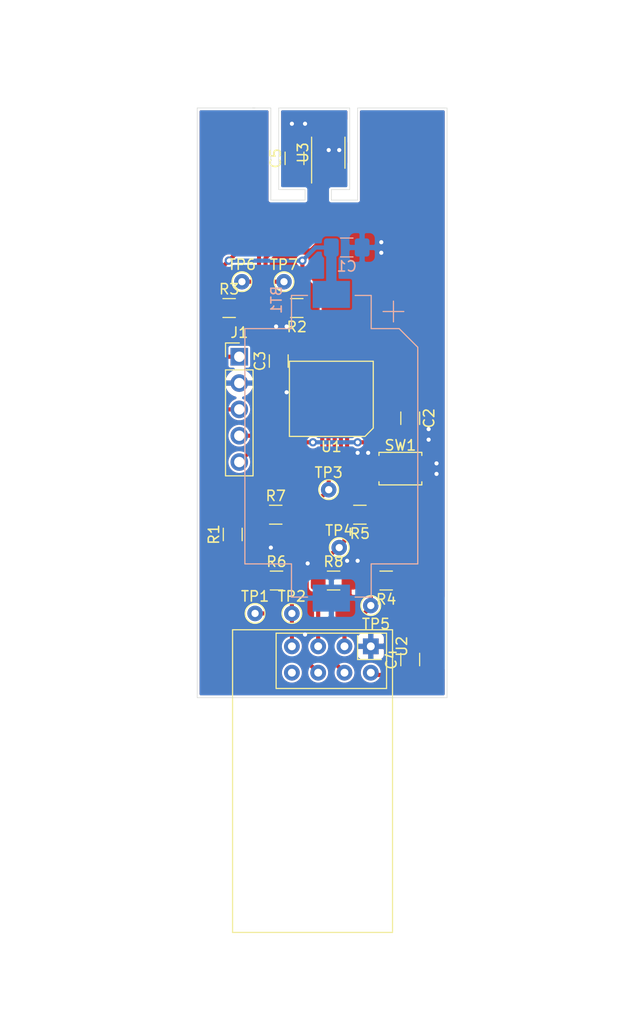
<source format=kicad_pcb>
(kicad_pcb (version 20171130) (host pcbnew 5.1.6)

  (general
    (thickness 1.6)
    (drawings 19)
    (tracks 199)
    (zones 0)
    (modules 26)
    (nets 21)
  )

  (page A4)
  (title_block
    (title "Battery powered, wireless temperature sensor")
    (date 2020-07-24)
    (rev 0.2)
    (comment 1 "Battery location needs working on")
  )

  (layers
    (0 F.Cu signal)
    (31 B.Cu signal)
    (32 B.Adhes user)
    (33 F.Adhes user)
    (34 B.Paste user)
    (35 F.Paste user)
    (36 B.SilkS user)
    (37 F.SilkS user)
    (38 B.Mask user)
    (39 F.Mask user)
    (40 Dwgs.User user)
    (41 Cmts.User user)
    (42 Eco1.User user)
    (43 Eco2.User user)
    (44 Edge.Cuts user)
    (45 Margin user)
    (46 B.CrtYd user)
    (47 F.CrtYd user)
    (48 B.Fab user hide)
    (49 F.Fab user hide)
  )

  (setup
    (last_trace_width 0.4)
    (trace_clearance 0.2)
    (zone_clearance 0.2)
    (zone_45_only no)
    (trace_min 0.2)
    (via_size 0.8)
    (via_drill 0.4)
    (via_min_size 0.4)
    (via_min_drill 0.3)
    (uvia_size 0.3)
    (uvia_drill 0.1)
    (uvias_allowed no)
    (uvia_min_size 0.2)
    (uvia_min_drill 0.1)
    (edge_width 0.05)
    (segment_width 0.2)
    (pcb_text_width 0.3)
    (pcb_text_size 1.5 1.5)
    (mod_edge_width 0.12)
    (mod_text_size 1 1)
    (mod_text_width 0.15)
    (pad_size 1.7 1.7)
    (pad_drill 1)
    (pad_to_mask_clearance 0.05)
    (aux_axis_origin 0 0)
    (visible_elements FFFFFF7F)
    (pcbplotparams
      (layerselection 0x010fc_ffffffff)
      (usegerberextensions false)
      (usegerberattributes true)
      (usegerberadvancedattributes true)
      (creategerberjobfile true)
      (excludeedgelayer true)
      (linewidth 0.100000)
      (plotframeref false)
      (viasonmask false)
      (mode 1)
      (useauxorigin false)
      (hpglpennumber 1)
      (hpglpenspeed 20)
      (hpglpendiameter 15.000000)
      (psnegative false)
      (psa4output false)
      (plotreference false)
      (plotvalue false)
      (plotinvisibletext false)
      (padsonsilk false)
      (subtractmaskfromsilk false)
      (outputformat 1)
      (mirror false)
      (drillshape 0)
      (scaleselection 1)
      (outputdirectory "plot/"))
  )

  (net 0 "")
  (net 1 "Net-(U2-Pad8)")
  (net 2 /MISO)
  (net 3 /MOSI)
  (net 4 /SPI_SCK)
  (net 5 /NCSN)
  (net 6 /NRF_CE)
  (net 7 VDD)
  (net 8 GND)
  (net 9 "Net-(U3-Pad3)")
  (net 10 /SCL)
  (net 11 /SDA)
  (net 12 /SWCLK)
  (net 13 /SWDIO)
  (net 14 /NRST)
  (net 15 "Net-(U1-Pad7)")
  (net 16 "Net-(U1-Pad14)")
  (net 17 "Net-(U1-Pad6)")
  (net 18 "Net-(U1-Pad3)")
  (net 19 "Net-(U1-Pad2)")
  (net 20 "Net-(U1-Pad10)")

  (net_class Default "This is the default net class."
    (clearance 0.2)
    (trace_width 0.4)
    (via_dia 0.8)
    (via_drill 0.4)
    (uvia_dia 0.3)
    (uvia_drill 0.1)
    (add_net /MISO)
    (add_net /MOSI)
    (add_net /NCSN)
    (add_net /NRF_CE)
    (add_net /NRST)
    (add_net /SCL)
    (add_net /SDA)
    (add_net /SPI_SCK)
    (add_net /SWCLK)
    (add_net /SWDIO)
    (add_net GND)
    (add_net "Net-(U1-Pad10)")
    (add_net "Net-(U1-Pad14)")
    (add_net "Net-(U1-Pad2)")
    (add_net "Net-(U1-Pad3)")
    (add_net "Net-(U1-Pad6)")
    (add_net "Net-(U1-Pad7)")
    (add_net "Net-(U2-Pad8)")
    (add_net "Net-(U3-Pad3)")
    (add_net VDD)
  )

  (module Button_Switch_SMD:SW_Push_SPST_NO_Alps_SKRK (layer F.Cu) (tedit 5C2A8900) (tstamp 5F37266F)
    (at 105.732 92.71)
    (descr http://www.alps.com/prod/info/E/HTML/Tact/SurfaceMount/SKRK/SKRKAHE020.html)
    (tags "SMD SMT button")
    (path /5F36F31F)
    (attr smd)
    (fp_text reference SW1 (at 0 -2.25) (layer F.SilkS)
      (effects (font (size 1 1) (thickness 0.15)))
    )
    (fp_text value SW_Push (at 0 2.5) (layer F.Fab)
      (effects (font (size 1 1) (thickness 0.15)))
    )
    (fp_line (start 2.07 -1.57) (end 2.07 -1.27) (layer F.SilkS) (width 0.12))
    (fp_line (start -2.07 1.57) (end -2.07 1.27) (layer F.SilkS) (width 0.12))
    (fp_line (start 1.95 -1.45) (end 1.95 1.45) (layer F.Fab) (width 0.1))
    (fp_line (start -1.95 -1.45) (end 1.95 -1.45) (layer F.Fab) (width 0.1))
    (fp_line (start -1.95 1.45) (end -1.95 -1.45) (layer F.Fab) (width 0.1))
    (fp_line (start 1.95 1.45) (end -1.95 1.45) (layer F.Fab) (width 0.1))
    (fp_line (start -2.75 1.7) (end -2.75 -1.7) (layer F.CrtYd) (width 0.05))
    (fp_line (start 2.75 1.7) (end -2.75 1.7) (layer F.CrtYd) (width 0.05))
    (fp_line (start 2.75 -1.7) (end 2.75 1.7) (layer F.CrtYd) (width 0.05))
    (fp_line (start -2.75 -1.7) (end 2.75 -1.7) (layer F.CrtYd) (width 0.05))
    (fp_circle (center 0 0) (end 1 0) (layer F.Fab) (width 0.1))
    (fp_line (start -2.07 -1.27) (end -2.07 -1.57) (layer F.SilkS) (width 0.12))
    (fp_line (start 2.07 1.57) (end -2.07 1.57) (layer F.SilkS) (width 0.12))
    (fp_line (start 2.07 1.27) (end 2.07 1.57) (layer F.SilkS) (width 0.12))
    (fp_line (start -2.07 -1.57) (end 2.07 -1.57) (layer F.SilkS) (width 0.12))
    (fp_text user %R (at 0 0) (layer F.Fab)
      (effects (font (size 1 1) (thickness 0.15)))
    )
    (pad 1 smd roundrect (at -2.1 0) (size 0.8 2) (layers F.Cu F.Paste F.Mask) (roundrect_rratio 0.25)
      (net 14 /NRST))
    (pad 2 smd roundrect (at 2.1 0) (size 0.8 2) (layers F.Cu F.Paste F.Mask) (roundrect_rratio 0.25)
      (net 8 GND))
    (model ${KISYS3DMOD}/Button_Switch_SMD.3dshapes/SW_Push_SPST_NO_Alps_SKRK.wrl
      (at (xyz 0 0 0))
      (scale (xyz 1 1 1))
      (rotate (xyz 0 0 0))
    )
  )

  (module TestPoint:TestPoint_THTPad_D1.5mm_Drill0.7mm (layer F.Cu) (tedit 5A0F774F) (tstamp 5F2F87EB)
    (at 94.488 74.676)
    (descr "THT pad as test Point, diameter 1.5mm, hole diameter 0.7mm")
    (tags "test point THT pad")
    (path /5F307090)
    (attr virtual)
    (fp_text reference TP7 (at 0 -1.648) (layer F.SilkS)
      (effects (font (size 1 1) (thickness 0.15)))
    )
    (fp_text value " " (at 0 1.75) (layer F.Fab)
      (effects (font (size 1 1) (thickness 0.15)))
    )
    (fp_circle (center 0 0) (end 1.25 0) (layer F.CrtYd) (width 0.05))
    (fp_circle (center 0 0) (end 0 0.95) (layer F.SilkS) (width 0.12))
    (fp_text user %R (at 0 -1.65) (layer F.Fab)
      (effects (font (size 1 1) (thickness 0.15)))
    )
    (pad 1 thru_hole circle (at 0 0) (size 1.5 1.5) (drill 0.7) (layers *.Cu *.Mask)
      (net 10 /SCL))
  )

  (module TestPoint:TestPoint_THTPad_D1.5mm_Drill0.7mm (layer F.Cu) (tedit 5A0F774F) (tstamp 5F2F87E3)
    (at 90.424 74.676)
    (descr "THT pad as test Point, diameter 1.5mm, hole diameter 0.7mm")
    (tags "test point THT pad")
    (path /5F3066CE)
    (attr virtual)
    (fp_text reference TP6 (at 0 -1.648) (layer F.SilkS)
      (effects (font (size 1 1) (thickness 0.15)))
    )
    (fp_text value " " (at 0 1.75) (layer F.Fab)
      (effects (font (size 1 1) (thickness 0.15)))
    )
    (fp_circle (center 0 0) (end 1.25 0) (layer F.CrtYd) (width 0.05))
    (fp_circle (center 0 0) (end 0 0.95) (layer F.SilkS) (width 0.12))
    (fp_text user %R (at 0 -1.65) (layer F.Fab)
      (effects (font (size 1 1) (thickness 0.15)))
    )
    (pad 1 thru_hole circle (at 0 0) (size 1.5 1.5) (drill 0.7) (layers *.Cu *.Mask)
      (net 11 /SDA))
  )

  (module TestPoint:TestPoint_THTPad_D1.5mm_Drill0.7mm (layer F.Cu) (tedit 5A0F774F) (tstamp 5F2F87DB)
    (at 102.87 105.918)
    (descr "THT pad as test Point, diameter 1.5mm, hole diameter 0.7mm")
    (tags "test point THT pad")
    (path /5F2FBC78)
    (attr virtual)
    (fp_text reference TP5 (at 0.508 1.778) (layer F.SilkS)
      (effects (font (size 1 1) (thickness 0.15)))
    )
    (fp_text value " " (at 0 1.75) (layer F.Fab)
      (effects (font (size 1 1) (thickness 0.15)))
    )
    (fp_circle (center 0 0) (end 1.25 0) (layer F.CrtYd) (width 0.05))
    (fp_circle (center 0 0) (end 0 0.95) (layer F.SilkS) (width 0.12))
    (fp_text user %R (at 0.508 1.778) (layer F.Fab)
      (effects (font (size 1 1) (thickness 0.15)))
    )
    (pad 1 thru_hole circle (at 0 0) (size 1.5 1.5) (drill 0.7) (layers *.Cu *.Mask)
      (net 6 /NRF_CE))
  )

  (module TestPoint:TestPoint_THTPad_D1.5mm_Drill0.7mm (layer F.Cu) (tedit 5A0F774F) (tstamp 5F2F87D3)
    (at 99.822 100.33)
    (descr "THT pad as test Point, diameter 1.5mm, hole diameter 0.7mm")
    (tags "test point THT pad")
    (path /5F2FB250)
    (attr virtual)
    (fp_text reference TP4 (at 0 -1.648) (layer F.SilkS)
      (effects (font (size 1 1) (thickness 0.15)))
    )
    (fp_text value " " (at 0 1.75) (layer F.Fab)
      (effects (font (size 1 1) (thickness 0.15)))
    )
    (fp_circle (center 0 0) (end 1.25 0) (layer F.CrtYd) (width 0.05))
    (fp_circle (center 0 0) (end 0 0.95) (layer F.SilkS) (width 0.12))
    (fp_text user %R (at 0 -1.65) (layer F.Fab)
      (effects (font (size 1 1) (thickness 0.15)))
    )
    (pad 1 thru_hole circle (at 0 0) (size 1.5 1.5) (drill 0.7) (layers *.Cu *.Mask)
      (net 5 /NCSN))
  )

  (module TestPoint:TestPoint_THTPad_D1.5mm_Drill0.7mm (layer F.Cu) (tedit 5A0F774F) (tstamp 5F2F87CB)
    (at 98.806 94.742)
    (descr "THT pad as test Point, diameter 1.5mm, hole diameter 0.7mm")
    (tags "test point THT pad")
    (path /5F2FAF9D)
    (attr virtual)
    (fp_text reference TP3 (at 0 -1.648) (layer F.SilkS)
      (effects (font (size 1 1) (thickness 0.15)))
    )
    (fp_text value " " (at 0 1.75) (layer F.Fab)
      (effects (font (size 1 1) (thickness 0.15)))
    )
    (fp_circle (center 0 0) (end 1.25 0) (layer F.CrtYd) (width 0.05))
    (fp_circle (center 0 0) (end 0 0.95) (layer F.SilkS) (width 0.12))
    (fp_text user %R (at 0 -1.65) (layer F.Fab)
      (effects (font (size 1 1) (thickness 0.15)))
    )
    (pad 1 thru_hole circle (at 0 0) (size 1.5 1.5) (drill 0.7) (layers *.Cu *.Mask)
      (net 4 /SPI_SCK))
  )

  (module TestPoint:TestPoint_THTPad_D1.5mm_Drill0.7mm (layer F.Cu) (tedit 5A0F774F) (tstamp 5F2F87C3)
    (at 95.25 106.68)
    (descr "THT pad as test Point, diameter 1.5mm, hole diameter 0.7mm")
    (tags "test point THT pad")
    (path /5F2FAA18)
    (attr virtual)
    (fp_text reference TP2 (at 0 -1.648) (layer F.SilkS)
      (effects (font (size 1 1) (thickness 0.15)))
    )
    (fp_text value " " (at 0 1.75) (layer F.Fab)
      (effects (font (size 1 1) (thickness 0.15)))
    )
    (fp_circle (center 0 0) (end 1.25 0) (layer F.CrtYd) (width 0.05))
    (fp_circle (center 0 0) (end 0 0.95) (layer F.SilkS) (width 0.12))
    (fp_text user %R (at 0 -1.65) (layer F.Fab)
      (effects (font (size 1 1) (thickness 0.15)))
    )
    (pad 1 thru_hole circle (at 0 0) (size 1.5 1.5) (drill 0.7) (layers *.Cu *.Mask)
      (net 2 /MISO))
  )

  (module TestPoint:TestPoint_THTPad_D1.5mm_Drill0.7mm (layer F.Cu) (tedit 5A0F774F) (tstamp 5F2F87BB)
    (at 91.694 106.68)
    (descr "THT pad as test Point, diameter 1.5mm, hole diameter 0.7mm")
    (tags "test point THT pad")
    (path /5F2F9469)
    (attr virtual)
    (fp_text reference TP1 (at 0 -1.648) (layer F.SilkS)
      (effects (font (size 1 1) (thickness 0.15)))
    )
    (fp_text value " " (at 0 1.75) (layer F.Fab)
      (effects (font (size 1 1) (thickness 0.15)))
    )
    (fp_circle (center 0 0) (end 1.25 0) (layer F.CrtYd) (width 0.05))
    (fp_circle (center 0 0) (end 0 0.95) (layer F.SilkS) (width 0.12))
    (fp_text user %R (at 0 -1.65) (layer F.Fab)
      (effects (font (size 1 1) (thickness 0.15)))
    )
    (pad 1 thru_hole circle (at 0 0) (size 1.5 1.5) (drill 0.7) (layers *.Cu *.Mask)
      (net 3 /MOSI))
  )

  (module RF_Module:nRF24L01_Breakout (layer F.Cu) (tedit 5A056C61) (tstamp 5F20D98F)
    (at 102.87 109.855 270)
    (descr "nRF24L01 breakout board")
    (tags "nRF24L01 adapter breakout")
    (path /5F075B3E)
    (fp_text reference U2 (at 0 -3 90) (layer F.SilkS)
      (effects (font (size 1 1) (thickness 0.15)))
    )
    (fp_text value NRF24L01_Breakout (at 13 5 90) (layer F.Fab)
      (effects (font (size 1 1) (thickness 0.15)))
    )
    (fp_line (start 27.75 -2.25) (end 27.75 -2.25) (layer F.CrtYd) (width 0.05))
    (fp_line (start 27.75 13.5) (end 27.75 -2.25) (layer F.CrtYd) (width 0.05))
    (fp_line (start -1.75 13.5) (end 27.75 13.5) (layer F.CrtYd) (width 0.05))
    (fp_line (start -1.75 -2.25) (end -1.75 13.5) (layer F.CrtYd) (width 0.05))
    (fp_line (start 27.75 -2.25) (end -1.75 -2.25) (layer F.CrtYd) (width 0.05))
    (fp_line (start -1.27 -1.524) (end -1.27 -1.524) (layer F.SilkS) (width 0.12))
    (fp_line (start -1.27 9.144) (end -1.27 -1.524) (layer F.SilkS) (width 0.12))
    (fp_line (start -1.6 -2.1) (end -1.6 -2.1) (layer F.SilkS) (width 0.12))
    (fp_line (start -1.6 13.35) (end -1.6 -2.1) (layer F.SilkS) (width 0.12))
    (fp_line (start 27.6 13.35) (end -1.6 13.35) (layer F.SilkS) (width 0.12))
    (fp_line (start 27.6 -2.1) (end 27.6 13.35) (layer F.SilkS) (width 0.12))
    (fp_line (start -1.6 -2.1) (end 27.6 -2.1) (layer F.SilkS) (width 0.12))
    (fp_line (start -1.016 1.27) (end -1.016 1.27) (layer F.SilkS) (width 0.12))
    (fp_line (start 1.27 1.27) (end -1.016 1.27) (layer F.SilkS) (width 0.12))
    (fp_line (start 1.27 -1.016) (end 1.27 1.27) (layer F.SilkS) (width 0.12))
    (fp_line (start -1.27 9.144) (end -1.27 9.144) (layer F.SilkS) (width 0.12))
    (fp_line (start 4.064 9.144) (end -1.27 9.144) (layer F.SilkS) (width 0.12))
    (fp_line (start 4.064 -1.524) (end 4.064 9.144) (layer F.SilkS) (width 0.12))
    (fp_line (start -1.27 -1.524) (end 4.064 -1.524) (layer F.SilkS) (width 0.12))
    (fp_line (start -1.27 -1.27) (end -1.27 -1.27) (layer F.Fab) (width 0.1))
    (fp_line (start -1.27 8.89) (end -1.27 -1.27) (layer F.Fab) (width 0.1))
    (fp_line (start 3.81 8.89) (end -1.27 8.89) (layer F.Fab) (width 0.1))
    (fp_line (start 3.81 -1.27) (end 3.81 8.89) (layer F.Fab) (width 0.1))
    (fp_line (start -1.27 -1.27) (end 3.81 -1.27) (layer F.Fab) (width 0.1))
    (fp_line (start -1.5 -2) (end -1.5 -2) (layer F.Fab) (width 0.1))
    (fp_line (start -1.5 13.25) (end -1.5 -2) (layer F.Fab) (width 0.1))
    (fp_line (start 27.5 13.25) (end -1.5 13.25) (layer F.Fab) (width 0.1))
    (fp_line (start 27.5 -2) (end 27.5 13.25) (layer F.Fab) (width 0.1))
    (fp_line (start -1.5 -2) (end 27.5 -2) (layer F.Fab) (width 0.1))
    (fp_text user %R (at 12.5 2.5 90) (layer F.Fab)
      (effects (font (size 1 1) (thickness 0.15)))
    )
    (pad 8 thru_hole circle (at 2.54 7.62 270) (size 1.524 1.524) (drill 0.762) (layers *.Cu *.Mask)
      (net 1 "Net-(U2-Pad8)"))
    (pad 7 thru_hole circle (at 0 7.62 270) (size 1.524 1.524) (drill 0.762) (layers *.Cu *.Mask)
      (net 2 /MISO))
    (pad 6 thru_hole circle (at 2.54 5.08 270) (size 1.524 1.524) (drill 0.762) (layers *.Cu *.Mask)
      (net 3 /MOSI))
    (pad 5 thru_hole circle (at 0 5.08 270) (size 1.524 1.524) (drill 0.762) (layers *.Cu *.Mask)
      (net 4 /SPI_SCK))
    (pad 4 thru_hole circle (at 2.54 2.54 270) (size 1.524 1.524) (drill 0.762) (layers *.Cu *.Mask)
      (net 5 /NCSN))
    (pad 3 thru_hole circle (at 0 2.54 270) (size 1.524 1.524) (drill 0.762) (layers *.Cu *.Mask)
      (net 6 /NRF_CE))
    (pad 2 thru_hole circle (at 2.54 0 270) (size 1.524 1.524) (drill 0.762) (layers *.Cu *.Mask)
      (net 7 VDD))
    (pad 1 thru_hole rect (at 0 0 270) (size 1.524 1.524) (drill 0.762) (layers *.Cu *.Mask)
      (net 8 GND))
    (model ${KISYS3DMOD}/RF_Module.3dshapes/nRF24L01_Breakout.wrl
      (at (xyz 0 0 0))
      (scale (xyz 1 1 1))
      (rotate (xyz 0 0 0))
    )
  )

  (module STM32:stm32l010f4 (layer F.Cu) (tedit 5F195F19) (tstamp 5F19CD7E)
    (at 99.06 85.975 90)
    (path /5F078E1F)
    (attr smd)
    (fp_text reference U1 (at -4.625 0) (layer F.SilkS)
      (effects (font (size 1 1) (thickness 0.15)))
    )
    (fp_text value stm32l010f4 (at -0.02 0.06 90) (layer F.Fab)
      (effects (font (size 1 1) (thickness 0.15)))
    )
    (fp_line (start -3.38 3.8) (end -3.38 -3.8) (layer F.CrtYd) (width 0.05))
    (fp_line (start 3.38 3.8) (end -3.38 3.8) (layer F.CrtYd) (width 0.05))
    (fp_line (start 3.38 -3.8) (end 3.38 3.8) (layer F.CrtYd) (width 0.05))
    (fp_line (start -3.38 -3.8) (end 3.38 -3.8) (layer F.CrtYd) (width 0.05))
    (fp_line (start 3.625 4.05) (end -2.825 4.05) (layer F.SilkS) (width 0.12))
    (fp_line (start 3.625 -4.05) (end 3.625 4.05) (layer F.SilkS) (width 0.12))
    (fp_line (start -3.625 -4.05) (end 3.625 -4.05) (layer F.SilkS) (width 0.12))
    (fp_line (start -3.625 3.25) (end -3.625 -4.05) (layer F.SilkS) (width 0.12))
    (fp_line (start -2.825 4.05) (end -3.625 3.25) (layer F.SilkS) (width 0.12))
    (pad 10 smd rect (at 2.925 2.875 90) (size 0.4 1.35) (layers F.Cu F.Paste F.Mask)
      (net 20 "Net-(U1-Pad10)"))
    (pad 11 smd rect (at 2.925 -2.875 90) (size 0.4 1.35) (layers F.Cu F.Paste F.Mask)
      (net 4 /SPI_SCK))
    (pad 9 smd rect (at 2.275 2.875 90) (size 0.4 1.35) (layers F.Cu F.Paste F.Mask)
      (net 5 /NCSN))
    (pad 12 smd rect (at 2.275 -2.875 90) (size 0.4 1.35) (layers F.Cu F.Paste F.Mask)
      (net 2 /MISO))
    (pad 8 smd rect (at 1.625 2.875 90) (size 0.4 1.35) (layers F.Cu F.Paste F.Mask)
      (net 6 /NRF_CE))
    (pad 13 smd rect (at 1.625 -2.875 90) (size 0.4 1.35) (layers F.Cu F.Paste F.Mask)
      (net 3 /MOSI))
    (pad 7 smd rect (at 0.975 2.875 90) (size 0.4 1.35) (layers F.Cu F.Paste F.Mask)
      (net 15 "Net-(U1-Pad7)"))
    (pad 14 smd rect (at 0.975 -2.875 90) (size 0.4 1.35) (layers F.Cu F.Paste F.Mask)
      (net 16 "Net-(U1-Pad14)"))
    (pad 6 smd rect (at 0.325 2.875 90) (size 0.4 1.35) (layers F.Cu F.Paste F.Mask)
      (net 17 "Net-(U1-Pad6)"))
    (pad 15 smd rect (at 0.325 -2.875 90) (size 0.4 1.35) (layers F.Cu F.Paste F.Mask)
      (net 8 GND))
    (pad 5 smd rect (at -0.325 2.875 90) (size 0.4 1.35) (layers F.Cu F.Paste F.Mask)
      (net 7 VDD))
    (pad 16 smd rect (at -0.325 -2.875 90) (size 0.4 1.35) (layers F.Cu F.Paste F.Mask)
      (net 7 VDD))
    (pad 4 smd rect (at -0.975 2.875 90) (size 0.4 1.35) (layers F.Cu F.Paste F.Mask)
      (net 14 /NRST))
    (pad 17 smd rect (at -0.975 -2.875 90) (size 0.4 1.35) (layers F.Cu F.Paste F.Mask)
      (net 10 /SCL))
    (pad 3 smd rect (at -1.625 2.875 90) (size 0.4 1.35) (layers F.Cu F.Paste F.Mask)
      (net 18 "Net-(U1-Pad3)"))
    (pad 18 smd rect (at -1.625 -2.875 90) (size 0.4 1.35) (layers F.Cu F.Paste F.Mask)
      (net 11 /SDA))
    (pad 2 smd rect (at -2.275 2.875 90) (size 0.4 1.35) (layers F.Cu F.Paste F.Mask)
      (net 19 "Net-(U1-Pad2)"))
    (pad 19 smd rect (at -2.275 -2.875 90) (size 0.4 1.35) (layers F.Cu F.Paste F.Mask)
      (net 13 /SWDIO))
    (pad 1 smd rect (at -2.925 2.875 90) (size 0.4 1.35) (layers F.Cu F.Paste F.Mask)
      (net 8 GND))
    (pad 20 smd rect (at -2.925 -2.875 90) (size 0.4 1.35) (layers F.Cu F.Paste F.Mask)
      (net 12 /SWCLK))
  )

  (module Resistor_SMD:R_1206_3216Metric_Pad1.42x1.75mm_HandSolder (layer F.Cu) (tedit 5B301BBD) (tstamp 5F20D85F)
    (at 99.2775 103.505)
    (descr "Resistor SMD 1206 (3216 Metric), square (rectangular) end terminal, IPC_7351 nominal with elongated pad for handsoldering. (Body size source: http://www.tortai-tech.com/upload/download/2011102023233369053.pdf), generated with kicad-footprint-generator")
    (tags "resistor handsolder")
    (path /5F17B1DA)
    (attr smd)
    (fp_text reference R8 (at 0 -1.82) (layer F.SilkS)
      (effects (font (size 1 1) (thickness 0.15)))
    )
    (fp_text value R (at 0 1.82) (layer F.Fab)
      (effects (font (size 1 1) (thickness 0.15)))
    )
    (fp_line (start 2.45 1.12) (end -2.45 1.12) (layer F.CrtYd) (width 0.05))
    (fp_line (start 2.45 -1.12) (end 2.45 1.12) (layer F.CrtYd) (width 0.05))
    (fp_line (start -2.45 -1.12) (end 2.45 -1.12) (layer F.CrtYd) (width 0.05))
    (fp_line (start -2.45 1.12) (end -2.45 -1.12) (layer F.CrtYd) (width 0.05))
    (fp_line (start -0.602064 0.91) (end 0.602064 0.91) (layer F.SilkS) (width 0.12))
    (fp_line (start -0.602064 -0.91) (end 0.602064 -0.91) (layer F.SilkS) (width 0.12))
    (fp_line (start 1.6 0.8) (end -1.6 0.8) (layer F.Fab) (width 0.1))
    (fp_line (start 1.6 -0.8) (end 1.6 0.8) (layer F.Fab) (width 0.1))
    (fp_line (start -1.6 -0.8) (end 1.6 -0.8) (layer F.Fab) (width 0.1))
    (fp_line (start -1.6 0.8) (end -1.6 -0.8) (layer F.Fab) (width 0.1))
    (fp_text user %R (at 0 0) (layer F.Fab)
      (effects (font (size 0.8 0.8) (thickness 0.12)))
    )
    (pad 2 smd roundrect (at 1.4875 0) (size 1.425 1.75) (layers F.Cu F.Paste F.Mask) (roundrect_rratio 0.175439)
      (net 8 GND))
    (pad 1 smd roundrect (at -1.4875 0) (size 1.425 1.75) (layers F.Cu F.Paste F.Mask) (roundrect_rratio 0.175439)
      (net 4 /SPI_SCK))
    (model ${KISYS3DMOD}/Resistor_SMD.3dshapes/R_1206_3216Metric.wrl
      (at (xyz 0 0 0))
      (scale (xyz 1 1 1))
      (rotate (xyz 0 0 0))
    )
  )

  (module Resistor_SMD:R_1206_3216Metric_Pad1.42x1.75mm_HandSolder (layer F.Cu) (tedit 5B301BBD) (tstamp 5F20D82F)
    (at 93.6895 97.155)
    (descr "Resistor SMD 1206 (3216 Metric), square (rectangular) end terminal, IPC_7351 nominal with elongated pad for handsoldering. (Body size source: http://www.tortai-tech.com/upload/download/2011102023233369053.pdf), generated with kicad-footprint-generator")
    (tags "resistor handsolder")
    (path /5F1720F2)
    (attr smd)
    (fp_text reference R7 (at 0 -1.82) (layer F.SilkS)
      (effects (font (size 1 1) (thickness 0.15)))
    )
    (fp_text value R (at 0 1.82) (layer F.Fab)
      (effects (font (size 1 1) (thickness 0.15)))
    )
    (fp_line (start 2.45 1.12) (end -2.45 1.12) (layer F.CrtYd) (width 0.05))
    (fp_line (start 2.45 -1.12) (end 2.45 1.12) (layer F.CrtYd) (width 0.05))
    (fp_line (start -2.45 -1.12) (end 2.45 -1.12) (layer F.CrtYd) (width 0.05))
    (fp_line (start -2.45 1.12) (end -2.45 -1.12) (layer F.CrtYd) (width 0.05))
    (fp_line (start -0.602064 0.91) (end 0.602064 0.91) (layer F.SilkS) (width 0.12))
    (fp_line (start -0.602064 -0.91) (end 0.602064 -0.91) (layer F.SilkS) (width 0.12))
    (fp_line (start 1.6 0.8) (end -1.6 0.8) (layer F.Fab) (width 0.1))
    (fp_line (start 1.6 -0.8) (end 1.6 0.8) (layer F.Fab) (width 0.1))
    (fp_line (start -1.6 -0.8) (end 1.6 -0.8) (layer F.Fab) (width 0.1))
    (fp_line (start -1.6 0.8) (end -1.6 -0.8) (layer F.Fab) (width 0.1))
    (fp_text user %R (at 0 0) (layer F.Fab)
      (effects (font (size 0.8 0.8) (thickness 0.12)))
    )
    (pad 2 smd roundrect (at 1.4875 0) (size 1.425 1.75) (layers F.Cu F.Paste F.Mask) (roundrect_rratio 0.175439)
      (net 3 /MOSI))
    (pad 1 smd roundrect (at -1.4875 0) (size 1.425 1.75) (layers F.Cu F.Paste F.Mask) (roundrect_rratio 0.175439)
      (net 7 VDD))
    (model ${KISYS3DMOD}/Resistor_SMD.3dshapes/R_1206_3216Metric.wrl
      (at (xyz 0 0 0))
      (scale (xyz 1 1 1))
      (rotate (xyz 0 0 0))
    )
  )

  (module Resistor_SMD:R_1206_3216Metric_Pad1.42x1.75mm_HandSolder (layer F.Cu) (tedit 5B301BBD) (tstamp 5F20D88F)
    (at 93.7625 103.505)
    (descr "Resistor SMD 1206 (3216 Metric), square (rectangular) end terminal, IPC_7351 nominal with elongated pad for handsoldering. (Body size source: http://www.tortai-tech.com/upload/download/2011102023233369053.pdf), generated with kicad-footprint-generator")
    (tags "resistor handsolder")
    (path /5F1727AD)
    (attr smd)
    (fp_text reference R6 (at 0 -1.82) (layer F.SilkS)
      (effects (font (size 1 1) (thickness 0.15)))
    )
    (fp_text value R (at 0 1.82) (layer F.Fab)
      (effects (font (size 1 1) (thickness 0.15)))
    )
    (fp_line (start 2.45 1.12) (end -2.45 1.12) (layer F.CrtYd) (width 0.05))
    (fp_line (start 2.45 -1.12) (end 2.45 1.12) (layer F.CrtYd) (width 0.05))
    (fp_line (start -2.45 -1.12) (end 2.45 -1.12) (layer F.CrtYd) (width 0.05))
    (fp_line (start -2.45 1.12) (end -2.45 -1.12) (layer F.CrtYd) (width 0.05))
    (fp_line (start -0.602064 0.91) (end 0.602064 0.91) (layer F.SilkS) (width 0.12))
    (fp_line (start -0.602064 -0.91) (end 0.602064 -0.91) (layer F.SilkS) (width 0.12))
    (fp_line (start 1.6 0.8) (end -1.6 0.8) (layer F.Fab) (width 0.1))
    (fp_line (start 1.6 -0.8) (end 1.6 0.8) (layer F.Fab) (width 0.1))
    (fp_line (start -1.6 -0.8) (end 1.6 -0.8) (layer F.Fab) (width 0.1))
    (fp_line (start -1.6 0.8) (end -1.6 -0.8) (layer F.Fab) (width 0.1))
    (fp_text user %R (at 0 0) (layer F.Fab)
      (effects (font (size 0.8 0.8) (thickness 0.12)))
    )
    (pad 2 smd roundrect (at 1.4875 0) (size 1.425 1.75) (layers F.Cu F.Paste F.Mask) (roundrect_rratio 0.175439)
      (net 2 /MISO))
    (pad 1 smd roundrect (at -1.4875 0) (size 1.425 1.75) (layers F.Cu F.Paste F.Mask) (roundrect_rratio 0.175439)
      (net 7 VDD))
    (model ${KISYS3DMOD}/Resistor_SMD.3dshapes/R_1206_3216Metric.wrl
      (at (xyz 0 0 0))
      (scale (xyz 1 1 1))
      (rotate (xyz 0 0 0))
    )
  )

  (module Resistor_SMD:R_1206_3216Metric_Pad1.42x1.75mm_HandSolder (layer F.Cu) (tedit 5B301BBD) (tstamp 5F20D8EF)
    (at 101.8175 97.155 180)
    (descr "Resistor SMD 1206 (3216 Metric), square (rectangular) end terminal, IPC_7351 nominal with elongated pad for handsoldering. (Body size source: http://www.tortai-tech.com/upload/download/2011102023233369053.pdf), generated with kicad-footprint-generator")
    (tags "resistor handsolder")
    (path /5F17CF9A)
    (attr smd)
    (fp_text reference R5 (at 0 -1.82) (layer F.SilkS)
      (effects (font (size 1 1) (thickness 0.15)))
    )
    (fp_text value R (at 0 1.82) (layer F.Fab)
      (effects (font (size 1 1) (thickness 0.15)))
    )
    (fp_line (start 2.45 1.12) (end -2.45 1.12) (layer F.CrtYd) (width 0.05))
    (fp_line (start 2.45 -1.12) (end 2.45 1.12) (layer F.CrtYd) (width 0.05))
    (fp_line (start -2.45 -1.12) (end 2.45 -1.12) (layer F.CrtYd) (width 0.05))
    (fp_line (start -2.45 1.12) (end -2.45 -1.12) (layer F.CrtYd) (width 0.05))
    (fp_line (start -0.602064 0.91) (end 0.602064 0.91) (layer F.SilkS) (width 0.12))
    (fp_line (start -0.602064 -0.91) (end 0.602064 -0.91) (layer F.SilkS) (width 0.12))
    (fp_line (start 1.6 0.8) (end -1.6 0.8) (layer F.Fab) (width 0.1))
    (fp_line (start 1.6 -0.8) (end 1.6 0.8) (layer F.Fab) (width 0.1))
    (fp_line (start -1.6 -0.8) (end 1.6 -0.8) (layer F.Fab) (width 0.1))
    (fp_line (start -1.6 0.8) (end -1.6 -0.8) (layer F.Fab) (width 0.1))
    (fp_text user %R (at 0 0) (layer F.Fab)
      (effects (font (size 0.8 0.8) (thickness 0.12)))
    )
    (pad 2 smd roundrect (at 1.4875 0 180) (size 1.425 1.75) (layers F.Cu F.Paste F.Mask) (roundrect_rratio 0.175439)
      (net 5 /NCSN))
    (pad 1 smd roundrect (at -1.4875 0 180) (size 1.425 1.75) (layers F.Cu F.Paste F.Mask) (roundrect_rratio 0.175439)
      (net 7 VDD))
    (model ${KISYS3DMOD}/Resistor_SMD.3dshapes/R_1206_3216Metric.wrl
      (at (xyz 0 0 0))
      (scale (xyz 1 1 1))
      (rotate (xyz 0 0 0))
    )
  )

  (module Resistor_SMD:R_1206_3216Metric_Pad1.42x1.75mm_HandSolder (layer F.Cu) (tedit 5B301BBD) (tstamp 5F20D8BF)
    (at 104.3575 103.505 180)
    (descr "Resistor SMD 1206 (3216 Metric), square (rectangular) end terminal, IPC_7351 nominal with elongated pad for handsoldering. (Body size source: http://www.tortai-tech.com/upload/download/2011102023233369053.pdf), generated with kicad-footprint-generator")
    (tags "resistor handsolder")
    (path /5F17DF5A)
    (attr smd)
    (fp_text reference R4 (at 0 -1.82) (layer F.SilkS)
      (effects (font (size 1 1) (thickness 0.15)))
    )
    (fp_text value R (at 0 1.82) (layer F.Fab)
      (effects (font (size 1 1) (thickness 0.15)))
    )
    (fp_line (start 2.45 1.12) (end -2.45 1.12) (layer F.CrtYd) (width 0.05))
    (fp_line (start 2.45 -1.12) (end 2.45 1.12) (layer F.CrtYd) (width 0.05))
    (fp_line (start -2.45 -1.12) (end 2.45 -1.12) (layer F.CrtYd) (width 0.05))
    (fp_line (start -2.45 1.12) (end -2.45 -1.12) (layer F.CrtYd) (width 0.05))
    (fp_line (start -0.602064 0.91) (end 0.602064 0.91) (layer F.SilkS) (width 0.12))
    (fp_line (start -0.602064 -0.91) (end 0.602064 -0.91) (layer F.SilkS) (width 0.12))
    (fp_line (start 1.6 0.8) (end -1.6 0.8) (layer F.Fab) (width 0.1))
    (fp_line (start 1.6 -0.8) (end 1.6 0.8) (layer F.Fab) (width 0.1))
    (fp_line (start -1.6 -0.8) (end 1.6 -0.8) (layer F.Fab) (width 0.1))
    (fp_line (start -1.6 0.8) (end -1.6 -0.8) (layer F.Fab) (width 0.1))
    (fp_text user %R (at 0 0) (layer F.Fab)
      (effects (font (size 0.8 0.8) (thickness 0.12)))
    )
    (pad 2 smd roundrect (at 1.4875 0 180) (size 1.425 1.75) (layers F.Cu F.Paste F.Mask) (roundrect_rratio 0.175439)
      (net 6 /NRF_CE))
    (pad 1 smd roundrect (at -1.4875 0 180) (size 1.425 1.75) (layers F.Cu F.Paste F.Mask) (roundrect_rratio 0.175439)
      (net 7 VDD))
    (model ${KISYS3DMOD}/Resistor_SMD.3dshapes/R_1206_3216Metric.wrl
      (at (xyz 0 0 0))
      (scale (xyz 1 1 1))
      (rotate (xyz 0 0 0))
    )
  )

  (module Resistor_SMD:R_1206_3216Metric_Pad1.42x1.75mm_HandSolder (layer F.Cu) (tedit 5B301BBD) (tstamp 5F19C236)
    (at 89.1905 77.216)
    (descr "Resistor SMD 1206 (3216 Metric), square (rectangular) end terminal, IPC_7351 nominal with elongated pad for handsoldering. (Body size source: http://www.tortai-tech.com/upload/download/2011102023233369053.pdf), generated with kicad-footprint-generator")
    (tags "resistor handsolder")
    (path /5F083925)
    (attr smd)
    (fp_text reference R3 (at 0 -1.82) (layer F.SilkS)
      (effects (font (size 1 1) (thickness 0.15)))
    )
    (fp_text value R (at 0 1.82) (layer F.Fab)
      (effects (font (size 1 1) (thickness 0.15)))
    )
    (fp_line (start 2.45 1.12) (end -2.45 1.12) (layer F.CrtYd) (width 0.05))
    (fp_line (start 2.45 -1.12) (end 2.45 1.12) (layer F.CrtYd) (width 0.05))
    (fp_line (start -2.45 -1.12) (end 2.45 -1.12) (layer F.CrtYd) (width 0.05))
    (fp_line (start -2.45 1.12) (end -2.45 -1.12) (layer F.CrtYd) (width 0.05))
    (fp_line (start -0.602064 0.91) (end 0.602064 0.91) (layer F.SilkS) (width 0.12))
    (fp_line (start -0.602064 -0.91) (end 0.602064 -0.91) (layer F.SilkS) (width 0.12))
    (fp_line (start 1.6 0.8) (end -1.6 0.8) (layer F.Fab) (width 0.1))
    (fp_line (start 1.6 -0.8) (end 1.6 0.8) (layer F.Fab) (width 0.1))
    (fp_line (start -1.6 -0.8) (end 1.6 -0.8) (layer F.Fab) (width 0.1))
    (fp_line (start -1.6 0.8) (end -1.6 -0.8) (layer F.Fab) (width 0.1))
    (fp_text user %R (at 0 0) (layer F.Fab)
      (effects (font (size 0.8 0.8) (thickness 0.12)))
    )
    (pad 2 smd roundrect (at 1.4875 0) (size 1.425 1.75) (layers F.Cu F.Paste F.Mask) (roundrect_rratio 0.175439)
      (net 11 /SDA))
    (pad 1 smd roundrect (at -1.4875 0) (size 1.425 1.75) (layers F.Cu F.Paste F.Mask) (roundrect_rratio 0.175439)
      (net 7 VDD))
    (model ${KISYS3DMOD}/Resistor_SMD.3dshapes/R_1206_3216Metric.wrl
      (at (xyz 0 0 0))
      (scale (xyz 1 1 1))
      (rotate (xyz 0 0 0))
    )
  )

  (module Resistor_SMD:R_1206_3216Metric_Pad1.42x1.75mm_HandSolder (layer F.Cu) (tedit 5B301BBD) (tstamp 5F19C225)
    (at 95.7215 77.216 180)
    (descr "Resistor SMD 1206 (3216 Metric), square (rectangular) end terminal, IPC_7351 nominal with elongated pad for handsoldering. (Body size source: http://www.tortai-tech.com/upload/download/2011102023233369053.pdf), generated with kicad-footprint-generator")
    (tags "resistor handsolder")
    (path /5F082DE3)
    (attr smd)
    (fp_text reference R2 (at 0 -1.82) (layer F.SilkS)
      (effects (font (size 1 1) (thickness 0.15)))
    )
    (fp_text value R (at 0 1.82) (layer F.Fab)
      (effects (font (size 1 1) (thickness 0.15)))
    )
    (fp_line (start 2.45 1.12) (end -2.45 1.12) (layer F.CrtYd) (width 0.05))
    (fp_line (start 2.45 -1.12) (end 2.45 1.12) (layer F.CrtYd) (width 0.05))
    (fp_line (start -2.45 -1.12) (end 2.45 -1.12) (layer F.CrtYd) (width 0.05))
    (fp_line (start -2.45 1.12) (end -2.45 -1.12) (layer F.CrtYd) (width 0.05))
    (fp_line (start -0.602064 0.91) (end 0.602064 0.91) (layer F.SilkS) (width 0.12))
    (fp_line (start -0.602064 -0.91) (end 0.602064 -0.91) (layer F.SilkS) (width 0.12))
    (fp_line (start 1.6 0.8) (end -1.6 0.8) (layer F.Fab) (width 0.1))
    (fp_line (start 1.6 -0.8) (end 1.6 0.8) (layer F.Fab) (width 0.1))
    (fp_line (start -1.6 -0.8) (end 1.6 -0.8) (layer F.Fab) (width 0.1))
    (fp_line (start -1.6 0.8) (end -1.6 -0.8) (layer F.Fab) (width 0.1))
    (fp_text user %R (at 0 0) (layer F.Fab)
      (effects (font (size 0.8 0.8) (thickness 0.12)))
    )
    (pad 2 smd roundrect (at 1.4875 0 180) (size 1.425 1.75) (layers F.Cu F.Paste F.Mask) (roundrect_rratio 0.175439)
      (net 10 /SCL))
    (pad 1 smd roundrect (at -1.4875 0 180) (size 1.425 1.75) (layers F.Cu F.Paste F.Mask) (roundrect_rratio 0.175439)
      (net 7 VDD))
    (model ${KISYS3DMOD}/Resistor_SMD.3dshapes/R_1206_3216Metric.wrl
      (at (xyz 0 0 0))
      (scale (xyz 1 1 1))
      (rotate (xyz 0 0 0))
    )
  )

  (module Resistor_SMD:R_1206_3216Metric_Pad1.42x1.75mm_HandSolder (layer F.Cu) (tedit 5B301BBD) (tstamp 5F19C214)
    (at 89.535 99.06 90)
    (descr "Resistor SMD 1206 (3216 Metric), square (rectangular) end terminal, IPC_7351 nominal with elongated pad for handsoldering. (Body size source: http://www.tortai-tech.com/upload/download/2011102023233369053.pdf), generated with kicad-footprint-generator")
    (tags "resistor handsolder")
    (path /5F08D678)
    (attr smd)
    (fp_text reference R1 (at 0 -1.82 90) (layer F.SilkS)
      (effects (font (size 1 1) (thickness 0.15)))
    )
    (fp_text value R (at 0 1.82 90) (layer F.Fab)
      (effects (font (size 1 1) (thickness 0.15)))
    )
    (fp_line (start 2.45 1.12) (end -2.45 1.12) (layer F.CrtYd) (width 0.05))
    (fp_line (start 2.45 -1.12) (end 2.45 1.12) (layer F.CrtYd) (width 0.05))
    (fp_line (start -2.45 -1.12) (end 2.45 -1.12) (layer F.CrtYd) (width 0.05))
    (fp_line (start -2.45 1.12) (end -2.45 -1.12) (layer F.CrtYd) (width 0.05))
    (fp_line (start -0.602064 0.91) (end 0.602064 0.91) (layer F.SilkS) (width 0.12))
    (fp_line (start -0.602064 -0.91) (end 0.602064 -0.91) (layer F.SilkS) (width 0.12))
    (fp_line (start 1.6 0.8) (end -1.6 0.8) (layer F.Fab) (width 0.1))
    (fp_line (start 1.6 -0.8) (end 1.6 0.8) (layer F.Fab) (width 0.1))
    (fp_line (start -1.6 -0.8) (end 1.6 -0.8) (layer F.Fab) (width 0.1))
    (fp_line (start -1.6 0.8) (end -1.6 -0.8) (layer F.Fab) (width 0.1))
    (fp_text user %R (at 0 0 90) (layer F.Fab)
      (effects (font (size 0.8 0.8) (thickness 0.12)))
    )
    (pad 2 smd roundrect (at 1.4875 0 90) (size 1.425 1.75) (layers F.Cu F.Paste F.Mask) (roundrect_rratio 0.175439)
      (net 14 /NRST))
    (pad 1 smd roundrect (at -1.4875 0 90) (size 1.425 1.75) (layers F.Cu F.Paste F.Mask) (roundrect_rratio 0.175439)
      (net 7 VDD))
    (model ${KISYS3DMOD}/Resistor_SMD.3dshapes/R_1206_3216Metric.wrl
      (at (xyz 0 0 0))
      (scale (xyz 1 1 1))
      (rotate (xyz 0 0 0))
    )
  )

  (module Capacitor_SMD:C_1206_3216Metric_Pad1.42x1.75mm_HandSolder (layer F.Cu) (tedit 5B301BBE) (tstamp 5F19C1D3)
    (at 95.504 62.7745 90)
    (descr "Capacitor SMD 1206 (3216 Metric), square (rectangular) end terminal, IPC_7351 nominal with elongated pad for handsoldering. (Body size source: http://www.tortai-tech.com/upload/download/2011102023233369053.pdf), generated with kicad-footprint-generator")
    (tags "capacitor handsolder")
    (path /5F1C3F5D)
    (attr smd)
    (fp_text reference C5 (at 0 -1.82 90) (layer F.SilkS)
      (effects (font (size 1 1) (thickness 0.15)))
    )
    (fp_text value C (at 0 1.82 90) (layer F.Fab)
      (effects (font (size 1 1) (thickness 0.15)))
    )
    (fp_line (start 2.45 1.12) (end -2.45 1.12) (layer F.CrtYd) (width 0.05))
    (fp_line (start 2.45 -1.12) (end 2.45 1.12) (layer F.CrtYd) (width 0.05))
    (fp_line (start -2.45 -1.12) (end 2.45 -1.12) (layer F.CrtYd) (width 0.05))
    (fp_line (start -2.45 1.12) (end -2.45 -1.12) (layer F.CrtYd) (width 0.05))
    (fp_line (start -0.602064 0.91) (end 0.602064 0.91) (layer F.SilkS) (width 0.12))
    (fp_line (start -0.602064 -0.91) (end 0.602064 -0.91) (layer F.SilkS) (width 0.12))
    (fp_line (start 1.6 0.8) (end -1.6 0.8) (layer F.Fab) (width 0.1))
    (fp_line (start 1.6 -0.8) (end 1.6 0.8) (layer F.Fab) (width 0.1))
    (fp_line (start -1.6 -0.8) (end 1.6 -0.8) (layer F.Fab) (width 0.1))
    (fp_line (start -1.6 0.8) (end -1.6 -0.8) (layer F.Fab) (width 0.1))
    (fp_text user %R (at 0 0 90) (layer F.Fab)
      (effects (font (size 0.8 0.8) (thickness 0.12)))
    )
    (pad 2 smd roundrect (at 1.4875 0 90) (size 1.425 1.75) (layers F.Cu F.Paste F.Mask) (roundrect_rratio 0.175439)
      (net 8 GND))
    (pad 1 smd roundrect (at -1.4875 0 90) (size 1.425 1.75) (layers F.Cu F.Paste F.Mask) (roundrect_rratio 0.175439)
      (net 7 VDD))
    (model ${KISYS3DMOD}/Capacitor_SMD.3dshapes/C_1206_3216Metric.wrl
      (at (xyz 0 0 0))
      (scale (xyz 1 1 1))
      (rotate (xyz 0 0 0))
    )
  )

  (module Capacitor_SMD:C_1206_3216Metric_Pad1.42x1.75mm_HandSolder (layer F.Cu) (tedit 5B301BBE) (tstamp 5F19C1C2)
    (at 106.68 111.125 90)
    (descr "Capacitor SMD 1206 (3216 Metric), square (rectangular) end terminal, IPC_7351 nominal with elongated pad for handsoldering. (Body size source: http://www.tortai-tech.com/upload/download/2011102023233369053.pdf), generated with kicad-footprint-generator")
    (tags "capacitor handsolder")
    (path /5F1B7E91)
    (attr smd)
    (fp_text reference C4 (at 0 -1.82 90) (layer F.SilkS)
      (effects (font (size 1 1) (thickness 0.15)))
    )
    (fp_text value C (at 0 1.82 90) (layer F.Fab)
      (effects (font (size 1 1) (thickness 0.15)))
    )
    (fp_line (start 2.45 1.12) (end -2.45 1.12) (layer F.CrtYd) (width 0.05))
    (fp_line (start 2.45 -1.12) (end 2.45 1.12) (layer F.CrtYd) (width 0.05))
    (fp_line (start -2.45 -1.12) (end 2.45 -1.12) (layer F.CrtYd) (width 0.05))
    (fp_line (start -2.45 1.12) (end -2.45 -1.12) (layer F.CrtYd) (width 0.05))
    (fp_line (start -0.602064 0.91) (end 0.602064 0.91) (layer F.SilkS) (width 0.12))
    (fp_line (start -0.602064 -0.91) (end 0.602064 -0.91) (layer F.SilkS) (width 0.12))
    (fp_line (start 1.6 0.8) (end -1.6 0.8) (layer F.Fab) (width 0.1))
    (fp_line (start 1.6 -0.8) (end 1.6 0.8) (layer F.Fab) (width 0.1))
    (fp_line (start -1.6 -0.8) (end 1.6 -0.8) (layer F.Fab) (width 0.1))
    (fp_line (start -1.6 0.8) (end -1.6 -0.8) (layer F.Fab) (width 0.1))
    (fp_text user %R (at 0 0 270) (layer F.Fab)
      (effects (font (size 0.8 0.8) (thickness 0.12)))
    )
    (pad 2 smd roundrect (at 1.4875 0 90) (size 1.425 1.75) (layers F.Cu F.Paste F.Mask) (roundrect_rratio 0.175439)
      (net 8 GND))
    (pad 1 smd roundrect (at -1.4875 0 90) (size 1.425 1.75) (layers F.Cu F.Paste F.Mask) (roundrect_rratio 0.175439)
      (net 7 VDD))
    (model ${KISYS3DMOD}/Capacitor_SMD.3dshapes/C_1206_3216Metric.wrl
      (at (xyz 0 0 0))
      (scale (xyz 1 1 1))
      (rotate (xyz 0 0 0))
    )
  )

  (module Capacitor_SMD:C_1206_3216Metric_Pad1.42x1.75mm_HandSolder (layer F.Cu) (tedit 5B301BBE) (tstamp 5F19C715)
    (at 93.98 82.3325 90)
    (descr "Capacitor SMD 1206 (3216 Metric), square (rectangular) end terminal, IPC_7351 nominal with elongated pad for handsoldering. (Body size source: http://www.tortai-tech.com/upload/download/2011102023233369053.pdf), generated with kicad-footprint-generator")
    (tags "capacitor handsolder")
    (path /5F1C82F4)
    (attr smd)
    (fp_text reference C3 (at 0 -1.82 90) (layer F.SilkS)
      (effects (font (size 1 1) (thickness 0.15)))
    )
    (fp_text value C (at 0 1.82 90) (layer F.Fab)
      (effects (font (size 1 1) (thickness 0.15)))
    )
    (fp_line (start 2.45 1.12) (end -2.45 1.12) (layer F.CrtYd) (width 0.05))
    (fp_line (start 2.45 -1.12) (end 2.45 1.12) (layer F.CrtYd) (width 0.05))
    (fp_line (start -2.45 -1.12) (end 2.45 -1.12) (layer F.CrtYd) (width 0.05))
    (fp_line (start -2.45 1.12) (end -2.45 -1.12) (layer F.CrtYd) (width 0.05))
    (fp_line (start -0.602064 0.91) (end 0.602064 0.91) (layer F.SilkS) (width 0.12))
    (fp_line (start -0.602064 -0.91) (end 0.602064 -0.91) (layer F.SilkS) (width 0.12))
    (fp_line (start 1.6 0.8) (end -1.6 0.8) (layer F.Fab) (width 0.1))
    (fp_line (start 1.6 -0.8) (end 1.6 0.8) (layer F.Fab) (width 0.1))
    (fp_line (start -1.6 -0.8) (end 1.6 -0.8) (layer F.Fab) (width 0.1))
    (fp_line (start -1.6 0.8) (end -1.6 -0.8) (layer F.Fab) (width 0.1))
    (fp_text user %R (at 0 0 90) (layer F.Fab)
      (effects (font (size 0.8 0.8) (thickness 0.12)))
    )
    (pad 2 smd roundrect (at 1.4875 0 90) (size 1.425 1.75) (layers F.Cu F.Paste F.Mask) (roundrect_rratio 0.175439)
      (net 8 GND))
    (pad 1 smd roundrect (at -1.4875 0 90) (size 1.425 1.75) (layers F.Cu F.Paste F.Mask) (roundrect_rratio 0.175439)
      (net 7 VDD))
    (model ${KISYS3DMOD}/Capacitor_SMD.3dshapes/C_1206_3216Metric.wrl
      (at (xyz 0 0 0))
      (scale (xyz 1 1 1))
      (rotate (xyz 0 0 0))
    )
  )

  (module Capacitor_SMD:C_1206_3216Metric_Pad1.42x1.75mm_HandSolder (layer F.Cu) (tedit 5B301BBE) (tstamp 5F19C1A0)
    (at 106.68 87.8475 270)
    (descr "Capacitor SMD 1206 (3216 Metric), square (rectangular) end terminal, IPC_7351 nominal with elongated pad for handsoldering. (Body size source: http://www.tortai-tech.com/upload/download/2011102023233369053.pdf), generated with kicad-footprint-generator")
    (tags "capacitor handsolder")
    (path /5F1C71B8)
    (attr smd)
    (fp_text reference C2 (at 0 -1.82 90) (layer F.SilkS)
      (effects (font (size 1 1) (thickness 0.15)))
    )
    (fp_text value C (at 0 1.82 90) (layer F.Fab)
      (effects (font (size 1 1) (thickness 0.15)))
    )
    (fp_line (start 2.45 1.12) (end -2.45 1.12) (layer F.CrtYd) (width 0.05))
    (fp_line (start 2.45 -1.12) (end 2.45 1.12) (layer F.CrtYd) (width 0.05))
    (fp_line (start -2.45 -1.12) (end 2.45 -1.12) (layer F.CrtYd) (width 0.05))
    (fp_line (start -2.45 1.12) (end -2.45 -1.12) (layer F.CrtYd) (width 0.05))
    (fp_line (start -0.602064 0.91) (end 0.602064 0.91) (layer F.SilkS) (width 0.12))
    (fp_line (start -0.602064 -0.91) (end 0.602064 -0.91) (layer F.SilkS) (width 0.12))
    (fp_line (start 1.6 0.8) (end -1.6 0.8) (layer F.Fab) (width 0.1))
    (fp_line (start 1.6 -0.8) (end 1.6 0.8) (layer F.Fab) (width 0.1))
    (fp_line (start -1.6 -0.8) (end 1.6 -0.8) (layer F.Fab) (width 0.1))
    (fp_line (start -1.6 0.8) (end -1.6 -0.8) (layer F.Fab) (width 0.1))
    (fp_text user %R (at 0 0 90) (layer F.Fab)
      (effects (font (size 0.8 0.8) (thickness 0.12)))
    )
    (pad 2 smd roundrect (at 1.4875 0 270) (size 1.425 1.75) (layers F.Cu F.Paste F.Mask) (roundrect_rratio 0.175439)
      (net 8 GND))
    (pad 1 smd roundrect (at -1.4875 0 270) (size 1.425 1.75) (layers F.Cu F.Paste F.Mask) (roundrect_rratio 0.175439)
      (net 7 VDD))
    (model ${KISYS3DMOD}/Capacitor_SMD.3dshapes/C_1206_3216Metric.wrl
      (at (xyz 0 0 0))
      (scale (xyz 1 1 1))
      (rotate (xyz 0 0 0))
    )
  )

  (module Capacitor_SMD:C_1206_3216Metric_Pad1.42x1.75mm_HandSolder (layer B.Cu) (tedit 5B301BBE) (tstamp 5F19C18F)
    (at 100.5475 71.374)
    (descr "Capacitor SMD 1206 (3216 Metric), square (rectangular) end terminal, IPC_7351 nominal with elongated pad for handsoldering. (Body size source: http://www.tortai-tech.com/upload/download/2011102023233369053.pdf), generated with kicad-footprint-generator")
    (tags "capacitor handsolder")
    (path /5F1B4BB1)
    (attr smd)
    (fp_text reference C1 (at 0 1.82) (layer B.SilkS)
      (effects (font (size 1 1) (thickness 0.15)) (justify mirror))
    )
    (fp_text value C (at 0 -1.82) (layer B.Fab)
      (effects (font (size 1 1) (thickness 0.15)) (justify mirror))
    )
    (fp_line (start 2.45 -1.12) (end -2.45 -1.12) (layer B.CrtYd) (width 0.05))
    (fp_line (start 2.45 1.12) (end 2.45 -1.12) (layer B.CrtYd) (width 0.05))
    (fp_line (start -2.45 1.12) (end 2.45 1.12) (layer B.CrtYd) (width 0.05))
    (fp_line (start -2.45 -1.12) (end -2.45 1.12) (layer B.CrtYd) (width 0.05))
    (fp_line (start -0.602064 -0.91) (end 0.602064 -0.91) (layer B.SilkS) (width 0.12))
    (fp_line (start -0.602064 0.91) (end 0.602064 0.91) (layer B.SilkS) (width 0.12))
    (fp_line (start 1.6 -0.8) (end -1.6 -0.8) (layer B.Fab) (width 0.1))
    (fp_line (start 1.6 0.8) (end 1.6 -0.8) (layer B.Fab) (width 0.1))
    (fp_line (start -1.6 0.8) (end 1.6 0.8) (layer B.Fab) (width 0.1))
    (fp_line (start -1.6 -0.8) (end -1.6 0.8) (layer B.Fab) (width 0.1))
    (fp_text user %R (at 0 0) (layer B.Fab)
      (effects (font (size 0.8 0.8) (thickness 0.12)) (justify mirror))
    )
    (pad 2 smd roundrect (at 1.4875 0) (size 1.425 1.75) (layers B.Cu B.Paste B.Mask) (roundrect_rratio 0.175439)
      (net 8 GND))
    (pad 1 smd roundrect (at -1.4875 0) (size 1.425 1.75) (layers B.Cu B.Paste B.Mask) (roundrect_rratio 0.175439)
      (net 7 VDD))
    (model ${KISYS3DMOD}/Capacitor_SMD.3dshapes/C_1206_3216Metric.wrl
      (at (xyz 0 0 0))
      (scale (xyz 1 1 1))
      (rotate (xyz 0 0 0))
    )
  )

  (module Battery:BatteryHolder_Keystone_1060_1x2032 (layer B.Cu) (tedit 5B98EF5E) (tstamp 5F373FCF)
    (at 99.06 90.551 270)
    (descr http://www.keyelco.com/product-pdf.cfm?p=726)
    (tags "CR2032 BR2032 BatteryHolder Battery")
    (path /5F1A2584)
    (attr smd)
    (fp_text reference BT1 (at -14.125 5.3 90) (layer B.SilkS)
      (effects (font (size 1 1) (thickness 0.15)) (justify mirror))
    )
    (fp_text value Battery_Cell (at 0 11.75 90) (layer B.Fab)
      (effects (font (size 1 1) (thickness 0.15)) (justify mirror))
    )
    (fp_line (start -12 -6) (end -14 -6) (layer B.SilkS) (width 0.12))
    (fp_line (start -13 -5) (end -13 -7) (layer B.SilkS) (width 0.12))
    (fp_line (start 11.5 8.5) (end 6.5 8.5) (layer B.CrtYd) (width 0.05))
    (fp_line (start 11.5 -4) (end 11.5 -8.5) (layer B.CrtYd) (width 0.05))
    (fp_line (start 14.7 -4) (end 11.5 -4) (layer B.CrtYd) (width 0.05))
    (fp_line (start 14.7 -2.3) (end 14.7 -4) (layer B.CrtYd) (width 0.05))
    (fp_line (start 16.45 -2.3) (end 14.7 -2.3) (layer B.CrtYd) (width 0.05))
    (fp_line (start 16.45 2.3) (end 16.45 -2.3) (layer B.CrtYd) (width 0.05))
    (fp_line (start 14.7 2.3) (end 16.45 2.3) (layer B.CrtYd) (width 0.05))
    (fp_line (start 14.7 4) (end 14.7 2.3) (layer B.CrtYd) (width 0.05))
    (fp_line (start 11.5 4) (end 14.7 4) (layer B.CrtYd) (width 0.05))
    (fp_line (start 11.5 8.5) (end 11.5 4) (layer B.CrtYd) (width 0.05))
    (fp_line (start -11.5 8.5) (end -6.5 8.5) (layer B.CrtYd) (width 0.05))
    (fp_line (start -11.5 4) (end -11.5 8.5) (layer B.CrtYd) (width 0.05))
    (fp_line (start -14.7 4) (end -11.5 4) (layer B.CrtYd) (width 0.05))
    (fp_line (start -14.7 2.3) (end -14.7 4) (layer B.CrtYd) (width 0.05))
    (fp_line (start -14.7 2.3) (end -16.45 2.3) (layer B.CrtYd) (width 0.05))
    (fp_line (start -16.45 -2.3) (end -16.45 2.3) (layer B.CrtYd) (width 0.05))
    (fp_line (start -14.7 -2.3) (end -16.45 -2.3) (layer B.CrtYd) (width 0.05))
    (fp_line (start -14.7 -4) (end -14.7 -2.3) (layer B.CrtYd) (width 0.05))
    (fp_line (start -14.7 -4) (end -11.5 -4) (layer B.CrtYd) (width 0.05))
    (fp_line (start -11.5 -4) (end -11.5 -8.5) (layer B.CrtYd) (width 0.05))
    (fp_line (start -6.5 -8.5) (end -11.5 -8.5) (layer B.CrtYd) (width 0.05))
    (fp_line (start 11.5 -8.5) (end 6.5 -8.5) (layer B.CrtYd) (width 0.05))
    (fp_line (start 11.35 8.35) (end 11.35 3.85) (layer B.SilkS) (width 0.12))
    (fp_line (start -11.35 8.35) (end -11.35 3.85) (layer B.SilkS) (width 0.12))
    (fp_line (start -11.35 8.35) (end 11.35 8.35) (layer B.SilkS) (width 0.12))
    (fp_line (start 14.55 3.85) (end 14.55 2.3) (layer B.SilkS) (width 0.12))
    (fp_line (start 11.35 3.85) (end 14.55 3.85) (layer B.SilkS) (width 0.12))
    (fp_line (start -14.55 3.85) (end -14.55 2.3) (layer B.SilkS) (width 0.12))
    (fp_line (start -11.35 3.85) (end -14.55 3.85) (layer B.SilkS) (width 0.12))
    (fp_line (start -14.55 -3.85) (end -14.55 -2.3) (layer B.SilkS) (width 0.12))
    (fp_line (start -11.35 -3.85) (end -14.55 -3.85) (layer B.SilkS) (width 0.12))
    (fp_line (start -9.55 -8.35) (end -11.35 -6.55) (layer B.SilkS) (width 0.12))
    (fp_line (start -11.35 -6.55) (end -11.35 -3.85) (layer B.SilkS) (width 0.12))
    (fp_line (start 11.35 -8.35) (end -9.55 -8.35) (layer B.SilkS) (width 0.12))
    (fp_line (start 11.35 -8.35) (end 11.35 -3.85) (layer B.SilkS) (width 0.12))
    (fp_line (start 14.55 -3.85) (end 14.55 -2.3) (layer B.SilkS) (width 0.12))
    (fp_line (start 11.35 -3.85) (end 14.55 -3.85) (layer B.SilkS) (width 0.12))
    (fp_line (start -9.4 -8) (end -11 -6.4) (layer B.Fab) (width 0.1))
    (fp_line (start 14.2 3.5) (end 11 3.5) (layer B.Fab) (width 0.1))
    (fp_line (start 14.2 -3.5) (end 14.2 3.5) (layer B.Fab) (width 0.1))
    (fp_line (start 11 -3.5) (end 14.2 -3.5) (layer B.Fab) (width 0.1))
    (fp_line (start -14.2 3.5) (end -11 3.5) (layer B.Fab) (width 0.1))
    (fp_line (start -14.2 -3.5) (end -14.2 3.5) (layer B.Fab) (width 0.1))
    (fp_line (start -11 -3.5) (end -14.2 -3.5) (layer B.Fab) (width 0.1))
    (fp_line (start -11 -6.4) (end -11 -3.5) (layer B.Fab) (width 0.1))
    (fp_line (start -11 8) (end -11 3.5) (layer B.Fab) (width 0.1))
    (fp_line (start 11 8) (end 11 3.5) (layer B.Fab) (width 0.1))
    (fp_line (start 11 -8) (end 11 -3.5) (layer B.Fab) (width 0.1))
    (fp_line (start 11 8) (end -11 8) (layer B.Fab) (width 0.1))
    (fp_line (start 11 -8) (end -9.4 -8) (layer B.Fab) (width 0.1))
    (fp_circle (center 0 0) (end -10.2 0) (layer Dwgs.User) (width 0.3))
    (fp_text user %R (at 0 0 90) (layer B.Fab)
      (effects (font (size 1 1) (thickness 0.15)) (justify mirror))
    )
    (fp_arc (start 0 0) (end 6.5 8.5) (angle 74.81070976) (layer B.CrtYd) (width 0.05))
    (fp_arc (start 0 0) (end -6.5 -8.5) (angle 74.81070976) (layer B.CrtYd) (width 0.05))
    (pad 1 smd rect (at -14.65 0 90) (size 2.6 3.6) (layers B.Cu B.Paste B.Mask)
      (net 7 VDD))
    (pad 2 smd rect (at 14.65 0 90) (size 2.6 3.6) (layers B.Cu B.Paste B.Mask)
      (net 8 GND))
    (model ${KISYS3DMOD}/Battery.3dshapes/BatteryHolder_Keystone_1060_1x2032.wrl
      (at (xyz 0 0 0))
      (scale (xyz 1 1 1))
      (rotate (xyz 0 0 0))
    )
  )

  (module Connector_PinHeader_2.54mm:PinHeader_1x05_P2.54mm_Vertical (layer F.Cu) (tedit 5F198D8E) (tstamp 5F19B0E5)
    (at 90.17 81.915)
    (descr "Through hole straight pin header, 1x05, 2.54mm pitch, single row")
    (tags "Through hole pin header THT 1x05 2.54mm single row")
    (path /5F08558C)
    (fp_text reference J1 (at 0 -2.33) (layer F.SilkS)
      (effects (font (size 1 1) (thickness 0.15)))
    )
    (fp_text value Programmer (at 0 12.49) (layer F.Fab)
      (effects (font (size 1 1) (thickness 0.15)))
    )
    (fp_line (start 1.8 -1.8) (end -1.8 -1.8) (layer F.CrtYd) (width 0.05))
    (fp_line (start 1.8 11.95) (end 1.8 -1.8) (layer F.CrtYd) (width 0.05))
    (fp_line (start -1.8 11.95) (end 1.8 11.95) (layer F.CrtYd) (width 0.05))
    (fp_line (start -1.8 -1.8) (end -1.8 11.95) (layer F.CrtYd) (width 0.05))
    (fp_line (start -1.33 -1.33) (end 0 -1.33) (layer F.SilkS) (width 0.12))
    (fp_line (start -1.33 0) (end -1.33 -1.33) (layer F.SilkS) (width 0.12))
    (fp_line (start -1.33 1.27) (end 1.33 1.27) (layer F.SilkS) (width 0.12))
    (fp_line (start 1.33 1.27) (end 1.33 11.49) (layer F.SilkS) (width 0.12))
    (fp_line (start -1.33 1.27) (end -1.33 11.49) (layer F.SilkS) (width 0.12))
    (fp_line (start -1.33 11.49) (end 1.33 11.49) (layer F.SilkS) (width 0.12))
    (fp_line (start -1.27 -0.635) (end -0.635 -1.27) (layer F.Fab) (width 0.1))
    (fp_line (start -1.27 11.43) (end -1.27 -0.635) (layer F.Fab) (width 0.1))
    (fp_line (start 1.27 11.43) (end -1.27 11.43) (layer F.Fab) (width 0.1))
    (fp_line (start 1.27 -1.27) (end 1.27 11.43) (layer F.Fab) (width 0.1))
    (fp_line (start -0.635 -1.27) (end 1.27 -1.27) (layer F.Fab) (width 0.1))
    (fp_text user %R (at 0 5.08 90) (layer F.Fab)
      (effects (font (size 1 1) (thickness 0.15)))
    )
    (pad 5 thru_hole oval (at 0 10.16) (size 1.7 1.7) (drill 1) (layers *.Cu *.Mask)
      (net 12 /SWCLK))
    (pad 4 thru_hole oval (at 0 7.62) (size 1.7 1.7) (drill 1) (layers *.Cu *.Mask)
      (net 13 /SWDIO))
    (pad 3 thru_hole oval (at 0 5.08) (size 1.7 1.7) (drill 1) (layers *.Cu *.Mask)
      (net 14 /NRST))
    (pad 2 thru_hole oval (at 0 2.54) (size 1.7 1.7) (drill 1) (layers *.Cu *.Mask)
      (net 8 GND))
    (pad 1 thru_hole rect (at 0 0) (size 1.7 1.7) (drill 1) (layers *.Cu *.Mask)
      (net 7 VDD))
    (model ${KISYS3DMOD}/Connector_PinHeader_2.54mm.3dshapes/PinHeader_1x05_P2.54mm_Vertical.wrl
      (at (xyz 0 0 0))
      (scale (xyz 1 1 1))
      (rotate (xyz 0 0 0))
    )
  )

  (module Package_SO:MSOP-8_3x3mm_P0.65mm (layer F.Cu) (tedit 5E509FDD) (tstamp 5F19AF38)
    (at 98.765 62.23 90)
    (descr "MSOP, 8 Pin (https://www.jedec.org/system/files/docs/mo-187F.pdf variant AA), generated with kicad-footprint-generator ipc_gullwing_generator.py")
    (tags "MSOP SO")
    (path /5F07D429)
    (attr smd)
    (fp_text reference U3 (at 0 -2.45 90) (layer F.SilkS)
      (effects (font (size 1 1) (thickness 0.15)))
    )
    (fp_text value MCP9808_MSOP (at 0 2.45 90) (layer F.Fab)
      (effects (font (size 1 1) (thickness 0.15)))
    )
    (fp_line (start 3.18 -1.75) (end -3.18 -1.75) (layer F.CrtYd) (width 0.05))
    (fp_line (start 3.18 1.75) (end 3.18 -1.75) (layer F.CrtYd) (width 0.05))
    (fp_line (start -3.18 1.75) (end 3.18 1.75) (layer F.CrtYd) (width 0.05))
    (fp_line (start -3.18 -1.75) (end -3.18 1.75) (layer F.CrtYd) (width 0.05))
    (fp_line (start -1.5 -0.75) (end -0.75 -1.5) (layer F.Fab) (width 0.1))
    (fp_line (start -1.5 1.5) (end -1.5 -0.75) (layer F.Fab) (width 0.1))
    (fp_line (start 1.5 1.5) (end -1.5 1.5) (layer F.Fab) (width 0.1))
    (fp_line (start 1.5 -1.5) (end 1.5 1.5) (layer F.Fab) (width 0.1))
    (fp_line (start -0.75 -1.5) (end 1.5 -1.5) (layer F.Fab) (width 0.1))
    (fp_line (start 0 -1.61) (end -2.925 -1.61) (layer F.SilkS) (width 0.12))
    (fp_line (start 0 -1.61) (end 1.5 -1.61) (layer F.SilkS) (width 0.12))
    (fp_line (start 0 1.61) (end -1.5 1.61) (layer F.SilkS) (width 0.12))
    (fp_line (start 0 1.61) (end 1.5 1.61) (layer F.SilkS) (width 0.12))
    (fp_text user %R (at 0 0 90) (layer F.Fab)
      (effects (font (size 0.75 0.75) (thickness 0.11)))
    )
    (pad 8 smd roundrect (at 2.1125 -0.975 90) (size 1.625 0.4) (layers F.Cu F.Paste F.Mask) (roundrect_rratio 0.25)
      (net 7 VDD))
    (pad 7 smd roundrect (at 2.1125 -0.325 90) (size 1.625 0.4) (layers F.Cu F.Paste F.Mask) (roundrect_rratio 0.25)
      (net 8 GND))
    (pad 6 smd roundrect (at 2.1125 0.325 90) (size 1.625 0.4) (layers F.Cu F.Paste F.Mask) (roundrect_rratio 0.25)
      (net 8 GND))
    (pad 5 smd roundrect (at 2.1125 0.975 90) (size 1.625 0.4) (layers F.Cu F.Paste F.Mask) (roundrect_rratio 0.25)
      (net 8 GND))
    (pad 4 smd roundrect (at -2.1125 0.975 90) (size 1.625 0.4) (layers F.Cu F.Paste F.Mask) (roundrect_rratio 0.25)
      (net 8 GND))
    (pad 3 smd roundrect (at -2.1125 0.325 90) (size 1.625 0.4) (layers F.Cu F.Paste F.Mask) (roundrect_rratio 0.25)
      (net 9 "Net-(U3-Pad3)"))
    (pad 2 smd roundrect (at -2.1125 -0.325 90) (size 1.625 0.4) (layers F.Cu F.Paste F.Mask) (roundrect_rratio 0.25)
      (net 10 /SCL))
    (pad 1 smd roundrect (at -2.1125 -0.975 90) (size 1.625 0.4) (layers F.Cu F.Paste F.Mask) (roundrect_rratio 0.25)
      (net 11 /SDA))
    (model ${KISYS3DMOD}/Package_SO.3dshapes/MSOP-8_3x3mm_P0.65mm.wrl
      (at (xyz 0 0 0))
      (scale (xyz 1 1 1))
      (rotate (xyz 0 0 0))
    )
  )

  (gr_line (start 110.236 57.912) (end 101.6 57.912) (layer Edge.Cuts) (width 0.05) (tstamp 5F3745CE))
  (gr_line (start 110.236 114.808) (end 110.236 57.912) (layer Edge.Cuts) (width 0.05) (tstamp 5F37469C))
  (gr_line (start 91.44 57.912) (end 91.694 57.912) (layer Edge.Cuts) (width 0.05) (tstamp 5F3745CD))
  (gr_line (start 93.218 57.912) (end 91.44 57.912) (layer Edge.Cuts) (width 0.05))
  (gr_line (start 93.218 66.802) (end 93.218 57.912) (layer Edge.Cuts) (width 0.05))
  (gr_line (start 93.472 66.802) (end 93.218 66.802) (layer Edge.Cuts) (width 0.05))
  (gr_line (start 96.52 66.802) (end 93.472 66.802) (layer Edge.Cuts) (width 0.05))
  (gr_line (start 96.52 65.786) (end 96.52 66.802) (layer Edge.Cuts) (width 0.05))
  (gr_line (start 93.98 65.786) (end 96.52 65.786) (layer Edge.Cuts) (width 0.05))
  (gr_line (start 101.6 66.802) (end 101.6 57.912) (layer Edge.Cuts) (width 0.05))
  (gr_line (start 99.06 66.802) (end 101.6 66.802) (layer Edge.Cuts) (width 0.05))
  (gr_line (start 99.06 65.786) (end 99.06 66.802) (layer Edge.Cuts) (width 0.05))
  (gr_line (start 100.838 65.786) (end 99.06 65.786) (layer Edge.Cuts) (width 0.05))
  (gr_line (start 100.838 57.912) (end 100.838 65.786) (layer Edge.Cuts) (width 0.05))
  (gr_line (start 93.98 57.912) (end 100.838 57.912) (layer Edge.Cuts) (width 0.05))
  (gr_line (start 93.98 65.786) (end 93.98 57.912) (layer Edge.Cuts) (width 0.05))
  (gr_line (start 86.106 57.912) (end 91.694 57.912) (layer Edge.Cuts) (width 0.05))
  (gr_line (start 86.106 114.808) (end 86.106 57.912) (layer Edge.Cuts) (width 0.05))
  (gr_line (start 110.236 114.808) (end 86.106 114.808) (layer Edge.Cuts) (width 0.05))

  (segment (start 95.25 103.505) (end 95.25 109.855) (width 0.4) (layer F.Cu) (net 2) (tstamp 5F20D925))
  (segment (start 95.25 102.108) (end 95.25 103.505) (width 0.4) (layer F.Cu) (net 2))
  (segment (start 97.18999 93.94501) (end 97.18999 100.16801) (width 0.4) (layer F.Cu) (net 2))
  (segment (start 97.18999 100.16801) (end 95.25 102.108) (width 0.4) (layer F.Cu) (net 2))
  (segment (start 98.783967 92.351033) (end 97.18999 93.94501) (width 0.4) (layer F.Cu) (net 2))
  (segment (start 98.783967 85.155423) (end 98.783967 92.351033) (width 0.4) (layer F.Cu) (net 2))
  (segment (start 97.328544 83.7) (end 98.783967 85.155423) (width 0.4) (layer F.Cu) (net 2))
  (segment (start 96.185 83.7) (end 97.328544 83.7) (width 0.4) (layer F.Cu) (net 2))
  (segment (start 93.218 106.68) (end 91.694 106.68) (width 0.4) (layer F.Cu) (net 3))
  (segment (start 93.345 106.553) (end 93.218 106.68) (width 0.4) (layer F.Cu) (net 3))
  (segment (start 93.38751 104.399246) (end 93.345 104.441756) (width 0.4) (layer F.Cu) (net 3))
  (segment (start 96.52 111.125) (end 97.79 112.395) (width 0.4) (layer F.Cu) (net 3))
  (segment (start 97.130002 84.35) (end 98.183956 85.403954) (width 0.4) (layer F.Cu) (net 3))
  (segment (start 98.183956 91.688564) (end 95.25 94.62252) (width 0.4) (layer F.Cu) (net 3))
  (segment (start 95.25 94.62252) (end 95.25 99.695) (width 0.4) (layer F.Cu) (net 3))
  (segment (start 93.345 101.6) (end 93.345 102.568244) (width 0.4) (layer F.Cu) (net 3))
  (segment (start 96.185 84.35) (end 97.130002 84.35) (width 0.4) (layer F.Cu) (net 3))
  (segment (start 95.25 99.695) (end 93.345 101.6) (width 0.4) (layer F.Cu) (net 3))
  (segment (start 93.38751 102.610754) (end 93.38751 104.399246) (width 0.4) (layer F.Cu) (net 3))
  (segment (start 93.345 110.49) (end 93.98 111.125) (width 0.4) (layer F.Cu) (net 3))
  (segment (start 98.183956 85.403954) (end 98.183956 91.688564) (width 0.4) (layer F.Cu) (net 3))
  (segment (start 93.345 102.568244) (end 93.38751 102.610754) (width 0.4) (layer F.Cu) (net 3))
  (segment (start 93.345 104.441756) (end 93.345 110.49) (width 0.4) (layer F.Cu) (net 3))
  (segment (start 93.98 111.125) (end 96.52 111.125) (width 0.4) (layer F.Cu) (net 3))
  (segment (start 97.79 109.855) (end 97.79 103.505) (width 0.4) (layer F.Cu) (net 4) (tstamp 5F20DA03))
  (segment (start 97.527087 83.05) (end 96.185 83.05) (width 0.4) (layer F.Cu) (net 4))
  (segment (start 99.383978 84.906891) (end 97.527087 83.05) (width 0.4) (layer F.Cu) (net 4))
  (segment (start 97.79 103.505) (end 97.79 95.758) (width 0.4) (layer F.Cu) (net 4))
  (segment (start 97.79 95.758) (end 98.806 94.742) (width 0.4) (layer F.Cu) (net 4))
  (segment (start 98.806 94.742) (end 98.806 93.726) (width 0.4) (layer F.Cu) (net 4))
  (segment (start 99.383978 93.148022) (end 99.383978 84.906891) (width 0.4) (layer F.Cu) (net 4))
  (segment (start 98.806 93.726) (end 99.383978 93.148022) (width 0.4) (layer F.Cu) (net 4))
  (segment (start 99.06 111.125) (end 100.33 112.395) (width 0.4) (layer F.Cu) (net 5) (tstamp 5F20D940))
  (segment (start 99.06 100.965) (end 99.06 111.125) (width 0.4) (layer F.Cu) (net 5) (tstamp 5F20D91F))
  (segment (start 100.33 99.695) (end 99.06 100.965) (width 0.4) (layer F.Cu) (net 5) (tstamp 5F20D91C))
  (segment (start 100.33 97.155) (end 100.33 99.695) (width 0.4) (layer F.Cu) (net 5) (tstamp 5F20D910))
  (segment (start 99.983989 93.633989) (end 100.33 93.98) (width 0.4) (layer F.Cu) (net 5))
  (segment (start 99.983989 84.51474) (end 99.983989 93.633989) (width 0.4) (layer F.Cu) (net 5))
  (segment (start 100.33 93.98) (end 100.33 97.155) (width 0.4) (layer F.Cu) (net 5))
  (segment (start 100.798729 83.7) (end 99.983989 84.51474) (width 0.4) (layer F.Cu) (net 5))
  (segment (start 101.935 83.7) (end 100.798729 83.7) (width 0.4) (layer F.Cu) (net 5))
  (segment (start 100.33 109.855) (end 100.33 108.585) (width 0.4) (layer F.Cu) (net 6) (tstamp 5F20D94C))
  (segment (start 102.87 106.045) (end 102.87 103.505) (width 0.4) (layer F.Cu) (net 6) (tstamp 5F20D949))
  (segment (start 100.33 108.585) (end 102.87 106.045) (width 0.4) (layer F.Cu) (net 6) (tstamp 5F20D9F4))
  (segment (start 102.87 100.965) (end 102.87 103.505) (width 0.4) (layer F.Cu) (net 6))
  (segment (start 101.6 99.695) (end 102.87 100.965) (width 0.4) (layer F.Cu) (net 6))
  (segment (start 101.6 94.234) (end 101.6 99.695) (width 0.4) (layer F.Cu) (net 6))
  (segment (start 100.584 84.836) (end 100.584 93.218) (width 0.4) (layer F.Cu) (net 6))
  (segment (start 100.584 93.218) (end 101.6 94.234) (width 0.4) (layer F.Cu) (net 6))
  (segment (start 101.07 84.35) (end 100.584 84.836) (width 0.4) (layer F.Cu) (net 6))
  (segment (start 101.935 84.35) (end 101.07 84.35) (width 0.4) (layer F.Cu) (net 6))
  (segment (start 105.845 103.505) (end 105.845 97.59) (width 0.4) (layer F.Cu) (net 7) (tstamp 5F20D955))
  (segment (start 105.41 97.155) (end 103.305 97.155) (width 0.4) (layer F.Cu) (net 7) (tstamp 5F20D919))
  (segment (start 105.845 97.59) (end 105.41 97.155) (width 0.4) (layer F.Cu) (net 7) (tstamp 5F20D916))
  (segment (start 97.209 79.622756) (end 97.209 77.216) (width 0.4) (layer F.Cu) (net 7))
  (segment (start 93.98 82.851756) (end 97.209 79.622756) (width 0.4) (layer F.Cu) (net 7))
  (segment (start 93.98 83.82) (end 93.98 82.851756) (width 0.4) (layer F.Cu) (net 7))
  (segment (start 87.703 81.099) (end 87.703 77.216) (width 0.4) (layer F.Cu) (net 7))
  (segment (start 88.519 81.915) (end 87.703 81.099) (width 0.4) (layer F.Cu) (net 7))
  (segment (start 90.17 81.915) (end 88.519 81.915) (width 0.4) (layer F.Cu) (net 7))
  (segment (start 103.305 95.323) (end 103.305 97.155) (width 0.4) (layer F.Cu) (net 7))
  (segment (start 104.902 93.726) (end 103.305 95.323) (width 0.4) (layer F.Cu) (net 7))
  (segment (start 104.902 88.392) (end 104.902 93.726) (width 0.4) (layer F.Cu) (net 7))
  (segment (start 105.41 87.884) (end 104.902 88.392) (width 0.4) (layer F.Cu) (net 7))
  (segment (start 106.172 87.884) (end 105.41 87.884) (width 0.4) (layer F.Cu) (net 7))
  (segment (start 106.68 87.376) (end 106.172 87.884) (width 0.4) (layer F.Cu) (net 7))
  (segment (start 106.68 86.36) (end 106.68 87.376) (width 0.4) (layer F.Cu) (net 7))
  (segment (start 102.482756 79.622756) (end 97.209 79.622756) (width 0.4) (layer F.Cu) (net 7))
  (segment (start 106.68 83.82) (end 102.482756 79.622756) (width 0.4) (layer F.Cu) (net 7))
  (segment (start 106.68 86.36) (end 106.68 83.82) (width 0.4) (layer F.Cu) (net 7))
  (segment (start 106.62 86.3) (end 106.68 86.36) (width 0.4) (layer F.Cu) (net 7))
  (segment (start 101.935 86.3) (end 106.62 86.3) (width 0.4) (layer F.Cu) (net 7))
  (segment (start 92.2385 100.5475) (end 92.275 100.511) (width 0.4) (layer F.Cu) (net 7))
  (segment (start 89.535 100.5475) (end 92.2385 100.5475) (width 0.4) (layer F.Cu) (net 7))
  (segment (start 92.275 103.505) (end 92.275 100.511) (width 0.4) (layer F.Cu) (net 7))
  (segment (start 92.275 97.228) (end 92.202 97.155) (width 0.4) (layer F.Cu) (net 7))
  (segment (start 92.275 100.511) (end 92.275 97.228) (width 0.4) (layer F.Cu) (net 7))
  (segment (start 109.474 105.41) (end 107.569 103.505) (width 0.4) (layer F.Cu) (net 7))
  (segment (start 107.569 103.505) (end 105.845 103.505) (width 0.4) (layer F.Cu) (net 7))
  (segment (start 109.474 111.76) (end 109.474 105.41) (width 0.4) (layer F.Cu) (net 7))
  (segment (start 108.6215 112.6125) (end 109.474 111.76) (width 0.4) (layer F.Cu) (net 7))
  (segment (start 103.0875 112.6125) (end 108.6215 112.6125) (width 0.4) (layer F.Cu) (net 7))
  (segment (start 102.87 112.395) (end 103.0875 112.6125) (width 0.4) (layer F.Cu) (net 7))
  (segment (start 95.504 64.262) (end 95.504 62.992) (width 0.4) (layer F.Cu) (net 7))
  (segment (start 95.504 62.992) (end 95.758 62.738) (width 0.4) (layer F.Cu) (net 7))
  (segment (start 95.758 62.738) (end 97.028 62.738) (width 0.4) (layer F.Cu) (net 7))
  (segment (start 97.79 61.976) (end 97.79 60.1175) (width 0.4) (layer F.Cu) (net 7))
  (segment (start 97.028 62.738) (end 97.79 61.976) (width 0.4) (layer F.Cu) (net 7))
  (segment (start 99.06 75.901) (end 99.06 71.374) (width 1) (layer B.Cu) (net 7))
  (segment (start 99.06 71.374) (end 97.536 71.374) (width 0.4) (layer B.Cu) (net 7))
  (segment (start 97.536 71.374) (end 96.266 72.644) (width 0.4) (layer B.Cu) (net 7))
  (via (at 96.266 72.644) (size 0.8) (drill 0.4) (layers F.Cu B.Cu) (net 7))
  (segment (start 97.209 77.216) (end 97.209 75.111) (width 0.4) (layer F.Cu) (net 7))
  (segment (start 96.266 74.168) (end 96.266 72.644) (width 0.4) (layer F.Cu) (net 7))
  (segment (start 97.209 75.111) (end 96.266 74.168) (width 0.4) (layer F.Cu) (net 7))
  (segment (start 96.266 72.644) (end 89.154 72.644) (width 0.4) (layer B.Cu) (net 7))
  (via (at 89.154 72.644) (size 0.8) (drill 0.4) (layers F.Cu B.Cu) (net 7))
  (segment (start 87.703 74.095) (end 87.703 77.216) (width 0.4) (layer F.Cu) (net 7))
  (segment (start 91.948 69.85) (end 87.703 74.095) (width 0.4) (layer F.Cu) (net 7))
  (segment (start 97.189989 64.677989) (end 97.189989 68.88274) (width 0.4) (layer F.Cu) (net 7))
  (segment (start 96.222729 69.85) (end 91.948 69.85) (width 0.4) (layer F.Cu) (net 7))
  (segment (start 97.189989 68.88274) (end 96.222729 69.85) (width 0.4) (layer F.Cu) (net 7))
  (segment (start 96.774 64.262) (end 97.189989 64.677989) (width 0.4) (layer F.Cu) (net 7))
  (segment (start 95.504 64.262) (end 96.774 64.262) (width 0.4) (layer F.Cu) (net 7))
  (segment (start 94.428 86.3) (end 96.185 86.3) (width 0.4) (layer F.Cu) (net 7))
  (segment (start 93.726 85.598) (end 94.428 86.3) (width 0.4) (layer F.Cu) (net 7))
  (segment (start 93.726 84.074) (end 93.726 85.598) (width 0.4) (layer F.Cu) (net 7))
  (segment (start 93.98 83.82) (end 93.726 84.074) (width 0.4) (layer F.Cu) (net 7))
  (segment (start 87.029991 83.404009) (end 88.519 81.915) (width 0.4) (layer F.Cu) (net 7))
  (segment (start 87.029991 99.729991) (end 87.029991 83.404009) (width 0.4) (layer F.Cu) (net 7))
  (segment (start 87.8475 100.5475) (end 87.029991 99.729991) (width 0.4) (layer F.Cu) (net 7))
  (segment (start 89.535 100.5475) (end 87.8475 100.5475) (width 0.4) (layer F.Cu) (net 7))
  (via (at 98.806 61.976) (size 0.8) (drill 0.4) (layers F.Cu B.Cu) (net 8))
  (via (at 95.25 59.436) (size 0.8) (drill 0.4) (layers F.Cu B.Cu) (net 8))
  (via (at 96.52 59.436) (size 0.8) (drill 0.4) (layers F.Cu B.Cu) (net 8))
  (via (at 99.822 61.976) (size 0.8) (drill 0.4) (layers F.Cu B.Cu) (net 8))
  (via (at 101.6 101.6) (size 0.8) (drill 0.4) (layers F.Cu B.Cu) (net 8) (tstamp 5F20D931))
  (via (at 100.584 101.6) (size 0.8) (drill 0.4) (layers F.Cu B.Cu) (net 8) (tstamp 5F20D9EE))
  (segment (start 99.09 60.1175) (end 99.74 60.1175) (width 0.4) (layer F.Cu) (net 8))
  (via (at 94.742 85.344) (size 0.8) (drill 0.4) (layers F.Cu B.Cu) (net 8))
  (via (at 108.458 89.916) (size 0.8) (drill 0.4) (layers F.Cu B.Cu) (net 8))
  (via (at 108.458 88.9) (size 0.8) (drill 0.4) (layers F.Cu B.Cu) (net 8))
  (via (at 109.22 92.202) (size 0.8) (drill 0.4) (layers F.Cu B.Cu) (net 8))
  (via (at 109.22 93.218) (size 0.8) (drill 0.4) (layers F.Cu B.Cu) (net 8))
  (via (at 103.886 70.866) (size 0.8) (drill 0.4) (layers F.Cu B.Cu) (net 8))
  (via (at 103.886 71.882) (size 0.8) (drill 0.4) (layers F.Cu B.Cu) (net 8))
  (segment (start 99.74 61.894) (end 99.822 61.976) (width 0.4) (layer F.Cu) (net 8))
  (segment (start 99.74 60.1175) (end 99.74 61.894) (width 0.4) (layer F.Cu) (net 8))
  (segment (start 98.44 61.61) (end 98.806 61.976) (width 0.4) (layer F.Cu) (net 8))
  (segment (start 98.44 60.1175) (end 98.44 61.61) (width 0.4) (layer F.Cu) (net 8))
  (segment (start 99.09 61.692) (end 98.806 61.976) (width 0.4) (layer F.Cu) (net 8))
  (segment (start 99.09 60.1175) (end 99.09 61.692) (width 0.4) (layer F.Cu) (net 8))
  (segment (start 98.44 60.1175) (end 98.44 58.786) (width 0.4) (layer F.Cu) (net 8))
  (segment (start 98.44 60.1175) (end 99.09 60.1175) (width 0.4) (layer F.Cu) (net 8))
  (segment (start 99.09 60.1175) (end 99.09 58.704) (width 0.4) (layer F.Cu) (net 8))
  (segment (start 99.74 60.1175) (end 99.74 58.502) (width 0.4) (layer F.Cu) (net 8))
  (via (at 93.726 78.994) (size 0.8) (drill 0.4) (layers F.Cu B.Cu) (net 8))
  (via (at 94.742 78.994) (size 0.8) (drill 0.4) (layers F.Cu B.Cu) (net 8))
  (via (at 96.774 101.854) (size 0.8) (drill 0.4) (layers F.Cu B.Cu) (net 8))
  (via (at 96.52 108.712) (size 0.8) (drill 0.4) (layers F.Cu B.Cu) (net 8))
  (via (at 93.218 100.33) (size 0.8) (drill 0.4) (layers F.Cu B.Cu) (net 8))
  (via (at 101.6 91.186) (size 0.8) (drill 0.4) (layers F.Cu B.Cu) (net 8))
  (via (at 102.616 91.186) (size 0.8) (drill 0.4) (layers F.Cu B.Cu) (net 8))
  (segment (start 96.185 86.95) (end 94.062 86.95) (width 0.4) (layer F.Cu) (net 10))
  (segment (start 94.062 86.95) (end 92.70499 85.59299) (width 0.4) (layer F.Cu) (net 10))
  (segment (start 92.70499 83.088254) (end 92.71 83.083244) (width 0.4) (layer F.Cu) (net 10))
  (segment (start 92.70499 85.59299) (end 92.70499 83.088254) (width 0.4) (layer F.Cu) (net 10))
  (segment (start 92.71 83.083244) (end 92.71 82.55) (width 0.4) (layer F.Cu) (net 10))
  (segment (start 92.70499 82.54499) (end 92.71 82.55) (width 0.4) (layer F.Cu) (net 10))
  (segment (start 92.71 77.216) (end 92.70499 77.22101) (width 0.4) (layer F.Cu) (net 10))
  (segment (start 94.234 77.216) (end 92.71 77.216) (width 0.4) (layer F.Cu) (net 10))
  (segment (start 92.70499 77.22101) (end 92.70499 82.54499) (width 0.4) (layer F.Cu) (net 10))
  (segment (start 92.71 74.676) (end 92.70499 74.68101) (width 0.4) (layer F.Cu) (net 10))
  (segment (start 94.234 74.676) (end 92.71 74.676) (width 0.4) (layer F.Cu) (net 10))
  (segment (start 92.70499 74.68101) (end 92.70499 77.22101) (width 0.4) (layer F.Cu) (net 10))
  (segment (start 92.70499 72.39501) (end 92.70499 74.68101) (width 0.4) (layer F.Cu) (net 10))
  (segment (start 98.44 64.3425) (end 98.44 69.454) (width 0.4) (layer F.Cu) (net 10))
  (segment (start 98.44 69.454) (end 96.81651 71.07749) (width 0.4) (layer F.Cu) (net 10))
  (segment (start 96.81651 71.07749) (end 94.02251 71.07749) (width 0.4) (layer F.Cu) (net 10))
  (segment (start 94.02251 71.07749) (end 92.70499 72.39501) (width 0.4) (layer F.Cu) (net 10))
  (segment (start 97.83999 64.39249) (end 97.79 64.3425) (width 0.4) (layer F.Cu) (net 11))
  (segment (start 93.863457 87.6) (end 92.075 85.811543) (width 0.4) (layer F.Cu) (net 11))
  (segment (start 96.185 87.6) (end 93.863457 87.6) (width 0.4) (layer F.Cu) (net 11))
  (segment (start 91.948 77.216) (end 92.075 77.089) (width 0.4) (layer F.Cu) (net 11))
  (segment (start 90.678 77.216) (end 91.948 77.216) (width 0.4) (layer F.Cu) (net 11))
  (segment (start 92.075 85.811543) (end 92.075 77.089) (width 0.4) (layer F.Cu) (net 11))
  (segment (start 91.948 74.676) (end 92.075 74.549) (width 0.4) (layer F.Cu) (net 11))
  (segment (start 90.424 74.676) (end 91.948 74.676) (width 0.4) (layer F.Cu) (net 11))
  (segment (start 92.075 77.089) (end 92.075 74.549) (width 0.4) (layer F.Cu) (net 11))
  (segment (start 96.471261 70.450011) (end 97.79 69.131272) (width 0.4) (layer F.Cu) (net 11))
  (segment (start 92.075 74.549) (end 92.075 72.176457) (width 0.4) (layer F.Cu) (net 11))
  (segment (start 92.075 72.176457) (end 93.801446 70.450011) (width 0.4) (layer F.Cu) (net 11))
  (segment (start 97.79 69.131272) (end 97.79 64.3425) (width 0.4) (layer F.Cu) (net 11))
  (segment (start 93.801446 70.450011) (end 96.471261 70.450011) (width 0.4) (layer F.Cu) (net 11))
  (segment (start 93.345 88.9) (end 90.17 92.075) (width 0.4) (layer F.Cu) (net 12))
  (segment (start 96.185 88.9) (end 93.345 88.9) (width 0.4) (layer F.Cu) (net 12))
  (segment (start 95.239998 88.25) (end 96.185 88.25) (width 0.4) (layer F.Cu) (net 13))
  (segment (start 95.224998 88.265) (end 95.239998 88.25) (width 0.4) (layer F.Cu) (net 13))
  (segment (start 92.837 88.265) (end 95.224998 88.265) (width 0.4) (layer F.Cu) (net 13))
  (segment (start 91.567 89.535) (end 92.837 88.265) (width 0.4) (layer F.Cu) (net 13))
  (segment (start 90.17 89.535) (end 91.567 89.535) (width 0.4) (layer F.Cu) (net 13))
  (segment (start 88.0475 97.5725) (end 89.535 97.5725) (width 0.4) (layer F.Cu) (net 14))
  (segment (start 87.63 97.155) (end 88.0475 97.5725) (width 0.4) (layer F.Cu) (net 14))
  (segment (start 87.63 88.138) (end 87.63 97.155) (width 0.4) (layer F.Cu) (net 14))
  (segment (start 88.773 86.995) (end 87.63 88.138) (width 0.4) (layer F.Cu) (net 14))
  (segment (start 90.17 86.995) (end 88.773 86.995) (width 0.4) (layer F.Cu) (net 14))
  (segment (start 103.632 90.170016) (end 103.632008 90.170008) (width 0.4) (layer F.Cu) (net 14))
  (segment (start 103.632008 87.572008) (end 103.632008 90.170008) (width 0.4) (layer F.Cu) (net 14))
  (segment (start 101.935 86.95) (end 103.01 86.95) (width 0.4) (layer F.Cu) (net 14))
  (segment (start 103.632 92.71) (end 103.632 90.170016) (width 0.4) (layer F.Cu) (net 14))
  (segment (start 103.01 86.95) (end 103.632008 87.572008) (width 0.4) (layer F.Cu) (net 14))
  (via (at 101.6 90.17) (size 0.8) (drill 0.4) (layers F.Cu B.Cu) (net 14))
  (segment (start 89.535 97.5725) (end 89.535 95.631) (width 0.4) (layer F.Cu) (net 14))
  (segment (start 89.535 95.631) (end 94.996 90.17) (width 0.4) (layer F.Cu) (net 14))
  (via (at 97.282 90.17) (size 0.8) (drill 0.4) (layers F.Cu B.Cu) (net 14))
  (segment (start 94.996 90.17) (end 97.282 90.17) (width 0.4) (layer F.Cu) (net 14))
  (segment (start 97.282 90.17) (end 101.6 90.17) (width 0.4) (layer B.Cu) (net 14))
  (segment (start 101.600016 90.170016) (end 101.6 90.17) (width 0.4) (layer F.Cu) (net 14))
  (segment (start 103.632 90.170016) (end 101.600016 90.170016) (width 0.4) (layer F.Cu) (net 14))

  (zone (net 8) (net_name GND) (layer F.Cu) (tstamp 5F375E13) (hatch edge 0.508)
    (connect_pads (clearance 0.2))
    (min_thickness 0.254)
    (fill yes (arc_segments 32) (thermal_gap 0.508) (thermal_bridge_width 0.508))
    (polygon
      (pts
        (xy 128.778 146.304) (xy 67.056 146.304) (xy 68.072 47.752) (xy 68.072 47.498) (xy 128.778 47.498)
      )
    )
    (filled_polygon
      (pts
        (xy 92.866 66.784708) (xy 92.864297 66.802) (xy 92.871093 66.871004) (xy 92.891221 66.937356) (xy 92.923907 66.998507)
        (xy 92.967894 67.052106) (xy 93.021493 67.096093) (xy 93.082644 67.128779) (xy 93.148996 67.148907) (xy 93.218 67.155703)
        (xy 93.235291 67.154) (xy 96.502709 67.154) (xy 96.52 67.155703) (xy 96.589004 67.148907) (xy 96.655356 67.128779)
        (xy 96.66299 67.124699) (xy 96.66299 68.664449) (xy 96.00444 69.323) (xy 91.973881 69.323) (xy 91.948 69.320451)
        (xy 91.922119 69.323) (xy 91.84469 69.330626) (xy 91.74535 69.360761) (xy 91.653798 69.409696) (xy 91.573552 69.475552)
        (xy 91.557054 69.495655) (xy 89.13571 71.917) (xy 89.082397 71.917) (xy 88.941942 71.944938) (xy 88.809636 71.999741)
        (xy 88.690564 72.079302) (xy 88.589302 72.180564) (xy 88.509741 72.299636) (xy 88.454938 72.431942) (xy 88.427 72.572397)
        (xy 88.427 72.62571) (xy 87.348666 73.704045) (xy 87.328552 73.720552) (xy 87.262696 73.800798) (xy 87.242042 73.83944)
        (xy 87.213761 73.892351) (xy 87.183626 73.991691) (xy 87.173451 74.095) (xy 87.176 74.120881) (xy 87.176001 76.01877)
        (xy 87.127624 76.023535) (xy 87.019086 76.05646) (xy 86.919057 76.109927) (xy 86.831381 76.181881) (xy 86.759427 76.269557)
        (xy 86.70596 76.369586) (xy 86.673035 76.478124) (xy 86.661918 76.591) (xy 86.661918 77.841) (xy 86.673035 77.953876)
        (xy 86.70596 78.062414) (xy 86.759427 78.162443) (xy 86.831381 78.250119) (xy 86.919057 78.322073) (xy 87.019086 78.37554)
        (xy 87.127624 78.408465) (xy 87.176001 78.41323) (xy 87.176 81.073119) (xy 87.173451 81.099) (xy 87.176 81.12488)
        (xy 87.183626 81.202309) (xy 87.213761 81.301649) (xy 87.262696 81.393202) (xy 87.328552 81.473448) (xy 87.348666 81.489955)
        (xy 87.77371 81.915) (xy 86.675653 83.013058) (xy 86.655544 83.029561) (xy 86.598052 83.099615) (xy 86.589687 83.109808)
        (xy 86.540752 83.20136) (xy 86.510617 83.3007) (xy 86.500442 83.404009) (xy 86.502992 83.4299) (xy 86.502991 99.70411)
        (xy 86.500442 99.729991) (xy 86.502991 99.755871) (xy 86.510617 99.8333) (xy 86.540752 99.93264) (xy 86.589687 100.024193)
        (xy 86.655543 100.104439) (xy 86.675657 100.120946) (xy 87.456549 100.901839) (xy 87.473052 100.921948) (xy 87.553298 100.987804)
        (xy 87.64485 101.036739) (xy 87.74419 101.066874) (xy 87.821619 101.0745) (xy 87.821621 101.0745) (xy 87.847499 101.077049)
        (xy 87.873377 101.0745) (xy 88.337771 101.0745) (xy 88.342535 101.122876) (xy 88.37546 101.231414) (xy 88.428927 101.331443)
        (xy 88.500881 101.419119) (xy 88.588557 101.491073) (xy 88.688586 101.54454) (xy 88.797124 101.577465) (xy 88.91 101.588582)
        (xy 90.16 101.588582) (xy 90.272876 101.577465) (xy 90.381414 101.54454) (xy 90.481443 101.491073) (xy 90.569119 101.419119)
        (xy 90.641073 101.331443) (xy 90.69454 101.231414) (xy 90.727465 101.122876) (xy 90.732229 101.0745) (xy 91.748001 101.0745)
        (xy 91.748 102.30777) (xy 91.699624 102.312535) (xy 91.591086 102.34546) (xy 91.491057 102.398927) (xy 91.403381 102.470881)
        (xy 91.331427 102.558557) (xy 91.27796 102.658586) (xy 91.245035 102.767124) (xy 91.233918 102.88) (xy 91.233918 104.13)
        (xy 91.245035 104.242876) (xy 91.27796 104.351414) (xy 91.331427 104.451443) (xy 91.403381 104.539119) (xy 91.491057 104.611073)
        (xy 91.591086 104.66454) (xy 91.699624 104.697465) (xy 91.8125 104.708582) (xy 92.7375 104.708582) (xy 92.818 104.700654)
        (xy 92.818 106.153) (xy 92.637167 106.153) (xy 92.53056 105.993453) (xy 92.380547 105.84344) (xy 92.204151 105.725575)
        (xy 92.008149 105.644389) (xy 91.800075 105.603) (xy 91.587925 105.603) (xy 91.379851 105.644389) (xy 91.183849 105.725575)
        (xy 91.007453 105.84344) (xy 90.85744 105.993453) (xy 90.739575 106.169849) (xy 90.658389 106.365851) (xy 90.617 106.573925)
        (xy 90.617 106.786075) (xy 90.658389 106.994149) (xy 90.739575 107.190151) (xy 90.85744 107.366547) (xy 91.007453 107.51656)
        (xy 91.183849 107.634425) (xy 91.379851 107.715611) (xy 91.587925 107.757) (xy 91.800075 107.757) (xy 92.008149 107.715611)
        (xy 92.204151 107.634425) (xy 92.380547 107.51656) (xy 92.53056 107.366547) (xy 92.637167 107.207) (xy 92.818 107.207)
        (xy 92.818001 110.464109) (xy 92.815451 110.49) (xy 92.825626 110.593309) (xy 92.855761 110.692649) (xy 92.886711 110.750553)
        (xy 92.904697 110.784202) (xy 92.970553 110.864448) (xy 92.990661 110.88095) (xy 93.589053 111.479344) (xy 93.605552 111.499448)
        (xy 93.685798 111.565304) (xy 93.77735 111.614239) (xy 93.87669 111.644374) (xy 93.98 111.654549) (xy 94.005881 111.652)
        (xy 94.452922 111.652) (xy 94.404119 111.700803) (xy 94.284941 111.879165) (xy 94.20285 112.07735) (xy 94.161 112.287743)
        (xy 94.161 112.502257) (xy 94.20285 112.71265) (xy 94.284941 112.910835) (xy 94.404119 113.089197) (xy 94.555803 113.240881)
        (xy 94.734165 113.360059) (xy 94.93235 113.44215) (xy 95.142743 113.484) (xy 95.357257 113.484) (xy 95.56765 113.44215)
        (xy 95.765835 113.360059) (xy 95.944197 113.240881) (xy 96.095881 113.089197) (xy 96.215059 112.910835) (xy 96.29715 112.71265)
        (xy 96.339 112.502257) (xy 96.339 112.287743) (xy 96.29715 112.07735) (xy 96.215059 111.879165) (xy 96.095881 111.700803)
        (xy 96.047078 111.652) (xy 96.301711 111.652) (xy 96.74023 112.09052) (xy 96.701 112.287743) (xy 96.701 112.502257)
        (xy 96.74285 112.71265) (xy 96.824941 112.910835) (xy 96.944119 113.089197) (xy 97.095803 113.240881) (xy 97.274165 113.360059)
        (xy 97.47235 113.44215) (xy 97.682743 113.484) (xy 97.897257 113.484) (xy 98.10765 113.44215) (xy 98.305835 113.360059)
        (xy 98.484197 113.240881) (xy 98.635881 113.089197) (xy 98.755059 112.910835) (xy 98.83715 112.71265) (xy 98.879 112.502257)
        (xy 98.879 112.287743) (xy 98.83715 112.07735) (xy 98.755059 111.879165) (xy 98.635881 111.700803) (xy 98.484197 111.549119)
        (xy 98.305835 111.429941) (xy 98.10765 111.34785) (xy 97.897257 111.306) (xy 97.682743 111.306) (xy 97.48552 111.34523)
        (xy 96.910955 110.770666) (xy 96.894448 110.750552) (xy 96.814202 110.684696) (xy 96.72265 110.635761) (xy 96.62331 110.605626)
        (xy 96.545881 110.598) (xy 96.52 110.595451) (xy 96.494119 110.598) (xy 96.047078 110.598) (xy 96.095881 110.549197)
        (xy 96.215059 110.370835) (xy 96.29715 110.17265) (xy 96.339 109.962257) (xy 96.339 109.747743) (xy 96.29715 109.53735)
        (xy 96.215059 109.339165) (xy 96.095881 109.160803) (xy 95.944197 109.009119) (xy 95.777 108.897401) (xy 95.777 107.623167)
        (xy 95.936547 107.51656) (xy 96.08656 107.366547) (xy 96.204425 107.190151) (xy 96.285611 106.994149) (xy 96.327 106.786075)
        (xy 96.327 106.573925) (xy 96.285611 106.365851) (xy 96.204425 106.169849) (xy 96.08656 105.993453) (xy 95.936547 105.84344)
        (xy 95.777 105.736833) (xy 95.777 104.702229) (xy 95.825376 104.697465) (xy 95.933914 104.66454) (xy 96.033943 104.611073)
        (xy 96.121619 104.539119) (xy 96.193573 104.451443) (xy 96.24704 104.351414) (xy 96.279965 104.242876) (xy 96.291082 104.13)
        (xy 96.291082 102.88) (xy 96.279965 102.767124) (xy 96.24704 102.658586) (xy 96.193573 102.558557) (xy 96.121619 102.470881)
        (xy 96.033943 102.398927) (xy 95.933914 102.34546) (xy 95.825376 102.312535) (xy 95.793858 102.309431) (xy 97.263 100.840289)
        (xy 97.263 102.30777) (xy 97.214624 102.312535) (xy 97.106086 102.34546) (xy 97.006057 102.398927) (xy 96.918381 102.470881)
        (xy 96.846427 102.558557) (xy 96.79296 102.658586) (xy 96.760035 102.767124) (xy 96.748918 102.88) (xy 96.748918 104.13)
        (xy 96.760035 104.242876) (xy 96.79296 104.351414) (xy 96.846427 104.451443) (xy 96.918381 104.539119) (xy 97.006057 104.611073)
        (xy 97.106086 104.66454) (xy 97.214624 104.697465) (xy 97.263001 104.70223) (xy 97.263 108.897401) (xy 97.095803 109.009119)
        (xy 96.944119 109.160803) (xy 96.824941 109.339165) (xy 96.74285 109.53735) (xy 96.701 109.747743) (xy 96.701 109.962257)
        (xy 96.74285 110.17265) (xy 96.824941 110.370835) (xy 96.944119 110.549197) (xy 97.095803 110.700881) (xy 97.274165 110.820059)
        (xy 97.47235 110.90215) (xy 97.682743 110.944) (xy 97.897257 110.944) (xy 98.10765 110.90215) (xy 98.305835 110.820059)
        (xy 98.484197 110.700881) (xy 98.533001 110.652077) (xy 98.533001 111.099109) (xy 98.530451 111.125) (xy 98.540626 111.228309)
        (xy 98.570761 111.327649) (xy 98.570762 111.32765) (xy 98.619697 111.419202) (xy 98.685553 111.499448) (xy 98.705662 111.515951)
        (xy 99.28023 112.09052) (xy 99.241 112.287743) (xy 99.241 112.502257) (xy 99.28285 112.71265) (xy 99.364941 112.910835)
        (xy 99.484119 113.089197) (xy 99.635803 113.240881) (xy 99.814165 113.360059) (xy 100.01235 113.44215) (xy 100.222743 113.484)
        (xy 100.437257 113.484) (xy 100.64765 113.44215) (xy 100.845835 113.360059) (xy 101.024197 113.240881) (xy 101.175881 113.089197)
        (xy 101.295059 112.910835) (xy 101.37715 112.71265) (xy 101.419 112.502257) (xy 101.419 112.287743) (xy 101.37715 112.07735)
        (xy 101.295059 111.879165) (xy 101.175881 111.700803) (xy 101.024197 111.549119) (xy 100.845835 111.429941) (xy 100.64765 111.34785)
        (xy 100.437257 111.306) (xy 100.222743 111.306) (xy 100.02552 111.34523) (xy 99.587 110.906711) (xy 99.587 110.652078)
        (xy 99.635803 110.700881) (xy 99.814165 110.820059) (xy 100.01235 110.90215) (xy 100.222743 110.944) (xy 100.437257 110.944)
        (xy 100.64765 110.90215) (xy 100.845835 110.820059) (xy 101.024197 110.700881) (xy 101.108078 110.617) (xy 101.469928 110.617)
        (xy 101.482188 110.741482) (xy 101.518498 110.86118) (xy 101.577463 110.971494) (xy 101.656815 111.068185) (xy 101.753506 111.147537)
        (xy 101.86382 111.206502) (xy 101.983518 111.242812) (xy 102.108 111.255072) (xy 102.58425 111.252) (xy 102.743 111.09325)
        (xy 102.743 109.982) (xy 102.997 109.982) (xy 102.997 111.09325) (xy 103.15575 111.252) (xy 103.632 111.255072)
        (xy 103.756482 111.242812) (xy 103.87618 111.206502) (xy 103.986494 111.147537) (xy 104.083185 111.068185) (xy 104.162537 110.971494)
        (xy 104.221502 110.86118) (xy 104.257812 110.741482) (xy 104.270072 110.617) (xy 104.26835 110.35) (xy 105.166928 110.35)
        (xy 105.179188 110.474482) (xy 105.215498 110.59418) (xy 105.274463 110.704494) (xy 105.353815 110.801185) (xy 105.450506 110.880537)
        (xy 105.56082 110.939502) (xy 105.680518 110.975812) (xy 105.805 110.988072) (xy 106.39425 110.985) (xy 106.553 110.82625)
        (xy 106.553 109.7645) (xy 106.807 109.7645) (xy 106.807 110.82625) (xy 106.96575 110.985) (xy 107.555 110.988072)
        (xy 107.679482 110.975812) (xy 107.79918 110.939502) (xy 107.909494 110.880537) (xy 108.006185 110.801185) (xy 108.085537 110.704494)
        (xy 108.144502 110.59418) (xy 108.180812 110.474482) (xy 108.193072 110.35) (xy 108.19 109.92325) (xy 108.03125 109.7645)
        (xy 106.807 109.7645) (xy 106.553 109.7645) (xy 105.32875 109.7645) (xy 105.17 109.92325) (xy 105.166928 110.35)
        (xy 104.26835 110.35) (xy 104.267 110.14075) (xy 104.10825 109.982) (xy 102.997 109.982) (xy 102.743 109.982)
        (xy 101.63175 109.982) (xy 101.473 110.14075) (xy 101.469928 110.617) (xy 101.108078 110.617) (xy 101.175881 110.549197)
        (xy 101.295059 110.370835) (xy 101.37715 110.17265) (xy 101.419 109.962257) (xy 101.419 109.747743) (xy 101.37715 109.53735)
        (xy 101.295059 109.339165) (xy 101.175881 109.160803) (xy 101.108078 109.093) (xy 101.469928 109.093) (xy 101.473 109.56925)
        (xy 101.63175 109.728) (xy 102.743 109.728) (xy 102.743 108.61675) (xy 102.997 108.61675) (xy 102.997 109.728)
        (xy 104.10825 109.728) (xy 104.267 109.56925) (xy 104.270072 109.093) (xy 104.257812 108.968518) (xy 104.244611 108.925)
        (xy 105.166928 108.925) (xy 105.17 109.35175) (xy 105.32875 109.5105) (xy 106.553 109.5105) (xy 106.553 108.44875)
        (xy 106.807 108.44875) (xy 106.807 109.5105) (xy 108.03125 109.5105) (xy 108.19 109.35175) (xy 108.193072 108.925)
        (xy 108.180812 108.800518) (xy 108.144502 108.68082) (xy 108.085537 108.570506) (xy 108.006185 108.473815) (xy 107.909494 108.394463)
        (xy 107.79918 108.335498) (xy 107.679482 108.299188) (xy 107.555 108.286928) (xy 106.96575 108.29) (xy 106.807 108.44875)
        (xy 106.553 108.44875) (xy 106.39425 108.29) (xy 105.805 108.286928) (xy 105.680518 108.299188) (xy 105.56082 108.335498)
        (xy 105.450506 108.394463) (xy 105.353815 108.473815) (xy 105.274463 108.570506) (xy 105.215498 108.68082) (xy 105.179188 108.800518)
        (xy 105.166928 108.925) (xy 104.244611 108.925) (xy 104.221502 108.84882) (xy 104.162537 108.738506) (xy 104.083185 108.641815)
        (xy 103.986494 108.562463) (xy 103.87618 108.503498) (xy 103.756482 108.467188) (xy 103.632 108.454928) (xy 103.15575 108.458)
        (xy 102.997 108.61675) (xy 102.743 108.61675) (xy 102.58425 108.458) (xy 102.108 108.454928) (xy 101.983518 108.467188)
        (xy 101.86382 108.503498) (xy 101.753506 108.562463) (xy 101.656815 108.641815) (xy 101.577463 108.738506) (xy 101.518498 108.84882)
        (xy 101.482188 108.968518) (xy 101.469928 109.093) (xy 101.108078 109.093) (xy 101.024197 109.009119) (xy 100.857 108.897401)
        (xy 100.857 108.803289) (xy 102.681655 106.978635) (xy 102.763925 106.995) (xy 102.976075 106.995) (xy 103.184149 106.953611)
        (xy 103.380151 106.872425) (xy 103.556547 106.75456) (xy 103.70656 106.604547) (xy 103.824425 106.428151) (xy 103.905611 106.232149)
        (xy 103.947 106.024075) (xy 103.947 105.811925) (xy 103.905611 105.603851) (xy 103.824425 105.407849) (xy 103.70656 105.231453)
        (xy 103.556547 105.08144) (xy 103.397 104.974833) (xy 103.397 104.702229) (xy 103.445376 104.697465) (xy 103.553914 104.66454)
        (xy 103.653943 104.611073) (xy 103.741619 104.539119) (xy 103.813573 104.451443) (xy 103.86704 104.351414) (xy 103.899965 104.242876)
        (xy 103.911082 104.13) (xy 103.911082 102.88) (xy 103.899965 102.767124) (xy 103.86704 102.658586) (xy 103.813573 102.558557)
        (xy 103.741619 102.470881) (xy 103.653943 102.398927) (xy 103.553914 102.34546) (xy 103.445376 102.312535) (xy 103.397 102.307771)
        (xy 103.397 100.99088) (xy 103.399549 100.964999) (xy 103.389374 100.86169) (xy 103.359239 100.76235) (xy 103.352718 100.75015)
        (xy 103.310304 100.670798) (xy 103.244448 100.590552) (xy 103.224339 100.574049) (xy 102.127 99.476711) (xy 102.127 94.259881)
        (xy 102.129549 94.234) (xy 102.119374 94.13069) (xy 102.089239 94.03135) (xy 102.040304 93.939798) (xy 102.030778 93.928191)
        (xy 101.974448 93.859552) (xy 101.954339 93.843049) (xy 101.111 92.999711) (xy 101.111 90.709134) (xy 101.136564 90.734698)
        (xy 101.255636 90.814259) (xy 101.387942 90.869062) (xy 101.528397 90.897) (xy 101.671603 90.897) (xy 101.812058 90.869062)
        (xy 101.944364 90.814259) (xy 102.063436 90.734698) (xy 102.101118 90.697016) (xy 103.105001 90.697016) (xy 103.105 91.497858)
        (xy 103.058236 91.536236) (xy 102.9925 91.616336) (xy 102.943654 91.70772) (xy 102.913575 91.806879) (xy 102.903418 91.91)
        (xy 102.903418 93.51) (xy 102.913575 93.613121) (xy 102.943654 93.71228) (xy 102.9925 93.803664) (xy 103.058236 93.883764)
        (xy 103.138336 93.9495) (xy 103.22972 93.998346) (xy 103.328879 94.028425) (xy 103.432 94.038582) (xy 103.832 94.038582)
        (xy 103.845454 94.037257) (xy 102.950666 94.932045) (xy 102.930552 94.948552) (xy 102.864696 95.028798) (xy 102.860739 95.036202)
        (xy 102.815761 95.120351) (xy 102.785626 95.219691) (xy 102.775451 95.323) (xy 102.778 95.348881) (xy 102.778 95.95777)
        (xy 102.729624 95.962535) (xy 102.621086 95.99546) (xy 102.521057 96.048927) (xy 102.433381 96.120881) (xy 102.361427 96.208557)
        (xy 102.30796 96.308586) (xy 102.275035 96.417124) (xy 102.263918 96.53) (xy 102.263918 97.78) (xy 102.275035 97.892876)
        (xy 102.30796 98.001414) (xy 102.361427 98.101443) (xy 102.433381 98.189119) (xy 102.521057 98.261073) (xy 102.621086 98.31454)
        (xy 102.729624 98.347465) (xy 102.8425 98.358582) (xy 103.7675 98.358582) (xy 103.880376 98.347465) (xy 103.988914 98.31454)
        (xy 104.088943 98.261073) (xy 104.176619 98.189119) (xy 104.248573 98.101443) (xy 104.30204 98.001414) (xy 104.334965 97.892876)
        (xy 104.346082 97.78) (xy 104.346082 97.682) (xy 105.191711 97.682) (xy 105.318001 97.808291) (xy 105.318 102.30777)
        (xy 105.269624 102.312535) (xy 105.161086 102.34546) (xy 105.061057 102.398927) (xy 104.973381 102.470881) (xy 104.901427 102.558557)
        (xy 104.84796 102.658586) (xy 104.815035 102.767124) (xy 104.803918 102.88) (xy 104.803918 104.13) (xy 104.815035 104.242876)
        (xy 104.84796 104.351414) (xy 104.901427 104.451443) (xy 104.973381 104.539119) (xy 105.061057 104.611073) (xy 105.161086 104.66454)
        (xy 105.269624 104.697465) (xy 105.3825 104.708582) (xy 106.3075 104.708582) (xy 106.420376 104.697465) (xy 106.528914 104.66454)
        (xy 106.628943 104.611073) (xy 106.716619 104.539119) (xy 106.788573 104.451443) (xy 106.84204 104.351414) (xy 106.874965 104.242876)
        (xy 106.886082 104.13) (xy 106.886082 104.032) (xy 107.350711 104.032) (xy 108.947001 105.628292) (xy 108.947 111.54171)
        (xy 108.403211 112.0855) (xy 107.877229 112.0855) (xy 107.872465 112.037124) (xy 107.83954 111.928586) (xy 107.786073 111.828557)
        (xy 107.714119 111.740881) (xy 107.626443 111.668927) (xy 107.526414 111.61546) (xy 107.417876 111.582535) (xy 107.305 111.571418)
        (xy 106.055 111.571418) (xy 105.942124 111.582535) (xy 105.833586 111.61546) (xy 105.733557 111.668927) (xy 105.645881 111.740881)
        (xy 105.573927 111.828557) (xy 105.52046 111.928586) (xy 105.487535 112.037124) (xy 105.482771 112.0855) (xy 103.918771 112.0855)
        (xy 103.91715 112.07735) (xy 103.835059 111.879165) (xy 103.715881 111.700803) (xy 103.564197 111.549119) (xy 103.385835 111.429941)
        (xy 103.18765 111.34785) (xy 102.977257 111.306) (xy 102.762743 111.306) (xy 102.55235 111.34785) (xy 102.354165 111.429941)
        (xy 102.175803 111.549119) (xy 102.024119 111.700803) (xy 101.904941 111.879165) (xy 101.82285 112.07735) (xy 101.781 112.287743)
        (xy 101.781 112.502257) (xy 101.82285 112.71265) (xy 101.904941 112.910835) (xy 102.024119 113.089197) (xy 102.175803 113.240881)
        (xy 102.354165 113.360059) (xy 102.55235 113.44215) (xy 102.762743 113.484) (xy 102.977257 113.484) (xy 103.18765 113.44215)
        (xy 103.385835 113.360059) (xy 103.564197 113.240881) (xy 103.665578 113.1395) (xy 105.482771 113.1395) (xy 105.487535 113.187876)
        (xy 105.52046 113.296414) (xy 105.573927 113.396443) (xy 105.645881 113.484119) (xy 105.733557 113.556073) (xy 105.833586 113.60954)
        (xy 105.942124 113.642465) (xy 106.055 113.653582) (xy 107.305 113.653582) (xy 107.417876 113.642465) (xy 107.526414 113.60954)
        (xy 107.626443 113.556073) (xy 107.714119 113.484119) (xy 107.786073 113.396443) (xy 107.83954 113.296414) (xy 107.872465 113.187876)
        (xy 107.877229 113.1395) (xy 108.595619 113.1395) (xy 108.6215 113.142049) (xy 108.647381 113.1395) (xy 108.72481 113.131874)
        (xy 108.82415 113.101739) (xy 108.915702 113.052804) (xy 108.995948 112.986948) (xy 109.012455 112.966834) (xy 109.828339 112.150951)
        (xy 109.848448 112.134448) (xy 109.884 112.091128) (xy 109.884 114.456) (xy 86.458 114.456) (xy 86.458 58.264)
        (xy 92.866001 58.264)
      )
    )
    (filled_polygon
      (pts
        (xy 101.073001 99.669109) (xy 101.070451 99.695) (xy 101.080626 99.798309) (xy 101.110761 99.897649) (xy 101.155554 99.981451)
        (xy 101.159697 99.989202) (xy 101.225553 100.069448) (xy 101.245662 100.085951) (xy 102.343 101.18329) (xy 102.343001 102.30777)
        (xy 102.294624 102.312535) (xy 102.186086 102.34546) (xy 102.086057 102.398927) (xy 102.073984 102.408835) (xy 102.067002 102.38582)
        (xy 102.008037 102.275506) (xy 101.928685 102.178815) (xy 101.831994 102.099463) (xy 101.72168 102.040498) (xy 101.601982 102.004188)
        (xy 101.4775 101.991928) (xy 101.05075 101.995) (xy 100.892 102.15375) (xy 100.892 103.378) (xy 100.912 103.378)
        (xy 100.912 103.632) (xy 100.892 103.632) (xy 100.892 104.85625) (xy 101.05075 105.015) (xy 101.4775 105.018072)
        (xy 101.601982 105.005812) (xy 101.72168 104.969502) (xy 101.831994 104.910537) (xy 101.928685 104.831185) (xy 102.008037 104.734494)
        (xy 102.067002 104.62418) (xy 102.073984 104.601165) (xy 102.086057 104.611073) (xy 102.186086 104.66454) (xy 102.294624 104.697465)
        (xy 102.343001 104.70223) (xy 102.343 104.974833) (xy 102.183453 105.08144) (xy 102.03344 105.231453) (xy 101.915575 105.407849)
        (xy 101.834389 105.603851) (xy 101.793 105.811925) (xy 101.793 106.024075) (xy 101.834389 106.232149) (xy 101.864607 106.305103)
        (xy 99.975662 108.194049) (xy 99.955553 108.210552) (xy 99.898061 108.280606) (xy 99.889696 108.290799) (xy 99.840761 108.382351)
        (xy 99.810626 108.481691) (xy 99.800451 108.585) (xy 99.803001 108.61089) (xy 99.803001 108.897401) (xy 99.635803 109.009119)
        (xy 99.587 109.057922) (xy 99.587 104.813742) (xy 99.601315 104.831185) (xy 99.698006 104.910537) (xy 99.80832 104.969502)
        (xy 99.928018 105.005812) (xy 100.0525 105.018072) (xy 100.47925 105.015) (xy 100.638 104.85625) (xy 100.638 103.632)
        (xy 100.618 103.632) (xy 100.618 103.378) (xy 100.638 103.378) (xy 100.638 102.15375) (xy 100.47925 101.995)
        (xy 100.0525 101.991928) (xy 99.928018 102.004188) (xy 99.80832 102.040498) (xy 99.698006 102.099463) (xy 99.601315 102.178815)
        (xy 99.587 102.196258) (xy 99.587 101.381355) (xy 99.715925 101.407) (xy 99.928075 101.407) (xy 100.136149 101.365611)
        (xy 100.332151 101.284425) (xy 100.508547 101.16656) (xy 100.65856 101.016547) (xy 100.776425 100.840151) (xy 100.857611 100.644149)
        (xy 100.899 100.436075) (xy 100.899 100.223925) (xy 100.857611 100.015851) (xy 100.813274 99.90881) (xy 100.819239 99.89765)
        (xy 100.849374 99.79831) (xy 100.857 99.720881) (xy 100.859549 99.695001) (xy 100.857 99.66912) (xy 100.857 98.352229)
        (xy 100.905376 98.347465) (xy 101.013914 98.31454) (xy 101.073001 98.282957)
      )
    )
    (filled_polygon
      (pts
        (xy 109.884 105.078873) (xy 109.848448 105.035552) (xy 109.828344 105.019054) (xy 107.959955 103.150666) (xy 107.943448 103.130552)
        (xy 107.863202 103.064696) (xy 107.77165 103.015761) (xy 107.67231 102.985626) (xy 107.594881 102.978) (xy 107.569 102.975451)
        (xy 107.543119 102.978) (xy 106.886082 102.978) (xy 106.886082 102.88) (xy 106.874965 102.767124) (xy 106.84204 102.658586)
        (xy 106.788573 102.558557) (xy 106.716619 102.470881) (xy 106.628943 102.398927) (xy 106.528914 102.34546) (xy 106.420376 102.312535)
        (xy 106.372 102.307771) (xy 106.372 97.615881) (xy 106.374549 97.59) (xy 106.364374 97.48669) (xy 106.334239 97.387351)
        (xy 106.334239 97.38735) (xy 106.285304 97.295798) (xy 106.219448 97.215552) (xy 106.199339 97.199049) (xy 105.800955 96.800666)
        (xy 105.784448 96.780552) (xy 105.704202 96.714696) (xy 105.61265 96.665761) (xy 105.51331 96.635626) (xy 105.435881 96.628)
        (xy 105.41 96.625451) (xy 105.384119 96.628) (xy 104.346082 96.628) (xy 104.346082 96.53) (xy 104.334965 96.417124)
        (xy 104.30204 96.308586) (xy 104.248573 96.208557) (xy 104.176619 96.120881) (xy 104.088943 96.048927) (xy 103.988914 95.99546)
        (xy 103.880376 95.962535) (xy 103.832 95.957771) (xy 103.832 95.541289) (xy 105.256339 94.116951) (xy 105.276448 94.100448)
        (xy 105.342304 94.020202) (xy 105.391239 93.92865) (xy 105.421374 93.82931) (xy 105.424882 93.793696) (xy 105.431549 93.726001)
        (xy 105.429974 93.71) (xy 106.793928 93.71) (xy 106.806188 93.834482) (xy 106.842498 93.95418) (xy 106.901463 94.064494)
        (xy 106.980815 94.161185) (xy 107.077506 94.240537) (xy 107.18782 94.299502) (xy 107.307518 94.335812) (xy 107.432 94.348072)
        (xy 107.54625 94.345) (xy 107.705 94.18625) (xy 107.705 92.837) (xy 107.959 92.837) (xy 107.959 94.18625)
        (xy 108.11775 94.345) (xy 108.232 94.348072) (xy 108.356482 94.335812) (xy 108.47618 94.299502) (xy 108.586494 94.240537)
        (xy 108.683185 94.161185) (xy 108.762537 94.064494) (xy 108.821502 93.95418) (xy 108.857812 93.834482) (xy 108.870072 93.71)
        (xy 108.867 92.99575) (xy 108.70825 92.837) (xy 107.959 92.837) (xy 107.705 92.837) (xy 106.95575 92.837)
        (xy 106.797 92.99575) (xy 106.793928 93.71) (xy 105.429974 93.71) (xy 105.429 93.700119) (xy 105.429 91.71)
        (xy 106.793928 91.71) (xy 106.797 92.42425) (xy 106.95575 92.583) (xy 107.705 92.583) (xy 107.705 91.23375)
        (xy 107.959 91.23375) (xy 107.959 92.583) (xy 108.70825 92.583) (xy 108.867 92.42425) (xy 108.870072 91.71)
        (xy 108.857812 91.585518) (xy 108.821502 91.46582) (xy 108.762537 91.355506) (xy 108.683185 91.258815) (xy 108.586494 91.179463)
        (xy 108.47618 91.120498) (xy 108.356482 91.084188) (xy 108.232 91.071928) (xy 108.11775 91.075) (xy 107.959 91.23375)
        (xy 107.705 91.23375) (xy 107.54625 91.075) (xy 107.432 91.071928) (xy 107.307518 91.084188) (xy 107.18782 91.120498)
        (xy 107.077506 91.179463) (xy 106.980815 91.258815) (xy 106.901463 91.355506) (xy 106.842498 91.46582) (xy 106.806188 91.585518)
        (xy 106.793928 91.71) (xy 105.429 91.71) (xy 105.429 90.560388) (xy 105.450506 90.578037) (xy 105.56082 90.637002)
        (xy 105.680518 90.673312) (xy 105.805 90.685572) (xy 106.39425 90.6825) (xy 106.553 90.52375) (xy 106.553 89.462)
        (xy 106.807 89.462) (xy 106.807 90.52375) (xy 106.96575 90.6825) (xy 107.555 90.685572) (xy 107.679482 90.673312)
        (xy 107.79918 90.637002) (xy 107.909494 90.578037) (xy 108.006185 90.498685) (xy 108.085537 90.401994) (xy 108.144502 90.29168)
        (xy 108.180812 90.171982) (xy 108.193072 90.0475) (xy 108.19 89.62075) (xy 108.03125 89.462) (xy 106.807 89.462)
        (xy 106.553 89.462) (xy 106.533 89.462) (xy 106.533 89.208) (xy 106.553 89.208) (xy 106.553 89.188)
        (xy 106.807 89.188) (xy 106.807 89.208) (xy 108.03125 89.208) (xy 108.19 89.04925) (xy 108.193072 88.6225)
        (xy 108.180812 88.498018) (xy 108.144502 88.37832) (xy 108.085537 88.268006) (xy 108.006185 88.171315) (xy 107.909494 88.091963)
        (xy 107.79918 88.032998) (xy 107.679482 87.996688) (xy 107.555 87.984428) (xy 106.96575 87.9875) (xy 106.807002 88.146248)
        (xy 106.807002 87.994288) (xy 107.034339 87.766951) (xy 107.054448 87.750448) (xy 107.120304 87.670202) (xy 107.169239 87.57865)
        (xy 107.199374 87.47931) (xy 107.207 87.401881) (xy 107.207 87.401879) (xy 107.207079 87.401082) (xy 107.305 87.401082)
        (xy 107.417876 87.389965) (xy 107.526414 87.35704) (xy 107.626443 87.303573) (xy 107.714119 87.231619) (xy 107.786073 87.143943)
        (xy 107.83954 87.043914) (xy 107.872465 86.935376) (xy 107.883582 86.8225) (xy 107.883582 85.8975) (xy 107.872465 85.784624)
        (xy 107.83954 85.676086) (xy 107.786073 85.576057) (xy 107.714119 85.488381) (xy 107.626443 85.416427) (xy 107.526414 85.36296)
        (xy 107.417876 85.330035) (xy 107.305 85.318918) (xy 107.207 85.318918) (xy 107.207 83.845877) (xy 107.209549 83.819999)
        (xy 107.207 83.794119) (xy 107.199374 83.71669) (xy 107.169239 83.61735) (xy 107.120304 83.525798) (xy 107.054448 83.445552)
        (xy 107.034339 83.429049) (xy 102.873711 79.268422) (xy 102.857204 79.248308) (xy 102.776958 79.182452) (xy 102.685406 79.133517)
        (xy 102.586066 79.103382) (xy 102.508637 79.095756) (xy 102.482756 79.093207) (xy 102.456875 79.095756) (xy 97.736 79.095756)
        (xy 97.736 78.413229) (xy 97.784376 78.408465) (xy 97.892914 78.37554) (xy 97.992943 78.322073) (xy 98.080619 78.250119)
        (xy 98.152573 78.162443) (xy 98.20604 78.062414) (xy 98.238965 77.953876) (xy 98.250082 77.841) (xy 98.250082 76.591)
        (xy 98.238965 76.478124) (xy 98.20604 76.369586) (xy 98.152573 76.269557) (xy 98.080619 76.181881) (xy 97.992943 76.109927)
        (xy 97.892914 76.05646) (xy 97.784376 76.023535) (xy 97.736 76.018771) (xy 97.736 75.136877) (xy 97.738549 75.110999)
        (xy 97.734703 75.071955) (xy 97.728374 75.00769) (xy 97.698239 74.90835) (xy 97.649304 74.816798) (xy 97.583448 74.736552)
        (xy 97.563339 74.720049) (xy 96.793 73.949711) (xy 96.793 73.145134) (xy 96.830698 73.107436) (xy 96.910259 72.988364)
        (xy 96.965062 72.856058) (xy 96.993 72.715603) (xy 96.993 72.572397) (xy 96.965062 72.431942) (xy 96.910259 72.299636)
        (xy 96.830698 72.180564) (xy 96.729436 72.079302) (xy 96.610364 71.999741) (xy 96.478058 71.944938) (xy 96.337603 71.917)
        (xy 96.194397 71.917) (xy 96.053942 71.944938) (xy 95.921636 71.999741) (xy 95.802564 72.079302) (xy 95.701302 72.180564)
        (xy 95.621741 72.299636) (xy 95.566938 72.431942) (xy 95.539 72.572397) (xy 95.539 72.715603) (xy 95.566938 72.856058)
        (xy 95.621741 72.988364) (xy 95.701302 73.107436) (xy 95.739001 73.145135) (xy 95.739 74.142119) (xy 95.736451 74.168)
        (xy 95.739 74.19388) (xy 95.746626 74.271309) (xy 95.776761 74.370649) (xy 95.825696 74.462202) (xy 95.891552 74.542448)
        (xy 95.911666 74.558955) (xy 96.682001 75.329291) (xy 96.682001 76.01877) (xy 96.633624 76.023535) (xy 96.525086 76.05646)
        (xy 96.425057 76.109927) (xy 96.337381 76.181881) (xy 96.265427 76.269557) (xy 96.21196 76.369586) (xy 96.179035 76.478124)
        (xy 96.167918 76.591) (xy 96.167918 77.841) (xy 96.179035 77.953876) (xy 96.21196 78.062414) (xy 96.265427 78.162443)
        (xy 96.337381 78.250119) (xy 96.425057 78.322073) (xy 96.525086 78.37554) (xy 96.633624 78.408465) (xy 96.682001 78.41323)
        (xy 96.682 79.404465) (xy 95.368468 80.717998) (xy 95.331252 80.717998) (xy 95.49 80.55925) (xy 95.493072 80.1325)
        (xy 95.480812 80.008018) (xy 95.444502 79.88832) (xy 95.385537 79.778006) (xy 95.306185 79.681315) (xy 95.209494 79.601963)
        (xy 95.09918 79.542998) (xy 94.979482 79.506688) (xy 94.855 79.494428) (xy 94.26575 79.4975) (xy 94.107 79.65625)
        (xy 94.107 80.718) (xy 94.127 80.718) (xy 94.127 80.972) (xy 94.107 80.972) (xy 94.107 80.992)
        (xy 93.853 80.992) (xy 93.853 80.972) (xy 93.833 80.972) (xy 93.833 80.718) (xy 93.853 80.718)
        (xy 93.853 79.65625) (xy 93.69425 79.4975) (xy 93.23199 79.49509) (xy 93.23199 78.04603) (xy 93.23696 78.062414)
        (xy 93.290427 78.162443) (xy 93.362381 78.250119) (xy 93.450057 78.322073) (xy 93.550086 78.37554) (xy 93.658624 78.408465)
        (xy 93.7715 78.419582) (xy 94.6965 78.419582) (xy 94.809376 78.408465) (xy 94.917914 78.37554) (xy 95.017943 78.322073)
        (xy 95.105619 78.250119) (xy 95.177573 78.162443) (xy 95.23104 78.062414) (xy 95.263965 77.953876) (xy 95.275082 77.841)
        (xy 95.275082 76.591) (xy 95.263965 76.478124) (xy 95.23104 76.369586) (xy 95.177573 76.269557) (xy 95.105619 76.181881)
        (xy 95.017943 76.109927) (xy 94.917914 76.05646) (xy 94.809376 76.023535) (xy 94.6965 76.012418) (xy 93.7715 76.012418)
        (xy 93.658624 76.023535) (xy 93.550086 76.05646) (xy 93.450057 76.109927) (xy 93.362381 76.181881) (xy 93.290427 76.269557)
        (xy 93.23696 76.369586) (xy 93.23199 76.38597) (xy 93.23199 75.203) (xy 93.544833 75.203) (xy 93.65144 75.362547)
        (xy 93.801453 75.51256) (xy 93.977849 75.630425) (xy 94.173851 75.711611) (xy 94.381925 75.753) (xy 94.594075 75.753)
        (xy 94.802149 75.711611) (xy 94.998151 75.630425) (xy 95.174547 75.51256) (xy 95.32456 75.362547) (xy 95.442425 75.186151)
        (xy 95.523611 74.990149) (xy 95.565 74.782075) (xy 95.565 74.569925) (xy 95.523611 74.361851) (xy 95.442425 74.165849)
        (xy 95.32456 73.989453) (xy 95.174547 73.83944) (xy 94.998151 73.721575) (xy 94.802149 73.640389) (xy 94.594075 73.599)
        (xy 94.381925 73.599) (xy 94.173851 73.640389) (xy 93.977849 73.721575) (xy 93.801453 73.83944) (xy 93.65144 73.989453)
        (xy 93.544833 74.149) (xy 93.23199 74.149) (xy 93.23199 72.613299) (xy 94.240801 71.60449) (xy 96.790629 71.60449)
        (xy 96.81651 71.607039) (xy 96.842391 71.60449) (xy 96.91982 71.596864) (xy 97.01916 71.566729) (xy 97.110712 71.517794)
        (xy 97.190958 71.451938) (xy 97.207465 71.431824) (xy 98.794344 69.844947) (xy 98.814448 69.828448) (xy 98.880304 69.748202)
        (xy 98.929239 69.65665) (xy 98.959374 69.55731) (xy 98.967 69.479881) (xy 98.969549 69.454) (xy 98.967 69.428119)
        (xy 98.967 67.141628) (xy 98.990996 67.148907) (xy 99.042708 67.154) (xy 99.042709 67.154) (xy 99.06 67.155703)
        (xy 99.077292 67.154) (xy 101.582708 67.154) (xy 101.6 67.155703) (xy 101.617291 67.154) (xy 101.617292 67.154)
        (xy 101.669004 67.148907) (xy 101.735356 67.128779) (xy 101.796507 67.096093) (xy 101.850106 67.052106) (xy 101.894093 66.998507)
        (xy 101.926779 66.937356) (xy 101.946907 66.871004) (xy 101.953703 66.802) (xy 101.952 66.784708) (xy 101.952 58.264)
        (xy 109.884001 58.264)
      )
    )
    (filled_polygon
      (pts
        (xy 96.818564 90.734698) (xy 96.937636 90.814259) (xy 97.069942 90.869062) (xy 97.210397 90.897) (xy 97.353603 90.897)
        (xy 97.494058 90.869062) (xy 97.626364 90.814259) (xy 97.656957 90.793818) (xy 97.656957 91.470273) (xy 94.895666 94.231565)
        (xy 94.875552 94.248072) (xy 94.809696 94.328318) (xy 94.799138 94.348072) (xy 94.760761 94.419871) (xy 94.730626 94.519211)
        (xy 94.720451 94.62252) (xy 94.723 94.648401) (xy 94.723 95.951418) (xy 94.7145 95.951418) (xy 94.601624 95.962535)
        (xy 94.493086 95.99546) (xy 94.393057 96.048927) (xy 94.305381 96.120881) (xy 94.233427 96.208557) (xy 94.17996 96.308586)
        (xy 94.147035 96.417124) (xy 94.135918 96.53) (xy 94.135918 97.78) (xy 94.147035 97.892876) (xy 94.17996 98.001414)
        (xy 94.233427 98.101443) (xy 94.305381 98.189119) (xy 94.393057 98.261073) (xy 94.493086 98.31454) (xy 94.601624 98.347465)
        (xy 94.7145 98.358582) (xy 94.723001 98.358582) (xy 94.723001 99.476708) (xy 92.990666 101.209045) (xy 92.970552 101.225552)
        (xy 92.904696 101.305798) (xy 92.872726 101.365611) (xy 92.855761 101.397351) (xy 92.825626 101.496691) (xy 92.815451 101.6)
        (xy 92.818 101.625881) (xy 92.818001 102.309346) (xy 92.802 102.307771) (xy 92.802 100.53688) (xy 92.804549 100.511)
        (xy 92.802 100.485119) (xy 92.802 98.339995) (xy 92.885914 98.31454) (xy 92.985943 98.261073) (xy 93.073619 98.189119)
        (xy 93.145573 98.101443) (xy 93.19904 98.001414) (xy 93.231965 97.892876) (xy 93.243082 97.78) (xy 93.243082 96.53)
        (xy 93.231965 96.417124) (xy 93.19904 96.308586) (xy 93.145573 96.208557) (xy 93.073619 96.120881) (xy 92.985943 96.048927)
        (xy 92.885914 95.99546) (xy 92.777376 95.962535) (xy 92.6645 95.951418) (xy 91.7395 95.951418) (xy 91.626624 95.962535)
        (xy 91.518086 95.99546) (xy 91.418057 96.048927) (xy 91.330381 96.120881) (xy 91.258427 96.208557) (xy 91.20496 96.308586)
        (xy 91.172035 96.417124) (xy 91.160918 96.53) (xy 91.160918 97.78) (xy 91.172035 97.892876) (xy 91.20496 98.001414)
        (xy 91.258427 98.101443) (xy 91.330381 98.189119) (xy 91.418057 98.261073) (xy 91.518086 98.31454) (xy 91.626624 98.347465)
        (xy 91.7395 98.358582) (xy 91.748001 98.358582) (xy 91.748 100.0205) (xy 90.732229 100.0205) (xy 90.727465 99.972124)
        (xy 90.69454 99.863586) (xy 90.641073 99.763557) (xy 90.569119 99.675881) (xy 90.481443 99.603927) (xy 90.381414 99.55046)
        (xy 90.272876 99.517535) (xy 90.16 99.506418) (xy 88.91 99.506418) (xy 88.797124 99.517535) (xy 88.688586 99.55046)
        (xy 88.588557 99.603927) (xy 88.500881 99.675881) (xy 88.428927 99.763557) (xy 88.37546 99.863586) (xy 88.342535 99.972124)
        (xy 88.337771 100.0205) (xy 88.06579 100.0205) (xy 87.556991 99.511702) (xy 87.556991 97.827281) (xy 87.656549 97.926839)
        (xy 87.673052 97.946948) (xy 87.753298 98.012804) (xy 87.84485 98.061739) (xy 87.94419 98.091874) (xy 88.047499 98.102049)
        (xy 88.07338 98.0995) (xy 88.337771 98.0995) (xy 88.342535 98.147876) (xy 88.37546 98.256414) (xy 88.428927 98.356443)
        (xy 88.500881 98.444119) (xy 88.588557 98.516073) (xy 88.688586 98.56954) (xy 88.797124 98.602465) (xy 88.91 98.613582)
        (xy 90.16 98.613582) (xy 90.272876 98.602465) (xy 90.381414 98.56954) (xy 90.481443 98.516073) (xy 90.569119 98.444119)
        (xy 90.641073 98.356443) (xy 90.69454 98.256414) (xy 90.727465 98.147876) (xy 90.738582 98.035) (xy 90.738582 97.11)
        (xy 90.727465 96.997124) (xy 90.69454 96.888586) (xy 90.641073 96.788557) (xy 90.569119 96.700881) (xy 90.481443 96.628927)
        (xy 90.381414 96.57546) (xy 90.272876 96.542535) (xy 90.16 96.531418) (xy 90.062 96.531418) (xy 90.062 95.849289)
        (xy 95.21429 90.697) (xy 96.780866 90.697)
      )
    )
    (filled_polygon
      (pts
        (xy 95.181418 84.55) (xy 95.187732 84.614103) (xy 95.206205 84.675) (xy 95.187732 84.735897) (xy 95.181418 84.8)
        (xy 95.181418 84.904925) (xy 95.164036 84.913861) (xy 95.066088 84.991657) (xy 94.9852 85.087067) (xy 94.924479 85.196424)
        (xy 94.886259 85.315526) (xy 94.875 85.41825) (xy 95.03375 85.577) (xy 96.058 85.577) (xy 96.058 85.528582)
        (xy 96.312 85.528582) (xy 96.312 85.577) (xy 97.33625 85.577) (xy 97.473981 85.439269) (xy 97.656956 85.622244)
        (xy 97.656957 89.546182) (xy 97.626364 89.525741) (xy 97.494058 89.470938) (xy 97.353603 89.443) (xy 97.210397 89.443)
        (xy 97.069942 89.470938) (xy 96.937636 89.525741) (xy 96.818564 89.605302) (xy 96.780866 89.643) (xy 95.021877 89.643)
        (xy 94.995999 89.640451) (xy 94.970121 89.643) (xy 94.970119 89.643) (xy 94.89269 89.650626) (xy 94.79335 89.680761)
        (xy 94.701798 89.729696) (xy 94.621552 89.795552) (xy 94.605049 89.815661) (xy 89.180662 95.240049) (xy 89.160553 95.256552)
        (xy 89.127261 95.297119) (xy 89.094696 95.336799) (xy 89.045761 95.428351) (xy 89.015626 95.527691) (xy 89.005451 95.631)
        (xy 89.008001 95.65689) (xy 89.008001 96.531418) (xy 88.91 96.531418) (xy 88.797124 96.542535) (xy 88.688586 96.57546)
        (xy 88.588557 96.628927) (xy 88.500881 96.700881) (xy 88.428927 96.788557) (xy 88.37546 96.888586) (xy 88.342535 96.997124)
        (xy 88.337771 97.0455) (xy 88.26579 97.0455) (xy 88.157 96.936711) (xy 88.157 88.356289) (xy 88.99129 87.522)
        (xy 89.114315 87.522) (xy 89.126956 87.552519) (xy 89.255764 87.745294) (xy 89.419706 87.909236) (xy 89.612481 88.038044)
        (xy 89.826682 88.126769) (xy 90.054076 88.172) (xy 90.285924 88.172) (xy 90.513318 88.126769) (xy 90.727519 88.038044)
        (xy 90.920294 87.909236) (xy 91.084236 87.745294) (xy 91.213044 87.552519) (xy 91.301769 87.338318) (xy 91.347 87.110924)
        (xy 91.347 86.879076) (xy 91.301769 86.651682) (xy 91.213044 86.437481) (xy 91.084236 86.244706) (xy 90.920294 86.080764)
        (xy 90.727519 85.951956) (xy 90.562821 85.883736) (xy 90.801252 85.799157) (xy 91.051355 85.650178) (xy 91.267588 85.455269)
        (xy 91.441641 85.22192) (xy 91.548 84.998621) (xy 91.548 85.785662) (xy 91.545451 85.811543) (xy 91.548 85.837423)
        (xy 91.555626 85.914852) (xy 91.585761 86.014192) (xy 91.634696 86.105745) (xy 91.700552 86.185991) (xy 91.720666 86.202498)
        (xy 93.256167 87.738) (xy 92.86288 87.738) (xy 92.836999 87.735451) (xy 92.737061 87.745294) (xy 92.73369 87.745626)
        (xy 92.63435 87.775761) (xy 92.542798 87.824696) (xy 92.462552 87.890552) (xy 92.446049 87.910661) (xy 91.348711 89.008)
        (xy 91.225685 89.008) (xy 91.213044 88.977481) (xy 91.084236 88.784706) (xy 90.920294 88.620764) (xy 90.727519 88.491956)
        (xy 90.513318 88.403231) (xy 90.285924 88.358) (xy 90.054076 88.358) (xy 89.826682 88.403231) (xy 89.612481 88.491956)
        (xy 89.419706 88.620764) (xy 89.255764 88.784706) (xy 89.126956 88.977481) (xy 89.038231 89.191682) (xy 88.993 89.419076)
        (xy 88.993 89.650924) (xy 89.038231 89.878318) (xy 89.126956 90.092519) (xy 89.255764 90.285294) (xy 89.419706 90.449236)
        (xy 89.612481 90.578044) (xy 89.826682 90.666769) (xy 90.054076 90.712) (xy 90.285924 90.712) (xy 90.513318 90.666769)
        (xy 90.727519 90.578044) (xy 90.920294 90.449236) (xy 91.084236 90.285294) (xy 91.213044 90.092519) (xy 91.225685 90.062)
        (xy 91.43771 90.062) (xy 90.543838 90.955873) (xy 90.513318 90.943231) (xy 90.285924 90.898) (xy 90.054076 90.898)
        (xy 89.826682 90.943231) (xy 89.612481 91.031956) (xy 89.419706 91.160764) (xy 89.255764 91.324706) (xy 89.126956 91.517481)
        (xy 89.038231 91.731682) (xy 88.993 91.959076) (xy 88.993 92.190924) (xy 89.038231 92.418318) (xy 89.126956 92.632519)
        (xy 89.255764 92.825294) (xy 89.419706 92.989236) (xy 89.612481 93.118044) (xy 89.826682 93.206769) (xy 90.054076 93.252)
        (xy 90.285924 93.252) (xy 90.513318 93.206769) (xy 90.727519 93.118044) (xy 90.920294 92.989236) (xy 91.084236 92.825294)
        (xy 91.213044 92.632519) (xy 91.301769 92.418318) (xy 91.347 92.190924) (xy 91.347 91.959076) (xy 91.301769 91.731682)
        (xy 91.289127 91.701162) (xy 93.56329 89.427) (xy 95.493939 89.427) (xy 95.51 89.428582) (xy 96.86 89.428582)
        (xy 96.924103 89.422268) (xy 96.985743 89.40357) (xy 97.04255 89.373206) (xy 97.092343 89.332343) (xy 97.133206 89.28255)
        (xy 97.16357 89.225743) (xy 97.182268 89.164103) (xy 97.188582 89.1) (xy 97.188582 88.7) (xy 97.182268 88.635897)
        (xy 97.163795 88.575) (xy 97.182268 88.514103) (xy 97.188582 88.45) (xy 97.188582 88.05) (xy 97.182268 87.985897)
        (xy 97.163795 87.925) (xy 97.182268 87.864103) (xy 97.188582 87.8) (xy 97.188582 87.4) (xy 97.182268 87.335897)
        (xy 97.163795 87.275) (xy 97.182268 87.214103) (xy 97.188582 87.15) (xy 97.188582 86.75) (xy 97.182268 86.685897)
        (xy 97.163795 86.625) (xy 97.182268 86.564103) (xy 97.188582 86.5) (xy 97.188582 86.395075) (xy 97.205964 86.386139)
        (xy 97.303912 86.308343) (xy 97.3848 86.212933) (xy 97.445521 86.103576) (xy 97.483741 85.984474) (xy 97.495 85.88175)
        (xy 97.33625 85.723) (xy 96.312 85.723) (xy 96.312 85.771418) (xy 96.058 85.771418) (xy 96.058 85.723)
        (xy 95.03375 85.723) (xy 94.98375 85.773) (xy 94.64629 85.773) (xy 94.253 85.379711) (xy 94.253 84.861082)
        (xy 94.605 84.861082) (xy 94.717876 84.849965) (xy 94.826414 84.81704) (xy 94.926443 84.763573) (xy 95.014119 84.691619)
        (xy 95.086073 84.603943) (xy 95.13954 84.503914) (xy 95.172465 84.395376) (xy 95.181418 84.304472)
      )
    )
    (filled_polygon
      (pts
        (xy 102.062 88.827) (xy 102.082 88.827) (xy 102.082 88.973) (xy 102.062 88.973) (xy 102.062 89.047)
        (xy 101.808 89.047) (xy 101.808 88.973) (xy 101.788 88.973) (xy 101.788 88.827) (xy 101.808 88.827)
        (xy 101.808 88.778582) (xy 102.062 88.778582)
      )
    )
    (filled_polygon
      (pts
        (xy 88.991418 82.765) (xy 88.997732 82.829103) (xy 89.01643 82.890743) (xy 89.046794 82.94755) (xy 89.087657 82.997343)
        (xy 89.13745 83.038206) (xy 89.194257 83.06857) (xy 89.255897 83.087268) (xy 89.32 83.093582) (xy 89.587408 83.093582)
        (xy 89.538748 83.110843) (xy 89.288645 83.259822) (xy 89.072412 83.454731) (xy 88.898359 83.68808) (xy 88.773175 83.950901)
        (xy 88.728524 84.09811) (xy 88.849845 84.328) (xy 90.043 84.328) (xy 90.043 84.308) (xy 90.297 84.308)
        (xy 90.297 84.328) (xy 90.317 84.328) (xy 90.317 84.582) (xy 90.297 84.582) (xy 90.297 84.602)
        (xy 90.043 84.602) (xy 90.043 84.582) (xy 88.849845 84.582) (xy 88.728524 84.81189) (xy 88.773175 84.959099)
        (xy 88.898359 85.22192) (xy 89.072412 85.455269) (xy 89.288645 85.650178) (xy 89.538748 85.799157) (xy 89.777179 85.883736)
        (xy 89.612481 85.951956) (xy 89.419706 86.080764) (xy 89.255764 86.244706) (xy 89.126956 86.437481) (xy 89.114315 86.468)
        (xy 88.79888 86.468) (xy 88.772999 86.465451) (xy 88.66969 86.475626) (xy 88.57035 86.505761) (xy 88.478798 86.554696)
        (xy 88.398552 86.620552) (xy 88.382049 86.640661) (xy 87.556991 87.46572) (xy 87.556991 83.622298) (xy 88.737291 82.442)
        (xy 88.991418 82.442)
      )
    )
    (filled_polygon
      (pts
        (xy 100.486001 63.203389) (xy 100.475465 63.182994) (xy 100.397478 63.085197) (xy 100.301911 63.004495) (xy 100.192436 62.943987)
        (xy 100.07326 62.905999) (xy 99.97175 62.895) (xy 99.813 63.05375) (xy 99.813 64.2155) (xy 99.887 64.2155)
        (xy 99.887 64.4695) (xy 99.813 64.4695) (xy 99.813 64.4895) (xy 99.667 64.4895) (xy 99.667 64.4695)
        (xy 99.618582 64.4695) (xy 99.618582 64.2155) (xy 99.667 64.2155) (xy 99.667 63.05375) (xy 99.50825 62.895)
        (xy 99.40674 62.905999) (xy 99.287564 62.943987) (xy 99.178089 63.004495) (xy 99.082522 63.085197) (xy 99.004535 63.182994)
        (xy 98.995017 63.201418) (xy 98.99 63.201418) (xy 98.906388 63.209653) (xy 98.825989 63.234042) (xy 98.765 63.266641)
        (xy 98.704011 63.234042) (xy 98.623612 63.209653) (xy 98.54 63.201418) (xy 98.34 63.201418) (xy 98.256388 63.209653)
        (xy 98.175989 63.234042) (xy 98.115 63.266641) (xy 98.054011 63.234042) (xy 97.973612 63.209653) (xy 97.89 63.201418)
        (xy 97.69 63.201418) (xy 97.606388 63.209653) (xy 97.525989 63.234042) (xy 97.451893 63.273647) (xy 97.386947 63.326947)
        (xy 97.333647 63.391893) (xy 97.294042 63.465989) (xy 97.269653 63.546388) (xy 97.261418 63.63) (xy 97.261418 64.004129)
        (xy 97.164955 63.907666) (xy 97.148448 63.887552) (xy 97.068202 63.821696) (xy 96.97665 63.772761) (xy 96.87731 63.742626)
        (xy 96.799881 63.735) (xy 96.774 63.732451) (xy 96.748119 63.735) (xy 96.701229 63.735) (xy 96.696465 63.686624)
        (xy 96.66354 63.578086) (xy 96.610073 63.478057) (xy 96.538119 63.390381) (xy 96.450443 63.318427) (xy 96.350489 63.265)
        (xy 97.002119 63.265) (xy 97.028 63.267549) (xy 97.053881 63.265) (xy 97.13131 63.257374) (xy 97.23065 63.227239)
        (xy 97.322202 63.178304) (xy 97.402448 63.112448) (xy 97.418955 63.092334) (xy 98.144344 62.366947) (xy 98.164448 62.350448)
        (xy 98.230304 62.270202) (xy 98.279239 62.17865) (xy 98.309374 62.07931) (xy 98.317 62.001881) (xy 98.317 62.00188)
        (xy 98.319549 61.976) (xy 98.317 61.950119) (xy 98.317 61.45625) (xy 98.367 61.40625) (xy 98.367 61.292637)
        (xy 98.432522 61.374803) (xy 98.528089 61.455505) (xy 98.604474 61.497724) (xy 98.67175 61.565) (xy 98.765 61.554896)
        (xy 98.85825 61.565) (xy 98.925526 61.497724) (xy 99.001911 61.455505) (xy 99.09 61.381118) (xy 99.178089 61.455505)
        (xy 99.254474 61.497724) (xy 99.32175 61.565) (xy 99.415 61.554896) (xy 99.50825 61.565) (xy 99.575526 61.497724)
        (xy 99.651911 61.455505) (xy 99.747478 61.374803) (xy 99.813 61.292637) (xy 99.813 61.40625) (xy 99.97175 61.565)
        (xy 100.07326 61.554001) (xy 100.192436 61.516013) (xy 100.301911 61.455505) (xy 100.397478 61.374803) (xy 100.475465 61.277006)
        (xy 100.486 61.256612)
      )
    )
    (filled_polygon
      (pts
        (xy 100.486 58.978388) (xy 100.475465 58.957994) (xy 100.397478 58.860197) (xy 100.301911 58.779495) (xy 100.192436 58.718987)
        (xy 100.07326 58.680999) (xy 99.97175 58.67) (xy 99.813 58.82875) (xy 99.813 58.942363) (xy 99.747478 58.860197)
        (xy 99.651911 58.779495) (xy 99.575526 58.737276) (xy 99.50825 58.67) (xy 99.415 58.680104) (xy 99.32175 58.67)
        (xy 99.254474 58.737276) (xy 99.178089 58.779495) (xy 99.09 58.853882) (xy 99.001911 58.779495) (xy 98.925526 58.737276)
        (xy 98.85825 58.67) (xy 98.765 58.680104) (xy 98.67175 58.67) (xy 98.604474 58.737276) (xy 98.528089 58.779495)
        (xy 98.432522 58.860197) (xy 98.367 58.942363) (xy 98.367 58.82875) (xy 98.20825 58.67) (xy 98.10674 58.680999)
        (xy 97.987564 58.718987) (xy 97.878089 58.779495) (xy 97.782522 58.860197) (xy 97.704535 58.957994) (xy 97.695017 58.976418)
        (xy 97.69 58.976418) (xy 97.606388 58.984653) (xy 97.525989 59.009042) (xy 97.451893 59.048647) (xy 97.386947 59.101947)
        (xy 97.333647 59.166893) (xy 97.294042 59.240989) (xy 97.269653 59.321388) (xy 97.261418 59.405) (xy 97.261418 60.83)
        (xy 97.263001 60.846069) (xy 97.263 61.757709) (xy 97.01662 62.00409) (xy 97.017072 61.9995) (xy 97.014 61.57275)
        (xy 96.85525 61.414) (xy 95.631 61.414) (xy 95.631 61.434) (xy 95.377 61.434) (xy 95.377 61.414)
        (xy 95.357 61.414) (xy 95.357 61.16) (xy 95.377 61.16) (xy 95.377 60.09825) (xy 95.631 60.09825)
        (xy 95.631 61.16) (xy 96.85525 61.16) (xy 97.014 61.00125) (xy 97.017072 60.5745) (xy 97.004812 60.450018)
        (xy 96.968502 60.33032) (xy 96.909537 60.220006) (xy 96.830185 60.123315) (xy 96.733494 60.043963) (xy 96.62318 59.984998)
        (xy 96.503482 59.948688) (xy 96.379 59.936428) (xy 95.78975 59.9395) (xy 95.631 60.09825) (xy 95.377 60.09825)
        (xy 95.21825 59.9395) (xy 94.629 59.936428) (xy 94.504518 59.948688) (xy 94.38482 59.984998) (xy 94.332 60.013231)
        (xy 94.332 58.264) (xy 100.486 58.264)
      )
    )
    (filled_polygon
      (pts
        (xy 99.813 59.9905) (xy 99.887 59.9905) (xy 99.887 60.2445) (xy 99.813 60.2445) (xy 99.813 60.29125)
        (xy 99.76625 60.2445) (xy 98.943 60.2445) (xy 98.943 59.9905) (xy 99.76625 59.9905) (xy 99.813 59.94375)
      )
    )
  )
  (zone (net 8) (net_name GND) (layer B.Cu) (tstamp 5F375E10) (hatch edge 0.508)
    (connect_pads (clearance 0.2))
    (min_thickness 0.254)
    (fill yes (arc_segments 32) (thermal_gap 0.508) (thermal_bridge_width 0.508))
    (polygon
      (pts
        (xy 128.778 146.304) (xy 67.056 146.304) (xy 68.072 47.498) (xy 128.778 47.498)
      )
    )
    (filled_polygon
      (pts
        (xy 92.866 66.784708) (xy 92.864297 66.802) (xy 92.871093 66.871004) (xy 92.891221 66.937356) (xy 92.923907 66.998507)
        (xy 92.967894 67.052106) (xy 93.021493 67.096093) (xy 93.082644 67.128779) (xy 93.148996 67.148907) (xy 93.218 67.155703)
        (xy 93.235291 67.154) (xy 96.502709 67.154) (xy 96.52 67.155703) (xy 96.589004 67.148907) (xy 96.655356 67.128779)
        (xy 96.716507 67.096093) (xy 96.770106 67.052106) (xy 96.814093 66.998507) (xy 96.846779 66.937356) (xy 96.866907 66.871004)
        (xy 96.872 66.819292) (xy 96.872 66.819291) (xy 96.873703 66.802) (xy 96.872 66.784708) (xy 96.872 65.803291)
        (xy 96.873703 65.786) (xy 96.866907 65.716996) (xy 96.846779 65.650644) (xy 96.814093 65.589493) (xy 96.770106 65.535894)
        (xy 96.716507 65.491907) (xy 96.655356 65.459221) (xy 96.589004 65.439093) (xy 96.537292 65.434) (xy 96.537291 65.434)
        (xy 96.52 65.432297) (xy 96.502708 65.434) (xy 94.332 65.434) (xy 94.332 58.264) (xy 100.486 58.264)
        (xy 100.486001 65.434) (xy 99.077291 65.434) (xy 99.06 65.432297) (xy 99.042708 65.434) (xy 98.990996 65.439093)
        (xy 98.924644 65.459221) (xy 98.863493 65.491907) (xy 98.809894 65.535894) (xy 98.765907 65.589493) (xy 98.733221 65.650644)
        (xy 98.713093 65.716996) (xy 98.706297 65.786) (xy 98.708 65.803291) (xy 98.708001 66.784699) (xy 98.706297 66.802)
        (xy 98.713093 66.871004) (xy 98.733221 66.937356) (xy 98.765907 66.998507) (xy 98.809894 67.052106) (xy 98.863493 67.096093)
        (xy 98.924644 67.128779) (xy 98.990996 67.148907) (xy 99.042708 67.154) (xy 99.042709 67.154) (xy 99.06 67.155703)
        (xy 99.077292 67.154) (xy 101.582708 67.154) (xy 101.6 67.155703) (xy 101.617291 67.154) (xy 101.617292 67.154)
        (xy 101.669004 67.148907) (xy 101.735356 67.128779) (xy 101.796507 67.096093) (xy 101.850106 67.052106) (xy 101.894093 66.998507)
        (xy 101.926779 66.937356) (xy 101.946907 66.871004) (xy 101.953703 66.802) (xy 101.952 66.784708) (xy 101.952 58.264)
        (xy 109.884001 58.264) (xy 109.884 114.456) (xy 86.458 114.456) (xy 86.458 112.287743) (xy 94.161 112.287743)
        (xy 94.161 112.502257) (xy 94.20285 112.71265) (xy 94.284941 112.910835) (xy 94.404119 113.089197) (xy 94.555803 113.240881)
        (xy 94.734165 113.360059) (xy 94.93235 113.44215) (xy 95.142743 113.484) (xy 95.357257 113.484) (xy 95.56765 113.44215)
        (xy 95.765835 113.360059) (xy 95.944197 113.240881) (xy 96.095881 113.089197) (xy 96.215059 112.910835) (xy 96.29715 112.71265)
        (xy 96.339 112.502257) (xy 96.339 112.287743) (xy 96.701 112.287743) (xy 96.701 112.502257) (xy 96.74285 112.71265)
        (xy 96.824941 112.910835) (xy 96.944119 113.089197) (xy 97.095803 113.240881) (xy 97.274165 113.360059) (xy 97.47235 113.44215)
        (xy 97.682743 113.484) (xy 97.897257 113.484) (xy 98.10765 113.44215) (xy 98.305835 113.360059) (xy 98.484197 113.240881)
        (xy 98.635881 113.089197) (xy 98.755059 112.910835) (xy 98.83715 112.71265) (xy 98.879 112.502257) (xy 98.879 112.287743)
        (xy 99.241 112.287743) (xy 99.241 112.502257) (xy 99.28285 112.71265) (xy 99.364941 112.910835) (xy 99.484119 113.089197)
        (xy 99.635803 113.240881) (xy 99.814165 113.360059) (xy 100.01235 113.44215) (xy 100.222743 113.484) (xy 100.437257 113.484)
        (xy 100.64765 113.44215) (xy 100.845835 113.360059) (xy 101.024197 113.240881) (xy 101.175881 113.089197) (xy 101.295059 112.910835)
        (xy 101.37715 112.71265) (xy 101.419 112.502257) (xy 101.419 112.287743) (xy 101.781 112.287743) (xy 101.781 112.502257)
        (xy 101.82285 112.71265) (xy 101.904941 112.910835) (xy 102.024119 113.089197) (xy 102.175803 113.240881) (xy 102.354165 113.360059)
        (xy 102.55235 113.44215) (xy 102.762743 113.484) (xy 102.977257 113.484) (xy 103.18765 113.44215) (xy 103.385835 113.360059)
        (xy 103.564197 113.240881) (xy 103.715881 113.089197) (xy 103.835059 112.910835) (xy 103.91715 112.71265) (xy 103.959 112.502257)
        (xy 103.959 112.287743) (xy 103.91715 112.07735) (xy 103.835059 111.879165) (xy 103.715881 111.700803) (xy 103.564197 111.549119)
        (xy 103.385835 111.429941) (xy 103.18765 111.34785) (xy 102.977257 111.306) (xy 102.762743 111.306) (xy 102.55235 111.34785)
        (xy 102.354165 111.429941) (xy 102.175803 111.549119) (xy 102.024119 111.700803) (xy 101.904941 111.879165) (xy 101.82285 112.07735)
        (xy 101.781 112.287743) (xy 101.419 112.287743) (xy 101.37715 112.07735) (xy 101.295059 111.879165) (xy 101.175881 111.700803)
        (xy 101.024197 111.549119) (xy 100.845835 111.429941) (xy 100.64765 111.34785) (xy 100.437257 111.306) (xy 100.222743 111.306)
        (xy 100.01235 111.34785) (xy 99.814165 111.429941) (xy 99.635803 111.549119) (xy 99.484119 111.700803) (xy 99.364941 111.879165)
        (xy 99.28285 112.07735) (xy 99.241 112.287743) (xy 98.879 112.287743) (xy 98.83715 112.07735) (xy 98.755059 111.879165)
        (xy 98.635881 111.700803) (xy 98.484197 111.549119) (xy 98.305835 111.429941) (xy 98.10765 111.34785) (xy 97.897257 111.306)
        (xy 97.682743 111.306) (xy 97.47235 111.34785) (xy 97.274165 111.429941) (xy 97.095803 111.549119) (xy 96.944119 111.700803)
        (xy 96.824941 111.879165) (xy 96.74285 112.07735) (xy 96.701 112.287743) (xy 96.339 112.287743) (xy 96.29715 112.07735)
        (xy 96.215059 111.879165) (xy 96.095881 111.700803) (xy 95.944197 111.549119) (xy 95.765835 111.429941) (xy 95.56765 111.34785)
        (xy 95.357257 111.306) (xy 95.142743 111.306) (xy 94.93235 111.34785) (xy 94.734165 111.429941) (xy 94.555803 111.549119)
        (xy 94.404119 111.700803) (xy 94.284941 111.879165) (xy 94.20285 112.07735) (xy 94.161 112.287743) (xy 86.458 112.287743)
        (xy 86.458 109.747743) (xy 94.161 109.747743) (xy 94.161 109.962257) (xy 94.20285 110.17265) (xy 94.284941 110.370835)
        (xy 94.404119 110.549197) (xy 94.555803 110.700881) (xy 94.734165 110.820059) (xy 94.93235 110.90215) (xy 95.142743 110.944)
        (xy 95.357257 110.944) (xy 95.56765 110.90215) (xy 95.765835 110.820059) (xy 95.944197 110.700881) (xy 96.095881 110.549197)
        (xy 96.215059 110.370835) (xy 96.29715 110.17265) (xy 96.339 109.962257) (xy 96.339 109.747743) (xy 96.701 109.747743)
        (xy 96.701 109.962257) (xy 96.74285 110.17265) (xy 96.824941 110.370835) (xy 96.944119 110.549197) (xy 97.095803 110.700881)
        (xy 97.274165 110.820059) (xy 97.47235 110.90215) (xy 97.682743 110.944) (xy 97.897257 110.944) (xy 98.10765 110.90215)
        (xy 98.305835 110.820059) (xy 98.484197 110.700881) (xy 98.635881 110.549197) (xy 98.755059 110.370835) (xy 98.83715 110.17265)
        (xy 98.879 109.962257) (xy 98.879 109.747743) (xy 99.241 109.747743) (xy 99.241 109.962257) (xy 99.28285 110.17265)
        (xy 99.364941 110.370835) (xy 99.484119 110.549197) (xy 99.635803 110.700881) (xy 99.814165 110.820059) (xy 100.01235 110.90215)
        (xy 100.222743 110.944) (xy 100.437257 110.944) (xy 100.64765 110.90215) (xy 100.845835 110.820059) (xy 101.024197 110.700881)
        (xy 101.108078 110.617) (xy 101.469928 110.617) (xy 101.482188 110.741482) (xy 101.518498 110.86118) (xy 101.577463 110.971494)
        (xy 101.656815 111.068185) (xy 101.753506 111.147537) (xy 101.86382 111.206502) (xy 101.983518 111.242812) (xy 102.108 111.255072)
        (xy 102.58425 111.252) (xy 102.743 111.09325) (xy 102.743 109.982) (xy 102.997 109.982) (xy 102.997 111.09325)
        (xy 103.15575 111.252) (xy 103.632 111.255072) (xy 103.756482 111.242812) (xy 103.87618 111.206502) (xy 103.986494 111.147537)
        (xy 104.083185 111.068185) (xy 104.162537 110.971494) (xy 104.221502 110.86118) (xy 104.257812 110.741482) (xy 104.270072 110.617)
        (xy 104.267 110.14075) (xy 104.10825 109.982) (xy 102.997 109.982) (xy 102.743 109.982) (xy 101.63175 109.982)
        (xy 101.473 110.14075) (xy 101.469928 110.617) (xy 101.108078 110.617) (xy 101.175881 110.549197) (xy 101.295059 110.370835)
        (xy 101.37715 110.17265) (xy 101.419 109.962257) (xy 101.419 109.747743) (xy 101.37715 109.53735) (xy 101.295059 109.339165)
        (xy 101.175881 109.160803) (xy 101.108078 109.093) (xy 101.469928 109.093) (xy 101.473 109.56925) (xy 101.63175 109.728)
        (xy 102.743 109.728) (xy 102.743 108.61675) (xy 102.997 108.61675) (xy 102.997 109.728) (xy 104.10825 109.728)
        (xy 104.267 109.56925) (xy 104.270072 109.093) (xy 104.257812 108.968518) (xy 104.221502 108.84882) (xy 104.162537 108.738506)
        (xy 104.083185 108.641815) (xy 103.986494 108.562463) (xy 103.87618 108.503498) (xy 103.756482 108.467188) (xy 103.632 108.454928)
        (xy 103.15575 108.458) (xy 102.997 108.61675) (xy 102.743 108.61675) (xy 102.58425 108.458) (xy 102.108 108.454928)
        (xy 101.983518 108.467188) (xy 101.86382 108.503498) (xy 101.753506 108.562463) (xy 101.656815 108.641815) (xy 101.577463 108.738506)
        (xy 101.518498 108.84882) (xy 101.482188 108.968518) (xy 101.469928 109.093) (xy 101.108078 109.093) (xy 101.024197 109.009119)
        (xy 100.845835 108.889941) (xy 100.64765 108.80785) (xy 100.437257 108.766) (xy 100.222743 108.766) (xy 100.01235 108.80785)
        (xy 99.814165 108.889941) (xy 99.635803 109.009119) (xy 99.484119 109.160803) (xy 99.364941 109.339165) (xy 99.28285 109.53735)
        (xy 99.241 109.747743) (xy 98.879 109.747743) (xy 98.83715 109.53735) (xy 98.755059 109.339165) (xy 98.635881 109.160803)
        (xy 98.484197 109.009119) (xy 98.305835 108.889941) (xy 98.10765 108.80785) (xy 97.897257 108.766) (xy 97.682743 108.766)
        (xy 97.47235 108.80785) (xy 97.274165 108.889941) (xy 97.095803 109.009119) (xy 96.944119 109.160803) (xy 96.824941 109.339165)
        (xy 96.74285 109.53735) (xy 96.701 109.747743) (xy 96.339 109.747743) (xy 96.29715 109.53735) (xy 96.215059 109.339165)
        (xy 96.095881 109.160803) (xy 95.944197 109.009119) (xy 95.765835 108.889941) (xy 95.56765 108.80785) (xy 95.357257 108.766)
        (xy 95.142743 108.766) (xy 94.93235 108.80785) (xy 94.734165 108.889941) (xy 94.555803 109.009119) (xy 94.404119 109.160803)
        (xy 94.284941 109.339165) (xy 94.20285 109.53735) (xy 94.161 109.747743) (xy 86.458 109.747743) (xy 86.458 106.573925)
        (xy 90.617 106.573925) (xy 90.617 106.786075) (xy 90.658389 106.994149) (xy 90.739575 107.190151) (xy 90.85744 107.366547)
        (xy 91.007453 107.51656) (xy 91.183849 107.634425) (xy 91.379851 107.715611) (xy 91.587925 107.757) (xy 91.800075 107.757)
        (xy 92.008149 107.715611) (xy 92.204151 107.634425) (xy 92.380547 107.51656) (xy 92.53056 107.366547) (xy 92.648425 107.190151)
        (xy 92.729611 106.994149) (xy 92.771 106.786075) (xy 92.771 106.573925) (xy 94.173 106.573925) (xy 94.173 106.786075)
        (xy 94.214389 106.994149) (xy 94.295575 107.190151) (xy 94.41344 107.366547) (xy 94.563453 107.51656) (xy 94.739849 107.634425)
        (xy 94.935851 107.715611) (xy 95.143925 107.757) (xy 95.356075 107.757) (xy 95.564149 107.715611) (xy 95.760151 107.634425)
        (xy 95.936547 107.51656) (xy 96.08656 107.366547) (xy 96.204425 107.190151) (xy 96.285611 106.994149) (xy 96.327 106.786075)
        (xy 96.327 106.573925) (xy 96.312495 106.501) (xy 96.621928 106.501) (xy 96.634188 106.625482) (xy 96.670498 106.74518)
        (xy 96.729463 106.855494) (xy 96.808815 106.952185) (xy 96.905506 107.031537) (xy 97.01582 107.090502) (xy 97.135518 107.126812)
        (xy 97.26 107.139072) (xy 98.77425 107.136) (xy 98.933 106.97725) (xy 98.933 105.328) (xy 99.187 105.328)
        (xy 99.187 106.97725) (xy 99.34575 107.136) (xy 100.86 107.139072) (xy 100.984482 107.126812) (xy 101.10418 107.090502)
        (xy 101.214494 107.031537) (xy 101.311185 106.952185) (xy 101.390537 106.855494) (xy 101.449502 106.74518) (xy 101.485812 106.625482)
        (xy 101.498072 106.501) (xy 101.495985 105.811925) (xy 101.793 105.811925) (xy 101.793 106.024075) (xy 101.834389 106.232149)
        (xy 101.915575 106.428151) (xy 102.03344 106.604547) (xy 102.183453 106.75456) (xy 102.359849 106.872425) (xy 102.555851 106.953611)
        (xy 102.763925 106.995) (xy 102.976075 106.995) (xy 103.184149 106.953611) (xy 103.380151 106.872425) (xy 103.556547 106.75456)
        (xy 103.70656 106.604547) (xy 103.824425 106.428151) (xy 103.905611 106.232149) (xy 103.947 106.024075) (xy 103.947 105.811925)
        (xy 103.905611 105.603851) (xy 103.824425 105.407849) (xy 103.70656 105.231453) (xy 103.556547 105.08144) (xy 103.380151 104.963575)
        (xy 103.184149 104.882389) (xy 102.976075 104.841) (xy 102.763925 104.841) (xy 102.555851 104.882389) (xy 102.359849 104.963575)
        (xy 102.183453 105.08144) (xy 102.03344 105.231453) (xy 101.915575 105.407849) (xy 101.834389 105.603851) (xy 101.793 105.811925)
        (xy 101.495985 105.811925) (xy 101.495 105.48675) (xy 101.33625 105.328) (xy 99.187 105.328) (xy 98.933 105.328)
        (xy 96.78375 105.328) (xy 96.625 105.48675) (xy 96.621928 106.501) (xy 96.312495 106.501) (xy 96.285611 106.365851)
        (xy 96.204425 106.169849) (xy 96.08656 105.993453) (xy 95.936547 105.84344) (xy 95.760151 105.725575) (xy 95.564149 105.644389)
        (xy 95.356075 105.603) (xy 95.143925 105.603) (xy 94.935851 105.644389) (xy 94.739849 105.725575) (xy 94.563453 105.84344)
        (xy 94.41344 105.993453) (xy 94.295575 106.169849) (xy 94.214389 106.365851) (xy 94.173 106.573925) (xy 92.771 106.573925)
        (xy 92.729611 106.365851) (xy 92.648425 106.169849) (xy 92.53056 105.993453) (xy 92.380547 105.84344) (xy 92.204151 105.725575)
        (xy 92.008149 105.644389) (xy 91.800075 105.603) (xy 91.587925 105.603) (xy 91.379851 105.644389) (xy 91.183849 105.725575)
        (xy 91.007453 105.84344) (xy 90.85744 105.993453) (xy 90.739575 106.169849) (xy 90.658389 106.365851) (xy 90.617 106.573925)
        (xy 86.458 106.573925) (xy 86.458 103.901) (xy 96.621928 103.901) (xy 96.625 104.91525) (xy 96.78375 105.074)
        (xy 98.933 105.074) (xy 98.933 103.42475) (xy 99.187 103.42475) (xy 99.187 105.074) (xy 101.33625 105.074)
        (xy 101.495 104.91525) (xy 101.498072 103.901) (xy 101.485812 103.776518) (xy 101.449502 103.65682) (xy 101.390537 103.546506)
        (xy 101.311185 103.449815) (xy 101.214494 103.370463) (xy 101.10418 103.311498) (xy 100.984482 103.275188) (xy 100.86 103.262928)
        (xy 99.34575 103.266) (xy 99.187 103.42475) (xy 98.933 103.42475) (xy 98.77425 103.266) (xy 97.26 103.262928)
        (xy 97.135518 103.275188) (xy 97.01582 103.311498) (xy 96.905506 103.370463) (xy 96.808815 103.449815) (xy 96.729463 103.546506)
        (xy 96.670498 103.65682) (xy 96.634188 103.776518) (xy 96.621928 103.901) (xy 86.458 103.901) (xy 86.458 100.223925)
        (xy 98.745 100.223925) (xy 98.745 100.436075) (xy 98.786389 100.644149) (xy 98.867575 100.840151) (xy 98.98544 101.016547)
        (xy 99.135453 101.16656) (xy 99.311849 101.284425) (xy 99.507851 101.365611) (xy 99.715925 101.407) (xy 99.928075 101.407)
        (xy 100.136149 101.365611) (xy 100.332151 101.284425) (xy 100.508547 101.16656) (xy 100.65856 101.016547) (xy 100.776425 100.840151)
        (xy 100.857611 100.644149) (xy 100.899 100.436075) (xy 100.899 100.223925) (xy 100.857611 100.015851) (xy 100.776425 99.819849)
        (xy 100.65856 99.643453) (xy 100.508547 99.49344) (xy 100.332151 99.375575) (xy 100.136149 99.294389) (xy 99.928075 99.253)
        (xy 99.715925 99.253) (xy 99.507851 99.294389) (xy 99.311849 99.375575) (xy 99.135453 99.49344) (xy 98.98544 99.643453)
        (xy 98.867575 99.819849) (xy 98.786389 100.015851) (xy 98.745 100.223925) (xy 86.458 100.223925) (xy 86.458 94.635925)
        (xy 97.729 94.635925) (xy 97.729 94.848075) (xy 97.770389 95.056149) (xy 97.851575 95.252151) (xy 97.96944 95.428547)
        (xy 98.119453 95.57856) (xy 98.295849 95.696425) (xy 98.491851 95.777611) (xy 98.699925 95.819) (xy 98.912075 95.819)
        (xy 99.120149 95.777611) (xy 99.316151 95.696425) (xy 99.492547 95.57856) (xy 99.64256 95.428547) (xy 99.760425 95.252151)
        (xy 99.841611 95.056149) (xy 99.883 94.848075) (xy 99.883 94.635925) (xy 99.841611 94.427851) (xy 99.760425 94.231849)
        (xy 99.64256 94.055453) (xy 99.492547 93.90544) (xy 99.316151 93.787575) (xy 99.120149 93.706389) (xy 98.912075 93.665)
        (xy 98.699925 93.665) (xy 98.491851 93.706389) (xy 98.295849 93.787575) (xy 98.119453 93.90544) (xy 97.96944 94.055453)
        (xy 97.851575 94.231849) (xy 97.770389 94.427851) (xy 97.729 94.635925) (xy 86.458 94.635925) (xy 86.458 91.959076)
        (xy 88.993 91.959076) (xy 88.993 92.190924) (xy 89.038231 92.418318) (xy 89.126956 92.632519) (xy 89.255764 92.825294)
        (xy 89.419706 92.989236) (xy 89.612481 93.118044) (xy 89.826682 93.206769) (xy 90.054076 93.252) (xy 90.285924 93.252)
        (xy 90.513318 93.206769) (xy 90.727519 93.118044) (xy 90.920294 92.989236) (xy 91.084236 92.825294) (xy 91.213044 92.632519)
        (xy 91.301769 92.418318) (xy 91.347 92.190924) (xy 91.347 91.959076) (xy 91.301769 91.731682) (xy 91.213044 91.517481)
        (xy 91.084236 91.324706) (xy 90.920294 91.160764) (xy 90.727519 91.031956) (xy 90.513318 90.943231) (xy 90.285924 90.898)
        (xy 90.054076 90.898) (xy 89.826682 90.943231) (xy 89.612481 91.031956) (xy 89.419706 91.160764) (xy 89.255764 91.324706)
        (xy 89.126956 91.517481) (xy 89.038231 91.731682) (xy 88.993 91.959076) (xy 86.458 91.959076) (xy 86.458 89.419076)
        (xy 88.993 89.419076) (xy 88.993 89.650924) (xy 89.038231 89.878318) (xy 89.126956 90.092519) (xy 89.255764 90.285294)
        (xy 89.419706 90.449236) (xy 89.612481 90.578044) (xy 89.826682 90.666769) (xy 90.054076 90.712) (xy 90.285924 90.712)
        (xy 90.513318 90.666769) (xy 90.727519 90.578044) (xy 90.920294 90.449236) (xy 91.084236 90.285294) (xy 91.209116 90.098397)
        (xy 96.555 90.098397) (xy 96.555 90.241603) (xy 96.582938 90.382058) (xy 96.637741 90.514364) (xy 96.717302 90.633436)
        (xy 96.818564 90.734698) (xy 96.937636 90.814259) (xy 97.069942 90.869062) (xy 97.210397 90.897) (xy 97.353603 90.897)
        (xy 97.494058 90.869062) (xy 97.626364 90.814259) (xy 97.745436 90.734698) (xy 97.783134 90.697) (xy 101.098866 90.697)
        (xy 101.136564 90.734698) (xy 101.255636 90.814259) (xy 101.387942 90.869062) (xy 101.528397 90.897) (xy 101.671603 90.897)
        (xy 101.812058 90.869062) (xy 101.944364 90.814259) (xy 102.063436 90.734698) (xy 102.164698 90.633436) (xy 102.244259 90.514364)
        (xy 102.299062 90.382058) (xy 102.327 90.241603) (xy 102.327 90.098397) (xy 102.299062 89.957942) (xy 102.244259 89.825636)
        (xy 102.164698 89.706564) (xy 102.063436 89.605302) (xy 101.944364 89.525741) (xy 101.812058 89.470938) (xy 101.671603 89.443)
        (xy 101.528397 89.443) (xy 101.387942 89.470938) (xy 101.255636 89.525741) (xy 101.136564 89.605302) (xy 101.098866 89.643)
        (xy 97.783134 89.643) (xy 97.745436 89.605302) (xy 97.626364 89.525741) (xy 97.494058 89.470938) (xy 97.353603 89.443)
        (xy 97.210397 89.443) (xy 97.069942 89.470938) (xy 96.937636 89.525741) (xy 96.818564 89.605302) (xy 96.717302 89.706564)
        (xy 96.637741 89.825636) (xy 96.582938 89.957942) (xy 96.555 90.098397) (xy 91.209116 90.098397) (xy 91.213044 90.092519)
        (xy 91.301769 89.878318) (xy 91.347 89.650924) (xy 91.347 89.419076) (xy 91.301769 89.191682) (xy 91.213044 88.977481)
        (xy 91.084236 88.784706) (xy 90.920294 88.620764) (xy 90.727519 88.491956) (xy 90.513318 88.403231) (xy 90.285924 88.358)
        (xy 90.054076 88.358) (xy 89.826682 88.403231) (xy 89.612481 88.491956) (xy 89.419706 88.620764) (xy 89.255764 88.784706)
        (xy 89.126956 88.977481) (xy 89.038231 89.191682) (xy 88.993 89.419076) (xy 86.458 89.419076) (xy 86.458 84.81189)
        (xy 88.728524 84.81189) (xy 88.773175 84.959099) (xy 88.898359 85.22192) (xy 89.072412 85.455269) (xy 89.288645 85.650178)
        (xy 89.538748 85.799157) (xy 89.777179 85.883736) (xy 89.612481 85.951956) (xy 89.419706 86.080764) (xy 89.255764 86.244706)
        (xy 89.126956 86.437481) (xy 89.038231 86.651682) (xy 88.993 86.879076) (xy 88.993 87.110924) (xy 89.038231 87.338318)
        (xy 89.126956 87.552519) (xy 89.255764 87.745294) (xy 89.419706 87.909236) (xy 89.612481 88.038044) (xy 89.826682 88.126769)
        (xy 90.054076 88.172) (xy 90.285924 88.172) (xy 90.513318 88.126769) (xy 90.727519 88.038044) (xy 90.920294 87.909236)
        (xy 91.084236 87.745294) (xy 91.213044 87.552519) (xy 91.301769 87.338318) (xy 91.347 87.110924) (xy 91.347 86.879076)
        (xy 91.301769 86.651682) (xy 91.213044 86.437481) (xy 91.084236 86.244706) (xy 90.920294 86.080764) (xy 90.727519 85.951956)
        (xy 90.562821 85.883736) (xy 90.801252 85.799157) (xy 91.051355 85.650178) (xy 91.267588 85.455269) (xy 91.441641 85.22192)
        (xy 91.566825 84.959099) (xy 91.611476 84.81189) (xy 91.490155 84.582) (xy 90.297 84.582) (xy 90.297 84.602)
        (xy 90.043 84.602) (xy 90.043 84.582) (xy 88.849845 84.582) (xy 88.728524 84.81189) (xy 86.458 84.81189)
        (xy 86.458 84.09811) (xy 88.728524 84.09811) (xy 88.849845 84.328) (xy 90.043 84.328) (xy 90.043 84.308)
        (xy 90.297 84.308) (xy 90.297 84.328) (xy 91.490155 84.328) (xy 91.611476 84.09811) (xy 91.566825 83.950901)
        (xy 91.441641 83.68808) (xy 91.267588 83.454731) (xy 91.051355 83.259822) (xy 90.801252 83.110843) (xy 90.752592 83.093582)
        (xy 91.02 83.093582) (xy 91.084103 83.087268) (xy 91.145743 83.06857) (xy 91.20255 83.038206) (xy 91.252343 82.997343)
        (xy 91.293206 82.94755) (xy 91.32357 82.890743) (xy 91.342268 82.829103) (xy 91.348582 82.765) (xy 91.348582 81.065)
        (xy 91.342268 81.000897) (xy 91.32357 80.939257) (xy 91.293206 80.88245) (xy 91.252343 80.832657) (xy 91.20255 80.791794)
        (xy 91.145743 80.76143) (xy 91.084103 80.742732) (xy 91.02 80.736418) (xy 89.32 80.736418) (xy 89.255897 80.742732)
        (xy 89.194257 80.76143) (xy 89.13745 80.791794) (xy 89.087657 80.832657) (xy 89.046794 80.88245) (xy 89.01643 80.939257)
        (xy 88.997732 81.000897) (xy 88.991418 81.065) (xy 88.991418 82.765) (xy 88.997732 82.829103) (xy 89.01643 82.890743)
        (xy 89.046794 82.94755) (xy 89.087657 82.997343) (xy 89.13745 83.038206) (xy 89.194257 83.06857) (xy 89.255897 83.087268)
        (xy 89.32 83.093582) (xy 89.587408 83.093582) (xy 89.538748 83.110843) (xy 89.288645 83.259822) (xy 89.072412 83.454731)
        (xy 88.898359 83.68808) (xy 88.773175 83.950901) (xy 88.728524 84.09811) (xy 86.458 84.09811) (xy 86.458 74.569925)
        (xy 89.347 74.569925) (xy 89.347 74.782075) (xy 89.388389 74.990149) (xy 89.469575 75.186151) (xy 89.58744 75.362547)
        (xy 89.737453 75.51256) (xy 89.913849 75.630425) (xy 90.109851 75.711611) (xy 90.317925 75.753) (xy 90.530075 75.753)
        (xy 90.738149 75.711611) (xy 90.934151 75.630425) (xy 91.110547 75.51256) (xy 91.26056 75.362547) (xy 91.378425 75.186151)
        (xy 91.459611 74.990149) (xy 91.501 74.782075) (xy 91.501 74.569925) (xy 93.411 74.569925) (xy 93.411 74.782075)
        (xy 93.452389 74.990149) (xy 93.533575 75.186151) (xy 93.65144 75.362547) (xy 93.801453 75.51256) (xy 93.977849 75.630425)
        (xy 94.173851 75.711611) (xy 94.381925 75.753) (xy 94.594075 75.753) (xy 94.802149 75.711611) (xy 94.998151 75.630425)
        (xy 95.174547 75.51256) (xy 95.32456 75.362547) (xy 95.442425 75.186151) (xy 95.523611 74.990149) (xy 95.565 74.782075)
        (xy 95.565 74.569925) (xy 95.523611 74.361851) (xy 95.442425 74.165849) (xy 95.32456 73.989453) (xy 95.174547 73.83944)
        (xy 94.998151 73.721575) (xy 94.802149 73.640389) (xy 94.594075 73.599) (xy 94.381925 73.599) (xy 94.173851 73.640389)
        (xy 93.977849 73.721575) (xy 93.801453 73.83944) (xy 93.65144 73.989453) (xy 93.533575 74.165849) (xy 93.452389 74.361851)
        (xy 93.411 74.569925) (xy 91.501 74.569925) (xy 91.459611 74.361851) (xy 91.378425 74.165849) (xy 91.26056 73.989453)
        (xy 91.110547 73.83944) (xy 90.934151 73.721575) (xy 90.738149 73.640389) (xy 90.530075 73.599) (xy 90.317925 73.599)
        (xy 90.109851 73.640389) (xy 89.913849 73.721575) (xy 89.737453 73.83944) (xy 89.58744 73.989453) (xy 89.469575 74.165849)
        (xy 89.388389 74.361851) (xy 89.347 74.569925) (xy 86.458 74.569925) (xy 86.458 72.572397) (xy 88.427 72.572397)
        (xy 88.427 72.715603) (xy 88.454938 72.856058) (xy 88.509741 72.988364) (xy 88.589302 73.107436) (xy 88.690564 73.208698)
        (xy 88.809636 73.288259) (xy 88.941942 73.343062) (xy 89.082397 73.371) (xy 89.225603 73.371) (xy 89.366058 73.343062)
        (xy 89.498364 73.288259) (xy 89.617436 73.208698) (xy 89.655134 73.171) (xy 95.764866 73.171) (xy 95.802564 73.208698)
        (xy 95.921636 73.288259) (xy 96.053942 73.343062) (xy 96.194397 73.371) (xy 96.337603 73.371) (xy 96.478058 73.343062)
        (xy 96.610364 73.288259) (xy 96.729436 73.208698) (xy 96.830698 73.107436) (xy 96.910259 72.988364) (xy 96.965062 72.856058)
        (xy 96.993 72.715603) (xy 96.993 72.662289) (xy 97.75429 71.901) (xy 98.018918 71.901) (xy 98.018918 71.999)
        (xy 98.030035 72.111876) (xy 98.06296 72.220414) (xy 98.116427 72.320443) (xy 98.188381 72.408119) (xy 98.233001 72.444738)
        (xy 98.233 74.272418) (xy 97.26 74.272418) (xy 97.195897 74.278732) (xy 97.134257 74.29743) (xy 97.07745 74.327794)
        (xy 97.027657 74.368657) (xy 96.986794 74.41845) (xy 96.95643 74.475257) (xy 96.937732 74.536897) (xy 96.931418 74.601)
        (xy 96.931418 77.201) (xy 96.937732 77.265103) (xy 96.95643 77.326743) (xy 96.986794 77.38355) (xy 97.027657 77.433343)
        (xy 97.07745 77.474206) (xy 97.134257 77.50457) (xy 97.195897 77.523268) (xy 97.26 77.529582) (xy 100.86 77.529582)
        (xy 100.924103 77.523268) (xy 100.985743 77.50457) (xy 101.04255 77.474206) (xy 101.092343 77.433343) (xy 101.133206 77.38355)
        (xy 101.16357 77.326743) (xy 101.182268 77.265103) (xy 101.188582 77.201) (xy 101.188582 74.601) (xy 101.182268 74.536897)
        (xy 101.16357 74.475257) (xy 101.133206 74.41845) (xy 101.092343 74.368657) (xy 101.04255 74.327794) (xy 100.985743 74.29743)
        (xy 100.924103 74.278732) (xy 100.86 74.272418) (xy 99.887 74.272418) (xy 99.887 72.444737) (xy 99.931619 72.408119)
        (xy 100.003573 72.320443) (xy 100.04176 72.249) (xy 100.684428 72.249) (xy 100.696688 72.373482) (xy 100.732998 72.49318)
        (xy 100.791963 72.603494) (xy 100.871315 72.700185) (xy 100.968006 72.779537) (xy 101.07832 72.838502) (xy 101.198018 72.874812)
        (xy 101.3225 72.887072) (xy 101.74925 72.884) (xy 101.908 72.72525) (xy 101.908 71.501) (xy 102.162 71.501)
        (xy 102.162 72.72525) (xy 102.32075 72.884) (xy 102.7475 72.887072) (xy 102.871982 72.874812) (xy 102.99168 72.838502)
        (xy 103.101994 72.779537) (xy 103.198685 72.700185) (xy 103.278037 72.603494) (xy 103.337002 72.49318) (xy 103.373312 72.373482)
        (xy 103.385572 72.249) (xy 103.3825 71.65975) (xy 103.22375 71.501) (xy 102.162 71.501) (xy 101.908 71.501)
        (xy 100.84625 71.501) (xy 100.6875 71.65975) (xy 100.684428 72.249) (xy 100.04176 72.249) (xy 100.05704 72.220414)
        (xy 100.089965 72.111876) (xy 100.101082 71.999) (xy 100.101082 70.749) (xy 100.089965 70.636124) (xy 100.05704 70.527586)
        (xy 100.041761 70.499) (xy 100.684428 70.499) (xy 100.6875 71.08825) (xy 100.84625 71.247) (xy 101.908 71.247)
        (xy 101.908 70.02275) (xy 102.162 70.02275) (xy 102.162 71.247) (xy 103.22375 71.247) (xy 103.3825 71.08825)
        (xy 103.385572 70.499) (xy 103.373312 70.374518) (xy 103.337002 70.25482) (xy 103.278037 70.144506) (xy 103.198685 70.047815)
        (xy 103.101994 69.968463) (xy 102.99168 69.909498) (xy 102.871982 69.873188) (xy 102.7475 69.860928) (xy 102.32075 69.864)
        (xy 102.162 70.02275) (xy 101.908 70.02275) (xy 101.74925 69.864) (xy 101.3225 69.860928) (xy 101.198018 69.873188)
        (xy 101.07832 69.909498) (xy 100.968006 69.968463) (xy 100.871315 70.047815) (xy 100.791963 70.144506) (xy 100.732998 70.25482)
        (xy 100.696688 70.374518) (xy 100.684428 70.499) (xy 100.041761 70.499) (xy 100.003573 70.427557) (xy 99.931619 70.339881)
        (xy 99.843943 70.267927) (xy 99.743914 70.21446) (xy 99.635376 70.181535) (xy 99.5225 70.170418) (xy 98.5975 70.170418)
        (xy 98.484624 70.181535) (xy 98.376086 70.21446) (xy 98.276057 70.267927) (xy 98.188381 70.339881) (xy 98.116427 70.427557)
        (xy 98.06296 70.527586) (xy 98.030035 70.636124) (xy 98.018918 70.749) (xy 98.018918 70.847) (xy 97.56188 70.847)
        (xy 97.535999 70.844451) (xy 97.43269 70.854626) (xy 97.33335 70.884761) (xy 97.241798 70.933696) (xy 97.161552 70.999552)
        (xy 97.145049 71.019661) (xy 96.247711 71.917) (xy 96.194397 71.917) (xy 96.053942 71.944938) (xy 95.921636 71.999741)
        (xy 95.802564 72.079302) (xy 95.764866 72.117) (xy 89.655134 72.117) (xy 89.617436 72.079302) (xy 89.498364 71.999741)
        (xy 89.366058 71.944938) (xy 89.225603 71.917) (xy 89.082397 71.917) (xy 88.941942 71.944938) (xy 88.809636 71.999741)
        (xy 88.690564 72.079302) (xy 88.589302 72.180564) (xy 88.509741 72.299636) (xy 88.454938 72.431942) (xy 88.427 72.572397)
        (xy 86.458 72.572397) (xy 86.458 58.264) (xy 92.866001 58.264)
      )
    )
  )
)

</source>
